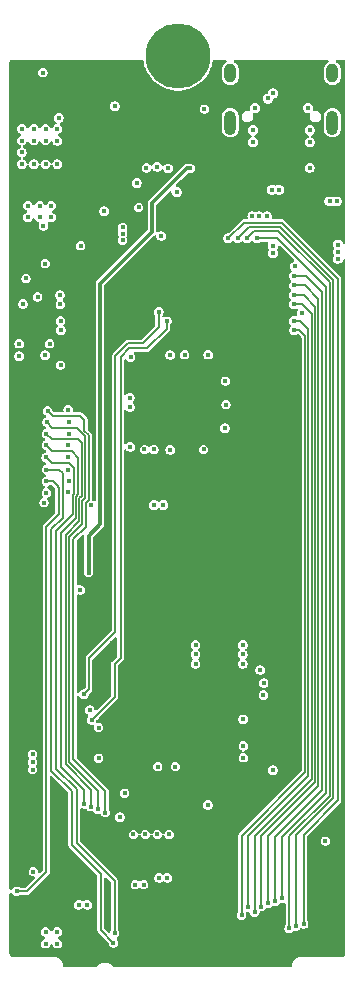
<source format=gbr>
%TF.GenerationSoftware,KiCad,Pcbnew,9.0.7*%
%TF.CreationDate,2026-02-28T14:28:49+01:00*%
%TF.ProjectId,BladeCore-M54E,426c6164-6543-46f7-9265-2d4d3534452e,rev?*%
%TF.SameCoordinates,Original*%
%TF.FileFunction,Copper,L3,Inr*%
%TF.FilePolarity,Positive*%
%FSLAX46Y46*%
G04 Gerber Fmt 4.6, Leading zero omitted, Abs format (unit mm)*
G04 Created by KiCad (PCBNEW 9.0.7) date 2026-02-28 14:28:49*
%MOMM*%
%LPD*%
G01*
G04 APERTURE LIST*
%TA.AperFunction,ComponentPad*%
%ADD10C,0.600000*%
%TD*%
%TA.AperFunction,HeatsinkPad*%
%ADD11O,1.000000X2.100000*%
%TD*%
%TA.AperFunction,HeatsinkPad*%
%ADD12O,1.000000X1.600000*%
%TD*%
%TA.AperFunction,ComponentPad*%
%ADD13C,5.500000*%
%TD*%
%TA.AperFunction,HeatsinkPad*%
%ADD14C,0.425000*%
%TD*%
%TA.AperFunction,ViaPad*%
%ADD15C,0.400000*%
%TD*%
%TA.AperFunction,ViaPad*%
%ADD16C,0.450000*%
%TD*%
%TA.AperFunction,Conductor*%
%ADD17C,0.300000*%
%TD*%
%TA.AperFunction,Conductor*%
%ADD18C,0.174000*%
%TD*%
%TA.AperFunction,Conductor*%
%ADD19C,0.150000*%
%TD*%
G04 APERTURE END LIST*
D10*
%TO.N,GND*%
%TO.C,IC7*%
X5890000Y68620000D03*
X7610000Y68620000D03*
X6750000Y69100000D03*
X5890000Y69580000D03*
X7610000Y69580000D03*
%TD*%
D11*
%TO.N,SHIELD*%
%TO.C,J3*%
X27795000Y75120000D03*
D12*
X27795000Y79300000D03*
D11*
X19155000Y75120000D03*
D12*
X19155000Y79300000D03*
%TD*%
D13*
%TO.N,N/C*%
%TO.C,J1*%
X14721447Y80770000D03*
%TD*%
D14*
%TO.N,GND*%
%TO.C,IC1*%
X15529212Y50595788D03*
X15529212Y51445788D03*
X15529212Y52295788D03*
X14679212Y50595788D03*
X14679212Y51445788D03*
X14679212Y52295788D03*
X13829212Y50595788D03*
X13829212Y51445788D03*
X13829212Y52295788D03*
%TD*%
D15*
%TO.N,GND*%
X7500000Y64725000D03*
X16000000Y23100000D03*
X9150000Y58100000D03*
D16*
X19675000Y73475000D03*
D15*
X22000000Y23600000D03*
X18410000Y4640000D03*
X5200000Y12375000D03*
D16*
X20825000Y71150000D03*
D15*
X8700000Y7200000D03*
X19750000Y32350000D03*
X10832300Y11175305D03*
X14450000Y33700000D03*
X17250000Y16350000D03*
X3650000Y57400000D03*
X21000000Y19100000D03*
X15350000Y31075000D03*
X14139098Y4610031D03*
X6750000Y62900000D03*
X26000000Y7100000D03*
X27200000Y10500000D03*
X6000000Y78500000D03*
X17750000Y34600000D03*
X12000000Y20600000D03*
X17000000Y14100000D03*
X13810000Y75255000D03*
X18000000Y19100000D03*
X15040000Y74500000D03*
X12325000Y55250000D03*
X8400000Y20500000D03*
D16*
X22875000Y63250000D03*
D15*
X12475000Y64200000D03*
X14000000Y25100000D03*
X28000000Y5100000D03*
X8850000Y78550000D03*
X20600000Y58600000D03*
X3300000Y10100000D03*
X9700000Y62000000D03*
X6925000Y21100000D03*
X23200000Y31350000D03*
X8100000Y28200000D03*
X4050000Y64700000D03*
X21420000Y4640000D03*
X1800000Y5225000D03*
X17325000Y66425000D03*
X10665836Y45034164D03*
X11400000Y69050000D03*
D16*
X17477407Y68534304D03*
D15*
X9250000Y19600000D03*
X17600000Y28150000D03*
X16000000Y25100000D03*
X12100000Y11175000D03*
X26000000Y5100000D03*
X18750000Y32350000D03*
X16175000Y4650000D03*
X17758697Y33528588D03*
X4134800Y42925000D03*
X5000000Y14100000D03*
X21425000Y36700000D03*
X1100000Y6000000D03*
X21980000Y24600000D03*
X7000000Y23850000D03*
X16175000Y61025000D03*
X8100000Y5625000D03*
X8000000Y38000000D03*
D16*
X17477407Y69184304D03*
X26775000Y72775000D03*
X20000000Y69800000D03*
D15*
X14700000Y67450000D03*
X5262500Y73787500D03*
X17625000Y48525000D03*
X16750000Y23600000D03*
X16500000Y15850000D03*
X2050000Y75450000D03*
X18750000Y34600000D03*
X11650000Y52575000D03*
X16200000Y67450000D03*
X17450000Y78350000D03*
X17750000Y32350000D03*
X12200000Y37700000D03*
X12825000Y10625000D03*
X3300000Y9050000D03*
X8925000Y38925000D03*
X11000000Y20700000D03*
X22000000Y25600000D03*
X8100000Y34850000D03*
X28000000Y7100000D03*
X15800000Y14920000D03*
X11651527Y50326527D03*
X1075000Y7000000D03*
X15000000Y12100000D03*
X8500000Y72550000D03*
X18758697Y33528588D03*
X12000000Y25100000D03*
D16*
X19675000Y72800000D03*
D15*
X17000000Y73362500D03*
X10675000Y49250000D03*
X16750000Y22100000D03*
X3700000Y54200000D03*
X3750000Y52150000D03*
X15300000Y53900000D03*
X17150000Y42300000D03*
X16550000Y54475000D03*
X18758697Y35697756D03*
X7850000Y6275000D03*
X5575000Y5525000D03*
X5900000Y77125000D03*
X5550000Y79700000D03*
X23925000Y4650000D03*
X11550000Y48225000D03*
X9425000Y4925000D03*
X17758697Y35697756D03*
X6375000Y23100000D03*
X17100000Y51275000D03*
X8225000Y65400000D03*
X8675000Y73875000D03*
X9096800Y15052936D03*
X27200000Y8100000D03*
X9150000Y31050000D03*
X21980000Y22350000D03*
X4750000Y18100000D03*
X6700000Y28800000D03*
X21980000Y21350000D03*
D16*
X27200000Y73550000D03*
D15*
X12350000Y30750000D03*
X11050000Y40400000D03*
X12776527Y49201527D03*
D16*
X14300000Y68500000D03*
X20000000Y69150000D03*
X20000000Y68500000D03*
X17477407Y69834304D03*
D15*
X14100000Y49178200D03*
X26000000Y7100000D03*
X9650000Y75250000D03*
X19750000Y34600000D03*
X14000000Y23100000D03*
X19758697Y35697756D03*
X14075000Y53900000D03*
X19758697Y33528588D03*
D16*
X17477407Y67884304D03*
D15*
X12000000Y23100000D03*
X18850000Y28150000D03*
X11500000Y43000000D03*
X15500000Y20600000D03*
X17100000Y53250000D03*
X15190000Y14300000D03*
D16*
X20000000Y67850000D03*
D15*
X10850000Y36850000D03*
X5075000Y64700000D03*
X16750000Y21100000D03*
X15325000Y73680000D03*
X14425000Y30575000D03*
X6400000Y22125000D03*
X16562573Y49190627D03*
X8475000Y71000000D03*
X3350000Y65450000D03*
X9850000Y28200000D03*
X9036626Y71810000D03*
X13975000Y65025000D03*
%TO.N,+5V*%
X4000000Y68100000D03*
X8475000Y67625000D03*
X3000000Y68100000D03*
X2400000Y21650000D03*
X3000000Y67100000D03*
X3325000Y66375000D03*
X4000000Y67100000D03*
X2000000Y68100000D03*
X2000000Y67100000D03*
X2400000Y20350000D03*
X2400000Y21000000D03*
%TO.N,+3.3V*%
X8000000Y21300000D03*
X3500000Y74600000D03*
X2500000Y73600000D03*
X8000000Y23900000D03*
X11385876Y67935876D03*
X10679212Y47670788D03*
X12050000Y71300000D03*
X1500000Y74600000D03*
X16200000Y30900000D03*
X18729212Y53245788D03*
X10704212Y55245788D03*
X3500000Y73600000D03*
X24600000Y62950000D03*
X2500000Y74600000D03*
X17279212Y55470788D03*
X3500000Y71600000D03*
X3375000Y42950000D03*
X7250000Y25375000D03*
X13895000Y71245000D03*
X7394192Y42703494D03*
X10654212Y51845788D03*
X18679212Y49245788D03*
X11879212Y47445788D03*
X3480331Y63180331D03*
X1500000Y72600000D03*
X4497224Y73585855D03*
X16200000Y30100000D03*
D16*
X9350000Y76500000D03*
D15*
X14054212Y47420788D03*
X2500000Y71600000D03*
X1850000Y61925000D03*
X4500000Y71600000D03*
X16879212Y47445788D03*
X1500000Y71600000D03*
X21675000Y28775000D03*
X4625000Y75525000D03*
X6475000Y64700000D03*
X16200000Y29300000D03*
X15279212Y55470788D03*
X1500000Y73600000D03*
X4500000Y74600000D03*
%TO.N,/Project Architecture/Microcontroller Peripherals/VREF_IN*%
X7150000Y37025000D03*
X15775000Y71250000D03*
%TO.N,/Project Architecture/Ethernet Interface/RDN_R_N*%
X12970000Y14850000D03*
%TO.N,/Project Architecture/RD_N*%
X13115000Y11175000D03*
%TO.N,+1V1*%
X12679212Y47445788D03*
X14054212Y55445788D03*
X18779212Y51245788D03*
X10654212Y51045788D03*
%TO.N,/Project Architecture/Ethernet Interface/RDN_R_P*%
X13970000Y14850000D03*
%TO.N,/Project Architecture/RD_P*%
X13815000Y11175000D03*
%TO.N,+3.3VP*%
X20250000Y21350000D03*
X20230000Y24600000D03*
X14500000Y20600000D03*
X20200000Y30100000D03*
X20250000Y22350000D03*
X13000000Y20600000D03*
X20200000Y30900000D03*
X10195000Y18350000D03*
X20200000Y29300000D03*
X17250000Y17350000D03*
%TO.N,VBUS*%
X4500000Y5600000D03*
X3275000Y79350000D03*
X3500000Y5600000D03*
X2475000Y11700000D03*
X3500000Y6600000D03*
X4500000Y6600000D03*
%TO.N,/Project Architecture/Microcontroller/ADC_VUSB*%
X1050000Y10050000D03*
X3575000Y44750000D03*
%TO.N,HEARTBEAT*%
X13300000Y65525000D03*
X4775000Y54600000D03*
D16*
%TO.N,/Project Architecture/Microcontroller Peripherals/I2C0_SCL*%
X14600000Y69250000D03*
D15*
X4800000Y57550000D03*
%TO.N,/Project Architecture/Microcontroller Peripherals/I2C0_SDA*%
X4775000Y58350000D03*
D16*
X11226000Y70026000D03*
D15*
X12960000Y71380000D03*
%TO.N,QSPI_SS*%
X22750000Y20300000D03*
X27200000Y14300000D03*
%TO.N,/Project Architecture/Microcontroller Peripherals/SWDIO*%
X13100000Y59100000D03*
X6746958Y26736311D03*
%TO.N,/Project Architecture/Microcontroller Peripherals/SWCLK*%
X13766212Y58300000D03*
X7400000Y24550000D03*
%TO.N,/Project Architecture/Ethernet Interface/SPI1_MOSI*%
X1598472Y59769841D03*
X4750000Y59725000D03*
%TO.N,/Project Architecture/Ethernet Interface/ETH_INT*%
X1275000Y55350000D03*
X3475000Y55425000D03*
%TO.N,/Project Architecture/Ethernet Interface/SPI1_SCLK*%
X2825000Y60375000D03*
X4725000Y60525000D03*
%TO.N,/Project Architecture/Ethernet Interface/ETH_RST*%
X1268533Y56400000D03*
X3850000Y56400000D03*
%TO.N,/Project Architecture/GPIO22*%
X22375000Y9025000D03*
X24530000Y61330000D03*
%TO.N,/Project Architecture/GPIO23*%
X22950000Y9200000D03*
X24520000Y62120000D03*
%TO.N,/Project Architecture/GPIO18*%
X20100000Y8025000D03*
X24540000Y57550000D03*
%TO.N,/Project Architecture/GPIO27*%
X25360000Y7275000D03*
X18970000Y65330000D03*
%TO.N,/Project Architecture/LINK_LED*%
X21950000Y26650000D03*
D16*
%TO.N,/Project Architecture/PWR*%
X28250000Y64800000D03*
X28250000Y63600000D03*
D15*
X10025000Y65725000D03*
X10025000Y66250000D03*
D16*
X28250000Y64200000D03*
D15*
X10025000Y65175000D03*
%TO.N,/Project Architecture/ADC0*%
X3675000Y50725000D03*
X8575000Y16700000D03*
%TO.N,/Project Architecture/GPIO26*%
X24710000Y7100000D03*
X19760000Y65310000D03*
%TO.N,/Project Architecture/ADC5*%
X9250000Y5675000D03*
X3575000Y45750000D03*
%TO.N,/Project Architecture/GPIO25*%
X20554212Y65320788D03*
X24120000Y6900000D03*
%TO.N,/Project Architecture/GPIO21*%
X21750000Y8750000D03*
X24510000Y60520000D03*
%TO.N,/Project Architecture/ADC4*%
X3550000Y46775000D03*
X9350000Y6475000D03*
%TO.N,/Project Architecture/GPIO19*%
X24530000Y58330000D03*
X20625000Y8700000D03*
D16*
%TO.N,/Project Architecture/TCT*%
X9775000Y16300000D03*
D15*
%TO.N,/Project Architecture/GPIO20*%
X21200000Y8247545D03*
X24520000Y59730000D03*
%TO.N,/Project Architecture/GPIO24*%
X21380000Y65330000D03*
X23525000Y9450000D03*
%TO.N,Net-(IC1B-GPIO40{slash}ADC0)*%
X5425728Y50817350D03*
%TO.N,Net-(IC1B-GPIO41{slash}ADC1)*%
X5465409Y49791321D03*
%TO.N,Net-(IC1B-GPIO42{slash}ADC2)*%
X5448403Y48793636D03*
%TO.N,Net-(IC1B-GPIO43{slash}ADC3)*%
X5414391Y47807288D03*
%TO.N,Net-(IC1B-GPIO44{slash}ADC4)*%
X5397385Y46798265D03*
%TO.N,Net-(IC1B-GPIO45{slash}ADC5)*%
X5397385Y45732555D03*
%TO.N,Net-(IC1B-GPIO46{slash}ADC6)*%
X5454072Y44774550D03*
%TO.N,Net-(IC1B-GPIO47{slash}ADC7)*%
X5442734Y43884569D03*
%TO.N,/Project Architecture/TD_N*%
X11105000Y10600000D03*
%TO.N,/Project Architecture/ADC2*%
X3575000Y48775000D03*
X7350000Y17200000D03*
%TO.N,/Project Architecture/TD_P*%
X11805000Y10600000D03*
%TO.N,/Project Architecture/ADC3*%
X6800000Y17450000D03*
X3575000Y47800000D03*
%TO.N,/Project Architecture/ADC1*%
X3625000Y49750000D03*
X7950000Y16975000D03*
%TO.N,/Project Architecture/ACT_LED*%
X21975000Y27675000D03*
%TO.N,/Project Architecture/Microcontroller Peripherals/ADC_VREF*%
X3575000Y43775000D03*
X6430000Y35550000D03*
%TO.N,/Project Architecture/Ethernet Interface/TDN_R_P*%
X11960000Y14850000D03*
%TO.N,/Project Architecture/Ethernet Interface/TDN_R_N*%
X10950000Y14850000D03*
D16*
%TO.N,VBUS_ONBOARD*%
X25725000Y76375000D03*
X25226446Y58976446D03*
X21050000Y73475000D03*
X25875000Y74480000D03*
X25875000Y73450000D03*
D15*
X22250000Y67200000D03*
X21600000Y67200000D03*
D16*
X21225000Y76375000D03*
D15*
X21000000Y67200000D03*
D16*
X21075000Y74480000D03*
X25875000Y71300000D03*
%TO.N,USB_D-*%
X28151200Y68450000D03*
D15*
X6325000Y8900000D03*
D16*
%TO.N,USB_D+*%
X27548800Y68450000D03*
D15*
X7025000Y8900000D03*
D16*
%TO.N,USB_ONB_D+*%
X22673800Y69450000D03*
X22337019Y77162019D03*
%TO.N,USB_ONB_D-*%
X22762981Y77587981D03*
X23276200Y69450000D03*
%TO.N,/Project Architecture/USB Interface and Power/USB_RP_D+*%
X22750000Y64073800D03*
X13484743Y42748112D03*
%TO.N,/Project Architecture/USB Interface and Power/USB_RP_D-*%
X12676013Y42759449D03*
X22750000Y64676200D03*
D15*
%TO.N,SHIELD*%
X16950000Y76275000D03*
%TD*%
D17*
%TO.N,/Project Architecture/Microcontroller Peripherals/VREF_IN*%
X12525000Y68325000D02*
X15450000Y71250000D01*
X8100000Y61475000D02*
X12525000Y65900000D01*
X15450000Y71250000D02*
X15775000Y71250000D01*
X8100000Y41100000D02*
X8100000Y61475000D01*
X7150000Y37025000D02*
X7150000Y40150000D01*
X7150000Y40150000D02*
X8100000Y41100000D01*
X12525000Y65900000D02*
X12525000Y68325000D01*
D18*
%TO.N,/Project Architecture/Microcontroller/ADC_VUSB*%
X1950000Y10050000D02*
X1050000Y10050000D01*
X3550000Y39850000D02*
X3550000Y11650000D01*
X4450000Y44400000D02*
X4625000Y44225000D01*
X4625000Y41950000D02*
X3875000Y41200000D01*
X3550000Y40875000D02*
X3550000Y39850000D01*
X3875000Y41200000D02*
X3550000Y40875000D01*
X2650000Y10750000D02*
X1950000Y10050000D01*
X3550000Y11650000D02*
X2650000Y10750000D01*
X4625000Y44225000D02*
X4625000Y43550000D01*
X4625000Y43550000D02*
X4625000Y41950000D01*
X3575000Y44750000D02*
X4100000Y44750000D01*
X4100000Y44750000D02*
X4450000Y44400000D01*
%TO.N,/Project Architecture/Microcontroller Peripherals/SWDIO*%
X13100000Y57800000D02*
X11750000Y56450000D01*
X9413000Y55363000D02*
X9413000Y32003137D01*
X10500000Y56450000D02*
X9413000Y55363000D01*
X11750000Y56450000D02*
X10500000Y56450000D01*
X9413000Y32003137D02*
X7188000Y29778137D01*
X7188000Y29778137D02*
X7188000Y27177353D01*
X13100000Y59100000D02*
X13100000Y57800000D01*
X7188000Y27177353D02*
X6746958Y26736311D01*
%TO.N,/Project Architecture/Microcontroller Peripherals/SWCLK*%
X9352137Y29302137D02*
X9850000Y29800000D01*
X9352137Y26502137D02*
X9352137Y29302137D01*
X13766212Y57666212D02*
X13766212Y58300000D01*
X9850000Y55250000D02*
X10600000Y56000000D01*
X10600000Y56000000D02*
X12100000Y56000000D01*
X7400000Y24550000D02*
X9352137Y26502137D01*
X9850000Y29800000D02*
X9850000Y55250000D01*
X12100000Y56000000D02*
X13766212Y57666212D01*
D19*
%TO.N,/Project Architecture/GPIO22*%
X26610000Y60220000D02*
X26610000Y18960000D01*
X22375000Y14725000D02*
X22375000Y9025000D01*
X25500000Y61330000D02*
X26610000Y60220000D01*
X24530000Y61330000D02*
X25500000Y61330000D01*
X26610000Y18960000D02*
X22375000Y14725000D01*
%TO.N,/Project Architecture/GPIO23*%
X22950000Y9200000D02*
X22950000Y14640000D01*
X26920000Y18610000D02*
X26920000Y60780000D01*
X26920000Y60780000D02*
X25580000Y62120000D01*
X22950000Y14640000D02*
X26920000Y18610000D01*
X25580000Y62120000D02*
X24520000Y62120000D01*
%TO.N,/Project Architecture/GPIO18*%
X24970000Y57550000D02*
X25460000Y57060000D01*
X25460000Y57060000D02*
X25460000Y20110000D01*
X25460000Y20110000D02*
X20100000Y14750000D01*
X20100000Y14750000D02*
X20100000Y8025000D01*
X24540000Y57550000D02*
X24970000Y57550000D01*
%TO.N,/Project Architecture/GPIO27*%
X25360000Y14810000D02*
X28280000Y17730000D01*
X20300000Y66660000D02*
X18970000Y65330000D01*
X28280000Y17730000D02*
X28280000Y61910000D01*
X23530000Y66660000D02*
X20300000Y66660000D01*
X28280000Y61910000D02*
X23530000Y66660000D01*
X25360000Y7275000D02*
X25360000Y14810000D01*
D18*
%TO.N,/Project Architecture/ADC0*%
X3675000Y50725000D02*
X4104167Y50295833D01*
X6887000Y42937000D02*
X6887000Y40912000D01*
X8575000Y18500000D02*
X8575000Y16700000D01*
X6800000Y49000000D02*
X7150000Y48650000D01*
X5850000Y39875000D02*
X5850000Y21225000D01*
X4104167Y50295833D02*
X6429167Y50295833D01*
X6798999Y49006614D02*
X6800000Y49005613D01*
X6800000Y49370467D02*
X6798999Y49369466D01*
X6800000Y49005613D02*
X6800000Y49000000D01*
X7150000Y43200000D02*
X6887000Y42937000D01*
X6887000Y40912000D02*
X5850000Y39875000D01*
X6798999Y49369466D02*
X6798999Y49006614D01*
X6429167Y50295833D02*
X6800000Y49925000D01*
X7150000Y48650000D02*
X7150000Y43200000D01*
X6800000Y49925000D02*
X6800000Y49370467D01*
X5850000Y21225000D02*
X8575000Y18500000D01*
D19*
%TO.N,/Project Architecture/GPIO26*%
X24710000Y7100000D02*
X24710000Y14790000D01*
X20730000Y66280000D02*
X19760000Y65310000D01*
X27880000Y17960000D02*
X27880000Y61790000D01*
X24710000Y14790000D02*
X27880000Y17960000D01*
X27880000Y61790000D02*
X23390000Y66280000D01*
X23390000Y66280000D02*
X20730000Y66280000D01*
D18*
%TO.N,/Project Architecture/ADC5*%
X4675000Y45750000D02*
X3575000Y45750000D01*
X9250000Y5675000D02*
X8175000Y6750000D01*
X5725000Y13950000D02*
X5725000Y18500000D01*
X4950000Y45475000D02*
X4675000Y45750000D01*
X4950000Y41675000D02*
X4950000Y45475000D01*
X3975000Y20250000D02*
X3975000Y40700000D01*
X8175000Y6750000D02*
X8175000Y11500000D01*
X3975000Y40700000D02*
X4950000Y41675000D01*
X5725000Y18500000D02*
X3975000Y20250000D01*
X8175000Y11500000D02*
X5725000Y13950000D01*
D19*
%TO.N,/Project Architecture/GPIO25*%
X21183424Y65950000D02*
X20554212Y65320788D01*
X24120000Y14690000D02*
X27550000Y18120000D01*
X23190000Y65950000D02*
X21183424Y65950000D01*
X24120000Y6900000D02*
X24120000Y14690000D01*
X27550000Y18120000D02*
X27550000Y61590000D01*
X27550000Y61590000D02*
X23190000Y65950000D01*
%TO.N,/Project Architecture/GPIO21*%
X25350000Y60520000D02*
X24510000Y60520000D01*
X21750000Y14720000D02*
X26320000Y19290000D01*
X26320000Y19290000D02*
X26320000Y59550000D01*
X26320000Y59550000D02*
X25350000Y60520000D01*
X21750000Y8750000D02*
X21750000Y14720000D01*
D18*
%TO.N,/Project Architecture/ADC4*%
X4425000Y20400000D02*
X6150000Y18675000D01*
X6150000Y18675000D02*
X6150000Y14100000D01*
X6150000Y14100000D02*
X9350000Y10900000D01*
X5827000Y43570492D02*
X5827000Y41977000D01*
X5525000Y46300000D02*
X5950000Y45875000D01*
X9350000Y10900000D02*
X9350000Y6475000D01*
X5950000Y43693492D02*
X5827000Y43570492D01*
X4025000Y46300000D02*
X5525000Y46300000D01*
X5827000Y41977000D02*
X4425000Y40575000D01*
X3550000Y46775000D02*
X4025000Y46300000D01*
X4425000Y40575000D02*
X4425000Y20400000D01*
X5950000Y45875000D02*
X5950000Y43693492D01*
D19*
%TO.N,/Project Architecture/GPIO19*%
X20625000Y8700000D02*
X20625000Y14715000D01*
X25730000Y19820000D02*
X25730000Y57660000D01*
X25060000Y58330000D02*
X24530000Y58330000D01*
X20625000Y14715000D02*
X25730000Y19820000D01*
X25730000Y57660000D02*
X25060000Y58330000D01*
%TO.N,/Project Architecture/GPIO20*%
X25180000Y59730000D02*
X24520000Y59730000D01*
X21200000Y8247545D02*
X21200000Y14730000D01*
X21200000Y14730000D02*
X26030000Y19560000D01*
X26030000Y58880000D02*
X25180000Y59730000D01*
X26030000Y19560000D02*
X26030000Y58880000D01*
%TO.N,/Project Architecture/GPIO24*%
X23100000Y65330000D02*
X27220000Y61210000D01*
X23525000Y14635000D02*
X23525000Y9450000D01*
X27220000Y18330000D02*
X23525000Y14635000D01*
X27220000Y61210000D02*
X27220000Y18330000D01*
X21380000Y65330000D02*
X23100000Y65330000D01*
D18*
%TO.N,/Project Architecture/ADC2*%
X6357000Y43303979D02*
X6357000Y41357000D01*
X6550000Y43496979D02*
X6357000Y43303979D01*
X4050000Y48300000D02*
X6275000Y48300000D01*
X5200000Y20775000D02*
X7350000Y18625000D01*
X3575000Y48775000D02*
X4050000Y48300000D01*
X6550000Y48025000D02*
X6550000Y43496979D01*
X7350000Y18625000D02*
X7350000Y17200000D01*
X6357000Y41357000D02*
X5200000Y40200000D01*
X6275000Y48300000D02*
X6550000Y48025000D01*
X5200000Y40200000D02*
X5200000Y20775000D01*
%TO.N,/Project Architecture/ADC3*%
X6285000Y43653724D02*
X6285000Y46740000D01*
X6800000Y18600000D02*
X4825000Y20575000D01*
X4075000Y47300000D02*
X3575000Y47800000D01*
X6800000Y17450000D02*
X6800000Y18600000D01*
X6092000Y43460725D02*
X6285000Y43653724D01*
X6285000Y46740000D02*
X5725000Y47300000D01*
X5725000Y47300000D02*
X4075000Y47300000D01*
X4825000Y40400000D02*
X6092000Y41667000D01*
X4825000Y20575000D02*
X4825000Y40400000D01*
X6092000Y41667000D02*
X6092000Y43460725D01*
%TO.N,/Project Architecture/ADC1*%
X6622000Y41122000D02*
X6622000Y43122000D01*
X5525000Y20975234D02*
X5525000Y40025000D01*
X6622000Y43122000D02*
X6850000Y43350000D01*
X7950000Y18550234D02*
X5525000Y20975234D01*
X6850000Y48575000D02*
X6125000Y49300000D01*
X5525000Y40025000D02*
X6622000Y41122000D01*
X6850000Y43350000D02*
X6850000Y48575000D01*
X4075000Y49300000D02*
X3625000Y49750000D01*
X6125000Y49300000D02*
X4075000Y49300000D01*
X7950000Y16975000D02*
X7950000Y18550234D01*
%TD*%
%TA.AperFunction,Conductor*%
%TO.N,GND*%
G36*
X11676244Y80448946D02*
G01*
X11678150Y80449442D01*
X11709627Y80439144D01*
X11741395Y80429815D01*
X11742683Y80428328D01*
X11744556Y80427715D01*
X11765478Y80402022D01*
X11787150Y80377011D01*
X11787823Y80374581D01*
X11788674Y80373536D01*
X11797576Y80339384D01*
X11804890Y80274470D01*
X11804892Y80274454D01*
X11878712Y79951024D01*
X11878716Y79951012D01*
X11988285Y79637884D01*
X12132224Y79338991D01*
X12158701Y79296853D01*
X12308729Y79058085D01*
X12515574Y78798711D01*
X12750158Y78564127D01*
X13009532Y78357282D01*
X13290435Y78180779D01*
X13589334Y78036837D01*
X13824508Y77954546D01*
X13902458Y77927270D01*
X13902470Y77927266D01*
X14225904Y77853445D01*
X14555567Y77816301D01*
X14555568Y77816300D01*
X14555571Y77816300D01*
X14887326Y77816300D01*
X14887326Y77816301D01*
X15216990Y77853445D01*
X15540424Y77927266D01*
X15853560Y78036837D01*
X16152459Y78180779D01*
X16433362Y78357282D01*
X16692736Y78564127D01*
X16927320Y78798711D01*
X17134165Y79058085D01*
X17310668Y79338988D01*
X17454610Y79637887D01*
X17564181Y79951023D01*
X17638002Y80274457D01*
X17645318Y80339384D01*
X17672384Y80403798D01*
X17729979Y80443353D01*
X17768538Y80449500D01*
X18750967Y80449500D01*
X18818006Y80429815D01*
X18863761Y80377011D01*
X18873705Y80307853D01*
X18844680Y80244297D01*
X18819859Y80222400D01*
X18777568Y80194142D01*
X18706414Y80146599D01*
X18608401Y80048586D01*
X18531386Y79933324D01*
X18478344Y79805267D01*
X18478341Y79805255D01*
X18451300Y79669313D01*
X18451300Y78930688D01*
X18478341Y78794746D01*
X18478344Y78794734D01*
X18531386Y78666677D01*
X18608401Y78551415D01*
X18706414Y78453402D01*
X18821676Y78376387D01*
X18949733Y78323345D01*
X18949738Y78323343D01*
X19085687Y78296301D01*
X19085690Y78296300D01*
X19085692Y78296300D01*
X19224310Y78296300D01*
X19224311Y78296301D01*
X19360262Y78323343D01*
X19424294Y78349866D01*
X19488323Y78376387D01*
X19488324Y78376388D01*
X19488327Y78376389D01*
X19603583Y78453400D01*
X19701600Y78551417D01*
X19778611Y78666673D01*
X19831657Y78794738D01*
X19858700Y78930692D01*
X19858700Y79669308D01*
X19858700Y79669311D01*
X19858699Y79669313D01*
X19847386Y79726188D01*
X19831657Y79805262D01*
X19831655Y79805267D01*
X19778613Y79933324D01*
X19701598Y80048586D01*
X19603585Y80146599D01*
X19562704Y80173915D01*
X19490141Y80222399D01*
X19445338Y80276009D01*
X19436630Y80345334D01*
X19466784Y80408362D01*
X19526227Y80445082D01*
X19559033Y80449500D01*
X27390967Y80449500D01*
X27458006Y80429815D01*
X27503761Y80377011D01*
X27513705Y80307853D01*
X27484680Y80244297D01*
X27459859Y80222400D01*
X27417568Y80194142D01*
X27346414Y80146599D01*
X27248401Y80048586D01*
X27171386Y79933324D01*
X27118344Y79805267D01*
X27118341Y79805255D01*
X27091300Y79669313D01*
X27091300Y78930688D01*
X27118341Y78794746D01*
X27118344Y78794734D01*
X27171386Y78666677D01*
X27248401Y78551415D01*
X27346414Y78453402D01*
X27461676Y78376387D01*
X27589733Y78323345D01*
X27589738Y78323343D01*
X27725687Y78296301D01*
X27725690Y78296300D01*
X27725692Y78296300D01*
X27864310Y78296300D01*
X27864311Y78296301D01*
X28000262Y78323343D01*
X28064294Y78349866D01*
X28128323Y78376387D01*
X28128324Y78376388D01*
X28128327Y78376389D01*
X28243583Y78453400D01*
X28341600Y78551417D01*
X28418611Y78666673D01*
X28471657Y78794738D01*
X28498700Y78930692D01*
X28498700Y79669308D01*
X28498700Y79669311D01*
X28498699Y79669313D01*
X28487386Y79726188D01*
X28471657Y79805262D01*
X28471655Y79805267D01*
X28418613Y79933324D01*
X28341598Y80048586D01*
X28243585Y80146599D01*
X28202704Y80173915D01*
X28130141Y80222399D01*
X28085338Y80276009D01*
X28076630Y80345334D01*
X28106784Y80408362D01*
X28166227Y80445082D01*
X28199033Y80449500D01*
X28652405Y80449500D01*
X28690244Y80449500D01*
X28709630Y80447975D01*
X28742253Y80442808D01*
X28779144Y80430822D01*
X28799765Y80420315D01*
X28831151Y80397511D01*
X28847510Y80381152D01*
X28870314Y80349766D01*
X28880820Y80329147D01*
X28892808Y80292252D01*
X28897973Y80259641D01*
X28899500Y80240245D01*
X28899500Y64974276D01*
X28879815Y64907237D01*
X28827011Y64861482D01*
X28757853Y64851538D01*
X28694297Y64880563D01*
X28656523Y64939341D01*
X28655725Y64942182D01*
X28649485Y64965472D01*
X28593045Y65063228D01*
X28513228Y65143045D01*
X28459306Y65174177D01*
X28415473Y65199485D01*
X28360955Y65214093D01*
X28306439Y65228700D01*
X28193561Y65228700D01*
X28084526Y65199485D01*
X27986772Y65143045D01*
X27986769Y65143043D01*
X27906957Y65063231D01*
X27906955Y65063228D01*
X27850515Y64965474D01*
X27821300Y64856439D01*
X27821300Y64743562D01*
X27850515Y64634527D01*
X27892389Y64562001D01*
X27908862Y64494100D01*
X27892389Y64437999D01*
X27850515Y64365474D01*
X27821300Y64256439D01*
X27821300Y64143562D01*
X27850515Y64034527D01*
X27892389Y63962001D01*
X27908862Y63894100D01*
X27892389Y63837999D01*
X27850515Y63765474D01*
X27834911Y63707237D01*
X27821300Y63656439D01*
X27821300Y63543561D01*
X27832069Y63503370D01*
X27850515Y63434527D01*
X27854163Y63428209D01*
X27906955Y63336772D01*
X27986772Y63256955D01*
X28084528Y63200515D01*
X28193561Y63171300D01*
X28193563Y63171300D01*
X28306437Y63171300D01*
X28306439Y63171300D01*
X28415472Y63200515D01*
X28513228Y63256955D01*
X28593045Y63336772D01*
X28649485Y63434528D01*
X28655725Y63457820D01*
X28692090Y63517478D01*
X28754936Y63548008D01*
X28824312Y63539714D01*
X28878190Y63495229D01*
X28899465Y63428677D01*
X28899500Y63425725D01*
X28899500Y4709756D01*
X28897973Y4690360D01*
X28897973Y4690356D01*
X28892808Y4657749D01*
X28880820Y4620854D01*
X28870314Y4600235D01*
X28847510Y4568849D01*
X28831151Y4552490D01*
X28799765Y4529686D01*
X28779146Y4519180D01*
X28742251Y4507192D01*
X28729663Y4505199D01*
X28709638Y4502027D01*
X28690244Y4500500D01*
X25071155Y4500500D01*
X24916510Y4469739D01*
X24916498Y4469736D01*
X24770827Y4409398D01*
X24770814Y4409391D01*
X24639711Y4321790D01*
X24639707Y4321787D01*
X24528213Y4210293D01*
X24528210Y4210289D01*
X24440609Y4079186D01*
X24440602Y4079173D01*
X24380264Y3933502D01*
X24380261Y3933490D01*
X24349500Y3778847D01*
X24349500Y3724000D01*
X24329815Y3656961D01*
X24277011Y3611206D01*
X24225500Y3600000D01*
X9365212Y3600000D01*
X9298173Y3619685D01*
X9262109Y3655110D01*
X9260872Y3656961D01*
X9249464Y3674035D01*
X9249462Y3674038D01*
X9124038Y3799462D01*
X9124034Y3799465D01*
X8976553Y3898010D01*
X8976540Y3898017D01*
X8812667Y3965894D01*
X8812658Y3965897D01*
X8638694Y4000500D01*
X8638691Y4000500D01*
X8597595Y4000500D01*
X8550000Y4000500D01*
X8461309Y4000500D01*
X8461306Y4000500D01*
X8287341Y3965897D01*
X8287332Y3965894D01*
X8123459Y3898017D01*
X8123446Y3898010D01*
X7975965Y3799465D01*
X7975961Y3799462D01*
X7850537Y3674038D01*
X7841271Y3660171D01*
X7839128Y3656961D01*
X7837891Y3655110D01*
X7784279Y3610305D01*
X7734788Y3600000D01*
X5124500Y3600000D01*
X5057461Y3619685D01*
X5011706Y3672489D01*
X5000500Y3724000D01*
X5000500Y3778845D01*
X5000499Y3778847D01*
X4996398Y3799465D01*
X4969737Y3933497D01*
X4909795Y4078211D01*
X4909397Y4079173D01*
X4909390Y4079186D01*
X4821789Y4210289D01*
X4821786Y4210293D01*
X4710292Y4321787D01*
X4710288Y4321790D01*
X4579185Y4409391D01*
X4579172Y4409398D01*
X4433501Y4469736D01*
X4433489Y4469739D01*
X4278845Y4500500D01*
X4278842Y4500500D01*
X4239562Y4500500D01*
X659756Y4500500D01*
X640360Y4502027D01*
X624110Y4504601D01*
X607749Y4507192D01*
X570853Y4519180D01*
X550234Y4529686D01*
X518848Y4552490D01*
X502489Y4568849D01*
X479685Y4600235D01*
X469179Y4620854D01*
X457192Y4657747D01*
X452025Y4690370D01*
X450500Y4709756D01*
X450500Y6653148D01*
X3096300Y6653148D01*
X3096300Y6546852D01*
X3123811Y6444177D01*
X3176959Y6352122D01*
X3252122Y6276959D01*
X3344177Y6223811D01*
X3359243Y6219775D01*
X3418903Y6183410D01*
X3449432Y6120563D01*
X3441137Y6051188D01*
X3396652Y5997310D01*
X3359244Y5980227D01*
X3344177Y5976189D01*
X3344175Y5976188D01*
X3344174Y5976188D01*
X3252125Y5923043D01*
X3252119Y5923039D01*
X3176961Y5847881D01*
X3176957Y5847875D01*
X3123812Y5755826D01*
X3123812Y5755825D01*
X3123811Y5755823D01*
X3096300Y5653148D01*
X3096300Y5546852D01*
X3123811Y5444177D01*
X3176959Y5352122D01*
X3252122Y5276959D01*
X3344177Y5223811D01*
X3446852Y5196300D01*
X3446854Y5196300D01*
X3553146Y5196300D01*
X3553148Y5196300D01*
X3655823Y5223811D01*
X3747878Y5276959D01*
X3823041Y5352122D01*
X3876189Y5444177D01*
X3880225Y5459244D01*
X3916589Y5518903D01*
X3979435Y5549433D01*
X4048811Y5541139D01*
X4102690Y5496654D01*
X4119773Y5459245D01*
X4123811Y5444177D01*
X4176959Y5352122D01*
X4252122Y5276959D01*
X4344177Y5223811D01*
X4446852Y5196300D01*
X4446854Y5196300D01*
X4553146Y5196300D01*
X4553148Y5196300D01*
X4655823Y5223811D01*
X4747878Y5276959D01*
X4823041Y5352122D01*
X4876189Y5444177D01*
X4903700Y5546852D01*
X4903700Y5653148D01*
X4876189Y5755823D01*
X4823041Y5847878D01*
X4747878Y5923041D01*
X4655823Y5976189D01*
X4640756Y5980226D01*
X4581097Y6016589D01*
X4550567Y6079435D01*
X4558861Y6148811D01*
X4603346Y6202690D01*
X4640755Y6219774D01*
X4655823Y6223811D01*
X4747878Y6276959D01*
X4823041Y6352122D01*
X4876189Y6444177D01*
X4903700Y6546852D01*
X4903700Y6653148D01*
X4876189Y6755823D01*
X4823041Y6847878D01*
X4747878Y6923041D01*
X4686508Y6958473D01*
X4655825Y6976188D01*
X4655824Y6976189D01*
X4655823Y6976189D01*
X4553148Y7003700D01*
X4446852Y7003700D01*
X4344177Y6976189D01*
X4344175Y6976188D01*
X4344174Y6976188D01*
X4252125Y6923043D01*
X4252119Y6923039D01*
X4176961Y6847881D01*
X4176957Y6847875D01*
X4123812Y6755826D01*
X4123812Y6755825D01*
X4123811Y6755823D01*
X4119774Y6740757D01*
X4083410Y6681097D01*
X4020563Y6650568D01*
X3951188Y6658863D01*
X3897310Y6703348D01*
X3880226Y6740756D01*
X3876189Y6755823D01*
X3823041Y6847878D01*
X3747878Y6923041D01*
X3686508Y6958473D01*
X3655825Y6976188D01*
X3655824Y6976189D01*
X3655823Y6976189D01*
X3553148Y7003700D01*
X3446852Y7003700D01*
X3344177Y6976189D01*
X3344175Y6976188D01*
X3344174Y6976188D01*
X3252125Y6923043D01*
X3252119Y6923039D01*
X3176961Y6847881D01*
X3176957Y6847875D01*
X3123812Y6755826D01*
X3123812Y6755825D01*
X3123811Y6755823D01*
X3096300Y6653148D01*
X450500Y6653148D01*
X450500Y8953148D01*
X5921300Y8953148D01*
X5921300Y8846852D01*
X5948811Y8744177D01*
X6001959Y8652122D01*
X6077122Y8576959D01*
X6169177Y8523811D01*
X6271852Y8496300D01*
X6271854Y8496300D01*
X6378146Y8496300D01*
X6378148Y8496300D01*
X6480823Y8523811D01*
X6572878Y8576959D01*
X6587319Y8591400D01*
X6648642Y8624885D01*
X6718334Y8619901D01*
X6762681Y8591400D01*
X6777122Y8576959D01*
X6869177Y8523811D01*
X6971852Y8496300D01*
X6971854Y8496300D01*
X7078146Y8496300D01*
X7078148Y8496300D01*
X7180823Y8523811D01*
X7272878Y8576959D01*
X7348041Y8652122D01*
X7401189Y8744177D01*
X7428700Y8846852D01*
X7428700Y8953148D01*
X7401189Y9055823D01*
X7348041Y9147878D01*
X7272878Y9223041D01*
X7180823Y9276189D01*
X7078148Y9303700D01*
X6971852Y9303700D01*
X6869177Y9276189D01*
X6869175Y9276188D01*
X6869174Y9276188D01*
X6777125Y9223043D01*
X6777119Y9223039D01*
X6762681Y9208600D01*
X6701358Y9175115D01*
X6631666Y9180099D01*
X6587319Y9208600D01*
X6572880Y9223039D01*
X6572878Y9223041D01*
X6480823Y9276189D01*
X6378148Y9303700D01*
X6271852Y9303700D01*
X6169177Y9276189D01*
X6169175Y9276188D01*
X6169174Y9276188D01*
X6077125Y9223043D01*
X6077119Y9223039D01*
X6001961Y9147881D01*
X6001957Y9147875D01*
X5948812Y9055826D01*
X5948812Y9055825D01*
X5948811Y9055823D01*
X5921300Y8953148D01*
X450500Y8953148D01*
X450500Y9818189D01*
X470185Y9885228D01*
X522989Y9930983D01*
X592147Y9940927D01*
X655703Y9911902D01*
X681886Y9880190D01*
X726959Y9802122D01*
X802122Y9726959D01*
X894177Y9673811D01*
X996852Y9646300D01*
X996854Y9646300D01*
X1103146Y9646300D01*
X1103148Y9646300D01*
X1205823Y9673811D01*
X1297878Y9726959D01*
X1297886Y9726968D01*
X1304324Y9731906D01*
X1306072Y9729628D01*
X1355223Y9756466D01*
X1381581Y9759300D01*
X1988268Y9759300D01*
X1988271Y9759300D01*
X2062206Y9779111D01*
X2128494Y9817382D01*
X2882617Y10571505D01*
X2882617Y10571506D01*
X3718284Y11407175D01*
X3718289Y11407178D01*
X3728492Y11417382D01*
X3728494Y11417382D01*
X3782618Y11471506D01*
X3820889Y11537794D01*
X3840700Y11611729D01*
X3840700Y19673826D01*
X3860385Y19740865D01*
X3913189Y19786620D01*
X3982347Y19796564D01*
X4045903Y19767539D01*
X4052381Y19761507D01*
X5397981Y18415907D01*
X5431466Y18354584D01*
X5434300Y18328226D01*
X5434300Y13988271D01*
X5434300Y13911729D01*
X5454111Y13837794D01*
X5492381Y13771508D01*
X5492383Y13771505D01*
X7847981Y11415908D01*
X7881466Y11354585D01*
X7884300Y11328227D01*
X7884300Y6788271D01*
X7884300Y6711729D01*
X7900271Y6652126D01*
X7904111Y6637794D01*
X7942381Y6571508D01*
X7942383Y6571505D01*
X8809981Y5703907D01*
X8843466Y5642584D01*
X8844834Y5629859D01*
X8845239Y5629912D01*
X8846300Y5621854D01*
X8846300Y5621852D01*
X8873811Y5519177D01*
X8926959Y5427122D01*
X9002122Y5351959D01*
X9094177Y5298811D01*
X9196852Y5271300D01*
X9196854Y5271300D01*
X9303146Y5271300D01*
X9303148Y5271300D01*
X9405823Y5298811D01*
X9497878Y5351959D01*
X9573041Y5427122D01*
X9626189Y5519177D01*
X9653700Y5621852D01*
X9653700Y5728148D01*
X9626189Y5830823D01*
X9573041Y5922878D01*
X9551168Y5944751D01*
X9517683Y6006074D01*
X9522667Y6075766D01*
X9564539Y6131699D01*
X9576835Y6139811D01*
X9597878Y6151959D01*
X9673041Y6227122D01*
X9726189Y6319177D01*
X9753700Y6421852D01*
X9753700Y6528148D01*
X9726189Y6630823D01*
X9673041Y6722878D01*
X9673035Y6722884D01*
X9668094Y6729324D01*
X9670372Y6731073D01*
X9643534Y6780223D01*
X9640700Y6806581D01*
X9640700Y10653148D01*
X10701300Y10653148D01*
X10701300Y10546852D01*
X10728811Y10444177D01*
X10781959Y10352122D01*
X10857122Y10276959D01*
X10949177Y10223811D01*
X11051852Y10196300D01*
X11051854Y10196300D01*
X11158146Y10196300D01*
X11158148Y10196300D01*
X11260823Y10223811D01*
X11352878Y10276959D01*
X11367319Y10291400D01*
X11428642Y10324885D01*
X11498334Y10319901D01*
X11542681Y10291400D01*
X11557122Y10276959D01*
X11649177Y10223811D01*
X11751852Y10196300D01*
X11751854Y10196300D01*
X11858146Y10196300D01*
X11858148Y10196300D01*
X11960823Y10223811D01*
X12052878Y10276959D01*
X12128041Y10352122D01*
X12181189Y10444177D01*
X12208700Y10546852D01*
X12208700Y10653148D01*
X12181189Y10755823D01*
X12128041Y10847878D01*
X12052878Y10923041D01*
X11979898Y10965176D01*
X11960825Y10976188D01*
X11960824Y10976189D01*
X11960823Y10976189D01*
X11858148Y11003700D01*
X11751852Y11003700D01*
X11649177Y10976189D01*
X11649175Y10976188D01*
X11649174Y10976188D01*
X11557125Y10923043D01*
X11557119Y10923039D01*
X11542681Y10908600D01*
X11481358Y10875115D01*
X11411666Y10880099D01*
X11367319Y10908600D01*
X11352880Y10923039D01*
X11352878Y10923041D01*
X11279898Y10965176D01*
X11260825Y10976188D01*
X11260824Y10976189D01*
X11260823Y10976189D01*
X11158148Y11003700D01*
X11051852Y11003700D01*
X10949177Y10976189D01*
X10949175Y10976188D01*
X10949174Y10976188D01*
X10857125Y10923043D01*
X10857119Y10923039D01*
X10781961Y10847881D01*
X10781957Y10847875D01*
X10728812Y10755826D01*
X10728812Y10755825D01*
X10728811Y10755823D01*
X10701300Y10653148D01*
X9640700Y10653148D01*
X9640700Y10938270D01*
X9640699Y10938274D01*
X9633490Y10965176D01*
X9628817Y10982617D01*
X9620889Y11012206D01*
X9582617Y11078495D01*
X9432964Y11228148D01*
X12711300Y11228148D01*
X12711300Y11121852D01*
X12738811Y11019177D01*
X12791959Y10927122D01*
X12867122Y10851959D01*
X12959177Y10798811D01*
X13061852Y10771300D01*
X13061854Y10771300D01*
X13168146Y10771300D01*
X13168148Y10771300D01*
X13270823Y10798811D01*
X13362878Y10851959D01*
X13377319Y10866400D01*
X13438642Y10899885D01*
X13508334Y10894901D01*
X13552681Y10866400D01*
X13567122Y10851959D01*
X13659177Y10798811D01*
X13761852Y10771300D01*
X13761854Y10771300D01*
X13868146Y10771300D01*
X13868148Y10771300D01*
X13970823Y10798811D01*
X14062878Y10851959D01*
X14138041Y10927122D01*
X14191189Y11019177D01*
X14218700Y11121852D01*
X14218700Y11228148D01*
X14191189Y11330823D01*
X14138041Y11422878D01*
X14062878Y11498041D01*
X13970823Y11551189D01*
X13868148Y11578700D01*
X13761852Y11578700D01*
X13659177Y11551189D01*
X13659175Y11551188D01*
X13659174Y11551188D01*
X13567125Y11498043D01*
X13567119Y11498039D01*
X13552681Y11483600D01*
X13491358Y11450115D01*
X13421666Y11455099D01*
X13377319Y11483600D01*
X13362880Y11498039D01*
X13362878Y11498041D01*
X13270823Y11551189D01*
X13168148Y11578700D01*
X13061852Y11578700D01*
X12959177Y11551189D01*
X12959175Y11551188D01*
X12959174Y11551188D01*
X12867125Y11498043D01*
X12867119Y11498039D01*
X12791961Y11422881D01*
X12791957Y11422875D01*
X12738812Y11330826D01*
X12738812Y11330825D01*
X12738811Y11330823D01*
X12711300Y11228148D01*
X9432964Y11228148D01*
X6477019Y14184093D01*
X6443534Y14245416D01*
X6440700Y14271774D01*
X6440700Y14903148D01*
X10546300Y14903148D01*
X10546300Y14796852D01*
X10573811Y14694177D01*
X10626959Y14602122D01*
X10702122Y14526959D01*
X10794177Y14473811D01*
X10896852Y14446300D01*
X10896854Y14446300D01*
X11003146Y14446300D01*
X11003148Y14446300D01*
X11105823Y14473811D01*
X11197878Y14526959D01*
X11273041Y14602122D01*
X11326189Y14694177D01*
X11335226Y14727905D01*
X11371590Y14787563D01*
X11434436Y14818093D01*
X11503812Y14809799D01*
X11557690Y14765314D01*
X11574773Y14727907D01*
X11583811Y14694177D01*
X11636959Y14602122D01*
X11712122Y14526959D01*
X11804177Y14473811D01*
X11906852Y14446300D01*
X11906854Y14446300D01*
X12013146Y14446300D01*
X12013148Y14446300D01*
X12115823Y14473811D01*
X12207878Y14526959D01*
X12283041Y14602122D01*
X12336189Y14694177D01*
X12345226Y14727905D01*
X12381590Y14787563D01*
X12444436Y14818093D01*
X12513812Y14809799D01*
X12567690Y14765314D01*
X12584773Y14727907D01*
X12593811Y14694177D01*
X12646959Y14602122D01*
X12722122Y14526959D01*
X12814177Y14473811D01*
X12916852Y14446300D01*
X12916854Y14446300D01*
X13023146Y14446300D01*
X13023148Y14446300D01*
X13125823Y14473811D01*
X13217878Y14526959D01*
X13293041Y14602122D01*
X13346189Y14694177D01*
X13350225Y14709244D01*
X13386589Y14768903D01*
X13449435Y14799433D01*
X13518811Y14791139D01*
X13572690Y14746654D01*
X13589773Y14709245D01*
X13593811Y14694177D01*
X13646959Y14602122D01*
X13722122Y14526959D01*
X13814177Y14473811D01*
X13916852Y14446300D01*
X13916854Y14446300D01*
X14023146Y14446300D01*
X14023148Y14446300D01*
X14125823Y14473811D01*
X14217878Y14526959D01*
X14293041Y14602122D01*
X14346189Y14694177D01*
X14373700Y14796852D01*
X14373700Y14903148D01*
X14346189Y15005823D01*
X14293041Y15097878D01*
X14217878Y15173041D01*
X14125823Y15226189D01*
X14023148Y15253700D01*
X13916852Y15253700D01*
X13814177Y15226189D01*
X13814175Y15226188D01*
X13814174Y15226188D01*
X13722125Y15173043D01*
X13722119Y15173039D01*
X13646961Y15097881D01*
X13646957Y15097875D01*
X13593812Y15005826D01*
X13593812Y15005825D01*
X13593811Y15005823D01*
X13589774Y14990757D01*
X13553410Y14931097D01*
X13490563Y14900568D01*
X13421188Y14908863D01*
X13367310Y14953348D01*
X13350226Y14990756D01*
X13346189Y15005823D01*
X13293041Y15097878D01*
X13217878Y15173041D01*
X13125823Y15226189D01*
X13023148Y15253700D01*
X12916852Y15253700D01*
X12814177Y15226189D01*
X12814175Y15226188D01*
X12814174Y15226188D01*
X12722125Y15173043D01*
X12722119Y15173039D01*
X12646961Y15097881D01*
X12646957Y15097875D01*
X12593812Y15005826D01*
X12593812Y15005825D01*
X12593811Y15005823D01*
X12584773Y14972096D01*
X12548410Y14912437D01*
X12485563Y14881908D01*
X12416187Y14890203D01*
X12362309Y14934688D01*
X12345226Y14972094D01*
X12336189Y15005823D01*
X12283041Y15097878D01*
X12207878Y15173041D01*
X12115823Y15226189D01*
X12013148Y15253700D01*
X11906852Y15253700D01*
X11804177Y15226189D01*
X11804175Y15226188D01*
X11804174Y15226188D01*
X11712125Y15173043D01*
X11712119Y15173039D01*
X11636961Y15097881D01*
X11636957Y15097875D01*
X11583812Y15005826D01*
X11583812Y15005825D01*
X11583811Y15005823D01*
X11574773Y14972096D01*
X11538410Y14912437D01*
X11475563Y14881908D01*
X11406187Y14890203D01*
X11352309Y14934688D01*
X11335226Y14972094D01*
X11326189Y15005823D01*
X11273041Y15097878D01*
X11197878Y15173041D01*
X11105823Y15226189D01*
X11003148Y15253700D01*
X10896852Y15253700D01*
X10794177Y15226189D01*
X10794175Y15226188D01*
X10794174Y15226188D01*
X10702125Y15173043D01*
X10702119Y15173039D01*
X10626961Y15097881D01*
X10626957Y15097875D01*
X10573812Y15005826D01*
X10573812Y15005825D01*
X10573811Y15005823D01*
X10546300Y14903148D01*
X6440700Y14903148D01*
X6440700Y16976515D01*
X6460385Y17043554D01*
X6513189Y17089309D01*
X6582347Y17099253D01*
X6626698Y17083903D01*
X6644177Y17073811D01*
X6746852Y17046300D01*
X6746854Y17046300D01*
X6853146Y17046300D01*
X6853148Y17046300D01*
X6864676Y17049389D01*
X6934524Y17047728D01*
X6992387Y17008566D01*
X7004156Y16991616D01*
X7026954Y16952129D01*
X7026957Y16952125D01*
X7026959Y16952122D01*
X7102122Y16876959D01*
X7194177Y16823811D01*
X7296852Y16796300D01*
X7296854Y16796300D01*
X7403145Y16796300D01*
X7403148Y16796300D01*
X7470482Y16814342D01*
X7540328Y16812679D01*
X7598191Y16773517D01*
X7609958Y16756568D01*
X7626959Y16727122D01*
X7702122Y16651959D01*
X7794177Y16598811D01*
X7896852Y16571300D01*
X7896854Y16571300D01*
X8003146Y16571300D01*
X8003148Y16571300D01*
X8067131Y16588444D01*
X8136978Y16586781D01*
X8194841Y16547619D01*
X8206609Y16530670D01*
X8251959Y16452122D01*
X8327122Y16376959D01*
X8419177Y16323811D01*
X8521852Y16296300D01*
X8521854Y16296300D01*
X8628146Y16296300D01*
X8628148Y16296300D01*
X8730823Y16323811D01*
X8787336Y16356439D01*
X9346300Y16356439D01*
X9346300Y16243562D01*
X9375515Y16134527D01*
X9403735Y16085650D01*
X9431955Y16036772D01*
X9511772Y15956955D01*
X9609528Y15900515D01*
X9718561Y15871300D01*
X9718563Y15871300D01*
X9831437Y15871300D01*
X9831439Y15871300D01*
X9940472Y15900515D01*
X10038228Y15956955D01*
X10118045Y16036772D01*
X10174485Y16134528D01*
X10203700Y16243561D01*
X10203700Y16356439D01*
X10174485Y16465472D01*
X10118045Y16563228D01*
X10038228Y16643045D01*
X9989350Y16671265D01*
X9940473Y16699485D01*
X9885955Y16714093D01*
X9831439Y16728700D01*
X9718561Y16728700D01*
X9609526Y16699485D01*
X9511772Y16643045D01*
X9511769Y16643043D01*
X9431957Y16563231D01*
X9431955Y16563228D01*
X9375515Y16465474D01*
X9346300Y16356439D01*
X8787336Y16356439D01*
X8822878Y16376959D01*
X8898041Y16452122D01*
X8951189Y16544177D01*
X8978700Y16646852D01*
X8978700Y16753148D01*
X8951189Y16855823D01*
X8898041Y16947878D01*
X8898035Y16947884D01*
X8893094Y16954324D01*
X8895372Y16956073D01*
X8868534Y17005223D01*
X8865700Y17031581D01*
X8865700Y17403148D01*
X16846300Y17403148D01*
X16846300Y17296852D01*
X16873811Y17194177D01*
X16926959Y17102122D01*
X17002122Y17026959D01*
X17094177Y16973811D01*
X17196852Y16946300D01*
X17196854Y16946300D01*
X17303146Y16946300D01*
X17303148Y16946300D01*
X17405823Y16973811D01*
X17497878Y17026959D01*
X17573041Y17102122D01*
X17626189Y17194177D01*
X17653700Y17296852D01*
X17653700Y17403148D01*
X17626189Y17505823D01*
X17573041Y17597878D01*
X17497878Y17673041D01*
X17405823Y17726189D01*
X17303148Y17753700D01*
X17196852Y17753700D01*
X17094177Y17726189D01*
X17094175Y17726188D01*
X17094174Y17726188D01*
X17002125Y17673043D01*
X17002119Y17673039D01*
X16926961Y17597881D01*
X16926957Y17597875D01*
X16873812Y17505826D01*
X16873812Y17505825D01*
X16873811Y17505823D01*
X16846300Y17403148D01*
X8865700Y17403148D01*
X8865700Y18403148D01*
X9791300Y18403148D01*
X9791300Y18296852D01*
X9818811Y18194177D01*
X9871959Y18102122D01*
X9947122Y18026959D01*
X10039177Y17973811D01*
X10141852Y17946300D01*
X10141854Y17946300D01*
X10248146Y17946300D01*
X10248148Y17946300D01*
X10350823Y17973811D01*
X10442878Y18026959D01*
X10518041Y18102122D01*
X10571189Y18194177D01*
X10598700Y18296852D01*
X10598700Y18403148D01*
X10571189Y18505823D01*
X10518041Y18597878D01*
X10442878Y18673041D01*
X10350823Y18726189D01*
X10248148Y18753700D01*
X10141852Y18753700D01*
X10039177Y18726189D01*
X10039175Y18726188D01*
X10039174Y18726188D01*
X9947125Y18673043D01*
X9947119Y18673039D01*
X9871961Y18597881D01*
X9871957Y18597875D01*
X9818812Y18505826D01*
X9818812Y18505825D01*
X9818811Y18505823D01*
X9791300Y18403148D01*
X8865700Y18403148D01*
X8865700Y18538269D01*
X8865700Y18538271D01*
X8845889Y18612206D01*
X8807618Y18678494D01*
X8753494Y18732618D01*
X6832964Y20653148D01*
X12596300Y20653148D01*
X12596300Y20546852D01*
X12623811Y20444177D01*
X12676959Y20352122D01*
X12752122Y20276959D01*
X12844177Y20223811D01*
X12946852Y20196300D01*
X12946854Y20196300D01*
X13053146Y20196300D01*
X13053148Y20196300D01*
X13155823Y20223811D01*
X13247878Y20276959D01*
X13323041Y20352122D01*
X13376189Y20444177D01*
X13403700Y20546852D01*
X13403700Y20653148D01*
X14096300Y20653148D01*
X14096300Y20546852D01*
X14123811Y20444177D01*
X14176959Y20352122D01*
X14252122Y20276959D01*
X14344177Y20223811D01*
X14446852Y20196300D01*
X14446854Y20196300D01*
X14553146Y20196300D01*
X14553148Y20196300D01*
X14655823Y20223811D01*
X14747878Y20276959D01*
X14823041Y20352122D01*
X14823633Y20353148D01*
X22346300Y20353148D01*
X22346300Y20246852D01*
X22373811Y20144177D01*
X22426959Y20052122D01*
X22502122Y19976959D01*
X22594177Y19923811D01*
X22696852Y19896300D01*
X22696854Y19896300D01*
X22803146Y19896300D01*
X22803148Y19896300D01*
X22905823Y19923811D01*
X22997878Y19976959D01*
X23073041Y20052122D01*
X23126189Y20144177D01*
X23153700Y20246852D01*
X23153700Y20353148D01*
X23126189Y20455823D01*
X23073041Y20547878D01*
X22997878Y20623041D01*
X22925764Y20664676D01*
X22905825Y20676188D01*
X22905824Y20676189D01*
X22905823Y20676189D01*
X22803148Y20703700D01*
X22696852Y20703700D01*
X22594177Y20676189D01*
X22594175Y20676188D01*
X22594174Y20676188D01*
X22502125Y20623043D01*
X22502119Y20623039D01*
X22426961Y20547881D01*
X22426957Y20547875D01*
X22373812Y20455826D01*
X22373812Y20455825D01*
X22373811Y20455823D01*
X22346300Y20353148D01*
X14823633Y20353148D01*
X14876189Y20444177D01*
X14903700Y20546852D01*
X14903700Y20653148D01*
X14876189Y20755823D01*
X14823041Y20847878D01*
X14747878Y20923041D01*
X14659942Y20973811D01*
X14655825Y20976188D01*
X14655824Y20976189D01*
X14655823Y20976189D01*
X14553148Y21003700D01*
X14446852Y21003700D01*
X14344177Y20976189D01*
X14344175Y20976188D01*
X14344174Y20976188D01*
X14252125Y20923043D01*
X14252119Y20923039D01*
X14176961Y20847881D01*
X14176957Y20847875D01*
X14123812Y20755826D01*
X14123812Y20755825D01*
X14123811Y20755823D01*
X14096300Y20653148D01*
X13403700Y20653148D01*
X13376189Y20755823D01*
X13323041Y20847878D01*
X13247878Y20923041D01*
X13159942Y20973811D01*
X13155825Y20976188D01*
X13155824Y20976189D01*
X13155823Y20976189D01*
X13053148Y21003700D01*
X12946852Y21003700D01*
X12844177Y20976189D01*
X12844175Y20976188D01*
X12844174Y20976188D01*
X12752125Y20923043D01*
X12752119Y20923039D01*
X12676961Y20847881D01*
X12676957Y20847875D01*
X12623812Y20755826D01*
X12623812Y20755825D01*
X12623811Y20755823D01*
X12596300Y20653148D01*
X6832964Y20653148D01*
X6177019Y21309093D01*
X6152963Y21353148D01*
X7596300Y21353148D01*
X7596300Y21246852D01*
X7623811Y21144177D01*
X7676959Y21052122D01*
X7752122Y20976959D01*
X7844177Y20923811D01*
X7946852Y20896300D01*
X7946854Y20896300D01*
X8053146Y20896300D01*
X8053148Y20896300D01*
X8155823Y20923811D01*
X8247878Y20976959D01*
X8323041Y21052122D01*
X8376189Y21144177D01*
X8403700Y21246852D01*
X8403700Y21353148D01*
X8376189Y21455823D01*
X8323041Y21547878D01*
X8247878Y21623041D01*
X8161279Y21673039D01*
X8155825Y21676188D01*
X8155824Y21676189D01*
X8155823Y21676189D01*
X8053148Y21703700D01*
X7946852Y21703700D01*
X7844177Y21676189D01*
X7844175Y21676188D01*
X7844174Y21676188D01*
X7752125Y21623043D01*
X7752119Y21623039D01*
X7676961Y21547881D01*
X7676957Y21547875D01*
X7623812Y21455826D01*
X7623812Y21455825D01*
X7623811Y21455823D01*
X7596300Y21353148D01*
X6152963Y21353148D01*
X6143534Y21370416D01*
X6140700Y21396774D01*
X6140700Y22403148D01*
X19846300Y22403148D01*
X19846300Y22296852D01*
X19873811Y22194177D01*
X19926959Y22102122D01*
X20002122Y22026959D01*
X20094177Y21973811D01*
X20109243Y21969775D01*
X20168903Y21933410D01*
X20199432Y21870563D01*
X20191137Y21801188D01*
X20146652Y21747310D01*
X20109244Y21730227D01*
X20094177Y21726189D01*
X20094175Y21726188D01*
X20094174Y21726188D01*
X20002125Y21673043D01*
X20002119Y21673039D01*
X19926961Y21597881D01*
X19926957Y21597875D01*
X19873812Y21505826D01*
X19873812Y21505825D01*
X19873811Y21505823D01*
X19846300Y21403148D01*
X19846300Y21296852D01*
X19873811Y21194177D01*
X19926959Y21102122D01*
X20002122Y21026959D01*
X20094177Y20973811D01*
X20196852Y20946300D01*
X20196854Y20946300D01*
X20303146Y20946300D01*
X20303148Y20946300D01*
X20405823Y20973811D01*
X20497878Y21026959D01*
X20573041Y21102122D01*
X20626189Y21194177D01*
X20653700Y21296852D01*
X20653700Y21403148D01*
X20626189Y21505823D01*
X20573041Y21597878D01*
X20497878Y21673041D01*
X20405823Y21726189D01*
X20390756Y21730226D01*
X20331097Y21766589D01*
X20300567Y21829435D01*
X20308861Y21898811D01*
X20353346Y21952690D01*
X20390755Y21969774D01*
X20405823Y21973811D01*
X20497878Y22026959D01*
X20573041Y22102122D01*
X20626189Y22194177D01*
X20653700Y22296852D01*
X20653700Y22403148D01*
X20626189Y22505823D01*
X20573041Y22597878D01*
X20497878Y22673041D01*
X20405823Y22726189D01*
X20303148Y22753700D01*
X20196852Y22753700D01*
X20094177Y22726189D01*
X20094175Y22726188D01*
X20094174Y22726188D01*
X20002125Y22673043D01*
X20002119Y22673039D01*
X19926961Y22597881D01*
X19926957Y22597875D01*
X19873812Y22505826D01*
X19873812Y22505825D01*
X19873811Y22505823D01*
X19846300Y22403148D01*
X6140700Y22403148D01*
X6140700Y26516206D01*
X6160385Y26583245D01*
X6213189Y26629000D01*
X6282347Y26638944D01*
X6345903Y26609919D01*
X6372085Y26578208D01*
X6423917Y26488433D01*
X6499080Y26413270D01*
X6591135Y26360122D01*
X6693810Y26332611D01*
X6693812Y26332611D01*
X6800104Y26332611D01*
X6800106Y26332611D01*
X6902781Y26360122D01*
X6994836Y26413270D01*
X7069999Y26488433D01*
X7123147Y26580488D01*
X7150658Y26683163D01*
X7150658Y26683172D01*
X7151719Y26691223D01*
X7154566Y26690849D01*
X7170343Y26744576D01*
X7186977Y26765218D01*
X7280706Y26858947D01*
X7420618Y26998859D01*
X7458889Y27065147D01*
X7478700Y27139082D01*
X7478700Y27215625D01*
X7478700Y29606363D01*
X7498385Y29673402D01*
X7515019Y29694044D01*
X9347619Y31526644D01*
X9408942Y31560129D01*
X9478634Y31555145D01*
X9534567Y31513273D01*
X9558984Y31447809D01*
X9559300Y31438963D01*
X9559300Y29971774D01*
X9539615Y29904735D01*
X9522981Y29884093D01*
X9119520Y29480633D01*
X9119518Y29480630D01*
X9081248Y29414344D01*
X9081248Y29414343D01*
X9061437Y29340408D01*
X9061437Y29340406D01*
X9061437Y26673912D01*
X9041752Y26606873D01*
X9025118Y26586231D01*
X7850651Y25411764D01*
X7789328Y25378279D01*
X7719636Y25383263D01*
X7663703Y25425135D01*
X7643196Y25467350D01*
X7626189Y25530823D01*
X7573041Y25622878D01*
X7497878Y25698041D01*
X7405823Y25751189D01*
X7303148Y25778700D01*
X7196852Y25778700D01*
X7094177Y25751189D01*
X7094175Y25751188D01*
X7094174Y25751188D01*
X7002125Y25698043D01*
X7002119Y25698039D01*
X6926961Y25622881D01*
X6926957Y25622875D01*
X6873812Y25530826D01*
X6873812Y25530825D01*
X6873811Y25530823D01*
X6846300Y25428148D01*
X6846300Y25321852D01*
X6873811Y25219177D01*
X6926959Y25127122D01*
X7002122Y25051959D01*
X7070698Y25012367D01*
X7118913Y24961800D01*
X7132137Y24893193D01*
X7106169Y24828329D01*
X7096381Y24817301D01*
X7076962Y24797882D01*
X7076957Y24797875D01*
X7023812Y24705826D01*
X7023812Y24705825D01*
X7023811Y24705823D01*
X6996300Y24603148D01*
X6996300Y24496852D01*
X7023811Y24394177D01*
X7076959Y24302122D01*
X7152122Y24226959D01*
X7244177Y24173811D01*
X7346852Y24146300D01*
X7346854Y24146300D01*
X7453146Y24146300D01*
X7453148Y24146300D01*
X7455670Y24146976D01*
X7457881Y24146924D01*
X7461204Y24147361D01*
X7461272Y24146843D01*
X7525519Y24145317D01*
X7583383Y24106157D01*
X7610890Y24041930D01*
X7607543Y23995112D01*
X7596300Y23953153D01*
X7596300Y23953148D01*
X7596300Y23846852D01*
X7623811Y23744177D01*
X7676959Y23652122D01*
X7752122Y23576959D01*
X7844177Y23523811D01*
X7946852Y23496300D01*
X7946854Y23496300D01*
X8053146Y23496300D01*
X8053148Y23496300D01*
X8155823Y23523811D01*
X8247878Y23576959D01*
X8323041Y23652122D01*
X8376189Y23744177D01*
X8403700Y23846852D01*
X8403700Y23953148D01*
X8376189Y24055823D01*
X8323041Y24147878D01*
X8247878Y24223041D01*
X8155823Y24276189D01*
X8053148Y24303700D01*
X7946852Y24303700D01*
X7946847Y24303700D01*
X7944316Y24303021D01*
X7942099Y24303074D01*
X7940228Y24302828D01*
X7937604Y24301422D01*
X7906078Y24303935D01*
X7874466Y24304689D01*
X7871512Y24306689D01*
X7867955Y24306972D01*
X7842792Y24326130D01*
X7816607Y24343855D01*
X7815202Y24347136D01*
X7812363Y24349297D01*
X7801551Y24379020D01*
X7789107Y24408085D01*
X7789340Y24412590D01*
X7788479Y24414957D01*
X7790526Y24435515D01*
X7791283Y24450140D01*
X7791818Y24452508D01*
X7803700Y24496852D01*
X7803700Y24505068D01*
X7806752Y24518568D01*
X7817284Y24537491D01*
X7823385Y24558265D01*
X7840019Y24578907D01*
X7914260Y24653148D01*
X19826300Y24653148D01*
X19826300Y24546852D01*
X19853811Y24444177D01*
X19906959Y24352122D01*
X19982122Y24276959D01*
X20074177Y24223811D01*
X20176852Y24196300D01*
X20176854Y24196300D01*
X20283146Y24196300D01*
X20283148Y24196300D01*
X20385823Y24223811D01*
X20477878Y24276959D01*
X20553041Y24352122D01*
X20606189Y24444177D01*
X20633700Y24546852D01*
X20633700Y24653148D01*
X20606189Y24755823D01*
X20553041Y24847878D01*
X20477878Y24923041D01*
X20416508Y24958473D01*
X20385825Y24976188D01*
X20385824Y24976189D01*
X20385823Y24976189D01*
X20283148Y25003700D01*
X20176852Y25003700D01*
X20074177Y24976189D01*
X20074175Y24976188D01*
X20074174Y24976188D01*
X19982125Y24923043D01*
X19982119Y24923039D01*
X19906961Y24847881D01*
X19906957Y24847875D01*
X19853812Y24755826D01*
X19853812Y24755825D01*
X19853811Y24755823D01*
X19826300Y24653148D01*
X7914260Y24653148D01*
X8010068Y24748956D01*
X8791938Y25530826D01*
X9584755Y26323643D01*
X9623026Y26389931D01*
X9642837Y26463866D01*
X9642837Y26540409D01*
X9642837Y26703148D01*
X21546300Y26703148D01*
X21546300Y26596852D01*
X21573811Y26494177D01*
X21626959Y26402122D01*
X21702122Y26326959D01*
X21794177Y26273811D01*
X21896852Y26246300D01*
X21896854Y26246300D01*
X22003146Y26246300D01*
X22003148Y26246300D01*
X22105823Y26273811D01*
X22197878Y26326959D01*
X22273041Y26402122D01*
X22326189Y26494177D01*
X22353700Y26596852D01*
X22353700Y26703148D01*
X22326189Y26805823D01*
X22273041Y26897878D01*
X22197878Y26973041D01*
X22105823Y27026189D01*
X22056605Y27039377D01*
X21996945Y27075741D01*
X21966416Y27138588D01*
X21974711Y27207964D01*
X22019196Y27261841D01*
X22056603Y27278925D01*
X22130823Y27298811D01*
X22222878Y27351959D01*
X22298041Y27427122D01*
X22351189Y27519177D01*
X22378700Y27621852D01*
X22378700Y27728148D01*
X22351189Y27830823D01*
X22298041Y27922878D01*
X22222878Y27998041D01*
X22130823Y28051189D01*
X22028148Y28078700D01*
X21921852Y28078700D01*
X21819177Y28051189D01*
X21819175Y28051188D01*
X21819174Y28051188D01*
X21727125Y27998043D01*
X21727119Y27998039D01*
X21651961Y27922881D01*
X21651957Y27922875D01*
X21598812Y27830826D01*
X21598812Y27830825D01*
X21598811Y27830823D01*
X21571300Y27728148D01*
X21571300Y27621852D01*
X21598811Y27519177D01*
X21651959Y27427122D01*
X21727122Y27351959D01*
X21819177Y27298811D01*
X21868394Y27285624D01*
X21928053Y27249261D01*
X21958583Y27186414D01*
X21950289Y27117039D01*
X21905804Y27063160D01*
X21868393Y27046075D01*
X21794177Y27026189D01*
X21794176Y27026189D01*
X21794174Y27026188D01*
X21702125Y26973043D01*
X21702119Y26973039D01*
X21626961Y26897881D01*
X21626957Y26897875D01*
X21573812Y26805826D01*
X21573812Y26805825D01*
X21573811Y26805823D01*
X21546300Y26703148D01*
X9642837Y26703148D01*
X9642837Y28828148D01*
X21271300Y28828148D01*
X21271300Y28721852D01*
X21298811Y28619177D01*
X21351959Y28527122D01*
X21427122Y28451959D01*
X21519177Y28398811D01*
X21621852Y28371300D01*
X21621854Y28371300D01*
X21728146Y28371300D01*
X21728148Y28371300D01*
X21830823Y28398811D01*
X21922878Y28451959D01*
X21998041Y28527122D01*
X22051189Y28619177D01*
X22078700Y28721852D01*
X22078700Y28828148D01*
X22051189Y28930823D01*
X21998041Y29022878D01*
X21922878Y29098041D01*
X21830823Y29151189D01*
X21728148Y29178700D01*
X21621852Y29178700D01*
X21519177Y29151189D01*
X21519175Y29151188D01*
X21519174Y29151188D01*
X21427125Y29098043D01*
X21427119Y29098039D01*
X21351961Y29022881D01*
X21351957Y29022875D01*
X21298812Y28930826D01*
X21298812Y28930825D01*
X21298811Y28930823D01*
X21271300Y28828148D01*
X9642837Y28828148D01*
X9642837Y29130363D01*
X9662522Y29197402D01*
X9679156Y29218044D01*
X9875456Y29414344D01*
X10082618Y29621506D01*
X10120889Y29687794D01*
X10140700Y29761729D01*
X10140700Y29838272D01*
X10140700Y30953148D01*
X15796300Y30953148D01*
X15796300Y30846852D01*
X15823811Y30744177D01*
X15876959Y30652122D01*
X15876961Y30652120D01*
X15941400Y30587681D01*
X15974885Y30526358D01*
X15969901Y30456666D01*
X15941400Y30412319D01*
X15876961Y30347881D01*
X15876957Y30347875D01*
X15823812Y30255826D01*
X15823812Y30255825D01*
X15823811Y30255823D01*
X15796300Y30153148D01*
X15796300Y30046852D01*
X15823811Y29944177D01*
X15876959Y29852122D01*
X15876961Y29852120D01*
X15941400Y29787681D01*
X15974885Y29726358D01*
X15969901Y29656666D01*
X15941400Y29612319D01*
X15876961Y29547881D01*
X15876957Y29547875D01*
X15823812Y29455826D01*
X15823812Y29455825D01*
X15823811Y29455823D01*
X15796300Y29353148D01*
X15796300Y29246852D01*
X15823811Y29144177D01*
X15823812Y29144176D01*
X15823812Y29144175D01*
X15841527Y29113492D01*
X15876959Y29052122D01*
X15952122Y28976959D01*
X16044177Y28923811D01*
X16146852Y28896300D01*
X16146854Y28896300D01*
X16253146Y28896300D01*
X16253148Y28896300D01*
X16355823Y28923811D01*
X16447878Y28976959D01*
X16523041Y29052122D01*
X16576189Y29144177D01*
X16603700Y29246852D01*
X16603700Y29353148D01*
X16576189Y29455823D01*
X16523041Y29547878D01*
X16458600Y29612319D01*
X16425115Y29673642D01*
X16430099Y29743334D01*
X16458600Y29787681D01*
X16487327Y29816408D01*
X16523041Y29852122D01*
X16576189Y29944177D01*
X16603700Y30046852D01*
X16603700Y30153148D01*
X16576189Y30255823D01*
X16523041Y30347878D01*
X16458600Y30412319D01*
X16425115Y30473642D01*
X16430099Y30543334D01*
X16458600Y30587681D01*
X16523041Y30652122D01*
X16576189Y30744177D01*
X16603700Y30846852D01*
X16603700Y30953148D01*
X19796300Y30953148D01*
X19796300Y30846852D01*
X19823811Y30744177D01*
X19876959Y30652122D01*
X19876961Y30652120D01*
X19941400Y30587681D01*
X19974885Y30526358D01*
X19969901Y30456666D01*
X19941400Y30412319D01*
X19876961Y30347881D01*
X19876957Y30347875D01*
X19823812Y30255826D01*
X19823812Y30255825D01*
X19823811Y30255823D01*
X19796300Y30153148D01*
X19796300Y30046852D01*
X19823811Y29944177D01*
X19876959Y29852122D01*
X19876961Y29852120D01*
X19941400Y29787681D01*
X19974885Y29726358D01*
X19969901Y29656666D01*
X19941400Y29612319D01*
X19876961Y29547881D01*
X19876957Y29547875D01*
X19823812Y29455826D01*
X19823812Y29455825D01*
X19823811Y29455823D01*
X19796300Y29353148D01*
X19796300Y29246852D01*
X19823811Y29144177D01*
X19823812Y29144176D01*
X19823812Y29144175D01*
X19841527Y29113492D01*
X19876959Y29052122D01*
X19952122Y28976959D01*
X20044177Y28923811D01*
X20146852Y28896300D01*
X20146854Y28896300D01*
X20253146Y28896300D01*
X20253148Y28896300D01*
X20355823Y28923811D01*
X20447878Y28976959D01*
X20523041Y29052122D01*
X20576189Y29144177D01*
X20603700Y29246852D01*
X20603700Y29353148D01*
X20576189Y29455823D01*
X20523041Y29547878D01*
X20458600Y29612319D01*
X20425115Y29673642D01*
X20430099Y29743334D01*
X20458600Y29787681D01*
X20487327Y29816408D01*
X20523041Y29852122D01*
X20576189Y29944177D01*
X20603700Y30046852D01*
X20603700Y30153148D01*
X20576189Y30255823D01*
X20523041Y30347878D01*
X20458600Y30412319D01*
X20425115Y30473642D01*
X20430099Y30543334D01*
X20458600Y30587681D01*
X20523041Y30652122D01*
X20576189Y30744177D01*
X20603700Y30846852D01*
X20603700Y30953148D01*
X20576189Y31055823D01*
X20523041Y31147878D01*
X20447878Y31223041D01*
X20355823Y31276189D01*
X20253148Y31303700D01*
X20146852Y31303700D01*
X20044177Y31276189D01*
X20044175Y31276188D01*
X20044174Y31276188D01*
X19952125Y31223043D01*
X19952119Y31223039D01*
X19876961Y31147881D01*
X19876957Y31147875D01*
X19823812Y31055826D01*
X19823812Y31055825D01*
X19823811Y31055823D01*
X19796300Y30953148D01*
X16603700Y30953148D01*
X16576189Y31055823D01*
X16523041Y31147878D01*
X16447878Y31223041D01*
X16355823Y31276189D01*
X16253148Y31303700D01*
X16146852Y31303700D01*
X16044177Y31276189D01*
X16044175Y31276188D01*
X16044174Y31276188D01*
X15952125Y31223043D01*
X15952119Y31223039D01*
X15876961Y31147881D01*
X15876957Y31147875D01*
X15823812Y31055826D01*
X15823812Y31055825D01*
X15823811Y31055823D01*
X15796300Y30953148D01*
X10140700Y30953148D01*
X10140700Y42815888D01*
X12247313Y42815888D01*
X12247313Y42703010D01*
X12250351Y42691673D01*
X12276528Y42593976D01*
X12288171Y42573811D01*
X12332968Y42496221D01*
X12412785Y42416404D01*
X12510541Y42359964D01*
X12619574Y42330749D01*
X12619576Y42330749D01*
X12732450Y42330749D01*
X12732452Y42330749D01*
X12841485Y42359964D01*
X12939241Y42416404D01*
X12987029Y42464193D01*
X13048350Y42497677D01*
X13118041Y42492693D01*
X13162390Y42464192D01*
X13221515Y42405067D01*
X13319271Y42348627D01*
X13428304Y42319412D01*
X13428306Y42319412D01*
X13541180Y42319412D01*
X13541182Y42319412D01*
X13650215Y42348627D01*
X13747971Y42405067D01*
X13827788Y42484884D01*
X13884228Y42582640D01*
X13913443Y42691673D01*
X13913443Y42804551D01*
X13884228Y42913584D01*
X13827788Y43011340D01*
X13747971Y43091157D01*
X13677074Y43132090D01*
X13650216Y43147597D01*
X13595698Y43162205D01*
X13541182Y43176812D01*
X13428304Y43176812D01*
X13319269Y43147597D01*
X13221515Y43091157D01*
X13221511Y43091154D01*
X13173726Y43043369D01*
X13112403Y43009885D01*
X13042711Y43014870D01*
X12998365Y43043370D01*
X12939243Y43102492D01*
X12939241Y43102494D01*
X12887980Y43132090D01*
X12841486Y43158934D01*
X12786968Y43173542D01*
X12732452Y43188149D01*
X12619574Y43188149D01*
X12510539Y43158934D01*
X12412785Y43102494D01*
X12412782Y43102492D01*
X12332970Y43022680D01*
X12332968Y43022677D01*
X12276528Y42924923D01*
X12269007Y42896853D01*
X12247313Y42815888D01*
X10140700Y42815888D01*
X10140700Y47339019D01*
X10160385Y47406058D01*
X10213189Y47451813D01*
X10282347Y47461757D01*
X10345903Y47432732D01*
X10352381Y47426700D01*
X10356171Y47422910D01*
X10431334Y47347747D01*
X10523389Y47294599D01*
X10626064Y47267088D01*
X10626066Y47267088D01*
X10732358Y47267088D01*
X10732360Y47267088D01*
X10835035Y47294599D01*
X10927090Y47347747D01*
X11002253Y47422910D01*
X11046147Y47498936D01*
X11475512Y47498936D01*
X11475512Y47392640D01*
X11503023Y47289965D01*
X11556171Y47197910D01*
X11631334Y47122747D01*
X11723389Y47069599D01*
X11826064Y47042088D01*
X11826066Y47042088D01*
X11932358Y47042088D01*
X11932360Y47042088D01*
X12035035Y47069599D01*
X12127090Y47122747D01*
X12191531Y47187188D01*
X12252854Y47220673D01*
X12322546Y47215689D01*
X12366893Y47187188D01*
X12431334Y47122747D01*
X12523389Y47069599D01*
X12626064Y47042088D01*
X12626066Y47042088D01*
X12732358Y47042088D01*
X12732360Y47042088D01*
X12835035Y47069599D01*
X12927090Y47122747D01*
X13002253Y47197910D01*
X13055401Y47289965D01*
X13082912Y47392640D01*
X13082912Y47473936D01*
X13650512Y47473936D01*
X13650512Y47367640D01*
X13678023Y47264965D01*
X13731171Y47172910D01*
X13806334Y47097747D01*
X13898389Y47044599D01*
X14001064Y47017088D01*
X14001066Y47017088D01*
X14107358Y47017088D01*
X14107360Y47017088D01*
X14210035Y47044599D01*
X14302090Y47097747D01*
X14377253Y47172910D01*
X14430401Y47264965D01*
X14457912Y47367640D01*
X14457912Y47473936D01*
X14451213Y47498936D01*
X16475512Y47498936D01*
X16475512Y47392640D01*
X16503023Y47289965D01*
X16556171Y47197910D01*
X16631334Y47122747D01*
X16723389Y47069599D01*
X16826064Y47042088D01*
X16826066Y47042088D01*
X16932358Y47042088D01*
X16932360Y47042088D01*
X17035035Y47069599D01*
X17127090Y47122747D01*
X17202253Y47197910D01*
X17255401Y47289965D01*
X17282912Y47392640D01*
X17282912Y47498936D01*
X17255401Y47601611D01*
X17202253Y47693666D01*
X17127090Y47768829D01*
X17035035Y47821977D01*
X16932360Y47849488D01*
X16826064Y47849488D01*
X16723389Y47821977D01*
X16723387Y47821976D01*
X16723386Y47821976D01*
X16631337Y47768831D01*
X16631331Y47768827D01*
X16556173Y47693669D01*
X16556169Y47693663D01*
X16503024Y47601614D01*
X16503024Y47601613D01*
X16503023Y47601611D01*
X16475512Y47498936D01*
X14451213Y47498936D01*
X14430401Y47576611D01*
X14377253Y47668666D01*
X14302090Y47743829D01*
X14210035Y47796977D01*
X14107360Y47824488D01*
X14001064Y47824488D01*
X13898389Y47796977D01*
X13898387Y47796976D01*
X13898386Y47796976D01*
X13806337Y47743831D01*
X13806331Y47743827D01*
X13731173Y47668669D01*
X13731169Y47668663D01*
X13678024Y47576614D01*
X13678024Y47576613D01*
X13678023Y47576611D01*
X13650512Y47473936D01*
X13082912Y47473936D01*
X13082912Y47498936D01*
X13055401Y47601611D01*
X13002253Y47693666D01*
X12927090Y47768829D01*
X12835035Y47821977D01*
X12732360Y47849488D01*
X12626064Y47849488D01*
X12523389Y47821977D01*
X12523387Y47821976D01*
X12523386Y47821976D01*
X12431337Y47768831D01*
X12431331Y47768827D01*
X12366893Y47704388D01*
X12305570Y47670903D01*
X12235878Y47675887D01*
X12191531Y47704388D01*
X12127092Y47768827D01*
X12127090Y47768829D01*
X12035035Y47821977D01*
X11932360Y47849488D01*
X11826064Y47849488D01*
X11723389Y47821977D01*
X11723387Y47821976D01*
X11723386Y47821976D01*
X11631337Y47768831D01*
X11631331Y47768827D01*
X11556173Y47693669D01*
X11556169Y47693663D01*
X11503024Y47601614D01*
X11503024Y47601613D01*
X11503023Y47601611D01*
X11475512Y47498936D01*
X11046147Y47498936D01*
X11055401Y47514965D01*
X11082912Y47617640D01*
X11082912Y47723936D01*
X11055401Y47826611D01*
X11002253Y47918666D01*
X10927090Y47993829D01*
X10835035Y48046977D01*
X10732360Y48074488D01*
X10626064Y48074488D01*
X10523389Y48046977D01*
X10523387Y48046976D01*
X10523386Y48046976D01*
X10431337Y47993831D01*
X10431331Y47993827D01*
X10352381Y47914876D01*
X10291058Y47881391D01*
X10221366Y47886375D01*
X10165433Y47928247D01*
X10141016Y47993711D01*
X10140700Y48002557D01*
X10140700Y49298936D01*
X18275512Y49298936D01*
X18275512Y49192640D01*
X18303023Y49089965D01*
X18356171Y48997910D01*
X18431334Y48922747D01*
X18523389Y48869599D01*
X18626064Y48842088D01*
X18626066Y48842088D01*
X18732358Y48842088D01*
X18732360Y48842088D01*
X18835035Y48869599D01*
X18927090Y48922747D01*
X19002253Y48997910D01*
X19055401Y49089965D01*
X19082912Y49192640D01*
X19082912Y49298936D01*
X19055401Y49401611D01*
X19002253Y49493666D01*
X18927090Y49568829D01*
X18835035Y49621977D01*
X18732360Y49649488D01*
X18626064Y49649488D01*
X18523389Y49621977D01*
X18523387Y49621976D01*
X18523386Y49621976D01*
X18431337Y49568831D01*
X18431331Y49568827D01*
X18356173Y49493669D01*
X18356169Y49493663D01*
X18303024Y49401614D01*
X18303024Y49401613D01*
X18303023Y49401611D01*
X18275512Y49298936D01*
X10140700Y49298936D01*
X10140700Y50689019D01*
X10160385Y50756058D01*
X10213189Y50801813D01*
X10282347Y50811757D01*
X10345903Y50782732D01*
X10352381Y50776700D01*
X10406334Y50722747D01*
X10498389Y50669599D01*
X10601064Y50642088D01*
X10601066Y50642088D01*
X10707358Y50642088D01*
X10707360Y50642088D01*
X10810035Y50669599D01*
X10902090Y50722747D01*
X10977253Y50797910D01*
X11030401Y50889965D01*
X11057912Y50992640D01*
X11057912Y51098936D01*
X11030401Y51201611D01*
X10977253Y51293666D01*
X10971983Y51298936D01*
X18375512Y51298936D01*
X18375512Y51192640D01*
X18403023Y51089965D01*
X18456171Y50997910D01*
X18531334Y50922747D01*
X18623389Y50869599D01*
X18726064Y50842088D01*
X18726066Y50842088D01*
X18832358Y50842088D01*
X18832360Y50842088D01*
X18935035Y50869599D01*
X19027090Y50922747D01*
X19102253Y50997910D01*
X19155401Y51089965D01*
X19182912Y51192640D01*
X19182912Y51298936D01*
X19155401Y51401611D01*
X19102253Y51493666D01*
X19027090Y51568829D01*
X18935035Y51621977D01*
X18832360Y51649488D01*
X18726064Y51649488D01*
X18623389Y51621977D01*
X18623387Y51621976D01*
X18623386Y51621976D01*
X18531337Y51568831D01*
X18531331Y51568827D01*
X18456173Y51493669D01*
X18456169Y51493663D01*
X18403024Y51401614D01*
X18403024Y51401613D01*
X18403023Y51401611D01*
X18375512Y51298936D01*
X10971983Y51298936D01*
X10908191Y51362728D01*
X10904083Y51367807D01*
X10893064Y51394272D01*
X10879327Y51419430D01*
X10879805Y51426119D01*
X10877228Y51432309D01*
X10882266Y51460529D01*
X10884311Y51489122D01*
X10888548Y51495715D01*
X10889508Y51501091D01*
X10897630Y51509848D01*
X10912812Y51533469D01*
X10977253Y51597910D01*
X11030401Y51689965D01*
X11057912Y51792640D01*
X11057912Y51898936D01*
X11030401Y52001611D01*
X10977253Y52093666D01*
X10902090Y52168829D01*
X10810035Y52221977D01*
X10707360Y52249488D01*
X10601064Y52249488D01*
X10498389Y52221977D01*
X10498387Y52221976D01*
X10498386Y52221976D01*
X10406337Y52168831D01*
X10406331Y52168827D01*
X10352381Y52114876D01*
X10291058Y52081391D01*
X10221366Y52086375D01*
X10165433Y52128247D01*
X10141016Y52193711D01*
X10140700Y52202557D01*
X10140700Y53298936D01*
X18325512Y53298936D01*
X18325512Y53192640D01*
X18353023Y53089965D01*
X18406171Y52997910D01*
X18481334Y52922747D01*
X18573389Y52869599D01*
X18676064Y52842088D01*
X18676066Y52842088D01*
X18782358Y52842088D01*
X18782360Y52842088D01*
X18885035Y52869599D01*
X18977090Y52922747D01*
X19052253Y52997910D01*
X19105401Y53089965D01*
X19132912Y53192640D01*
X19132912Y53298936D01*
X19105401Y53401611D01*
X19052253Y53493666D01*
X18977090Y53568829D01*
X18885035Y53621977D01*
X18782360Y53649488D01*
X18676064Y53649488D01*
X18573389Y53621977D01*
X18573387Y53621976D01*
X18573386Y53621976D01*
X18481337Y53568831D01*
X18481331Y53568827D01*
X18406173Y53493669D01*
X18406169Y53493663D01*
X18353024Y53401614D01*
X18353024Y53401613D01*
X18353023Y53401611D01*
X18325512Y53298936D01*
X10140700Y53298936D01*
X10140700Y54951644D01*
X10160385Y55018683D01*
X10213189Y55064438D01*
X10282347Y55074382D01*
X10345903Y55045357D01*
X10372086Y55013645D01*
X10381171Y54997910D01*
X10456334Y54922747D01*
X10548389Y54869599D01*
X10651064Y54842088D01*
X10651066Y54842088D01*
X10757358Y54842088D01*
X10757360Y54842088D01*
X10860035Y54869599D01*
X10952090Y54922747D01*
X11027253Y54997910D01*
X11080401Y55089965D01*
X11107912Y55192640D01*
X11107912Y55298936D01*
X11080401Y55401611D01*
X11027253Y55493666D01*
X11021983Y55498936D01*
X13650512Y55498936D01*
X13650512Y55392640D01*
X13678023Y55289965D01*
X13678024Y55289964D01*
X13678024Y55289963D01*
X13690026Y55269175D01*
X13731171Y55197910D01*
X13806334Y55122747D01*
X13898389Y55069599D01*
X14001064Y55042088D01*
X14001066Y55042088D01*
X14107358Y55042088D01*
X14107360Y55042088D01*
X14210035Y55069599D01*
X14302090Y55122747D01*
X14377253Y55197910D01*
X14430401Y55289965D01*
X14457912Y55392640D01*
X14457912Y55498936D01*
X14451213Y55523936D01*
X14875512Y55523936D01*
X14875512Y55417640D01*
X14903023Y55314965D01*
X14903024Y55314964D01*
X14903024Y55314963D01*
X14917457Y55289965D01*
X14956171Y55222910D01*
X15031334Y55147747D01*
X15123389Y55094599D01*
X15226064Y55067088D01*
X15226066Y55067088D01*
X15332358Y55067088D01*
X15332360Y55067088D01*
X15435035Y55094599D01*
X15527090Y55147747D01*
X15602253Y55222910D01*
X15655401Y55314965D01*
X15682912Y55417640D01*
X15682912Y55523936D01*
X16875512Y55523936D01*
X16875512Y55417640D01*
X16903023Y55314965D01*
X16903024Y55314964D01*
X16903024Y55314963D01*
X16917457Y55289965D01*
X16956171Y55222910D01*
X17031334Y55147747D01*
X17123389Y55094599D01*
X17226064Y55067088D01*
X17226066Y55067088D01*
X17332358Y55067088D01*
X17332360Y55067088D01*
X17435035Y55094599D01*
X17527090Y55147747D01*
X17602253Y55222910D01*
X17655401Y55314965D01*
X17682912Y55417640D01*
X17682912Y55523936D01*
X17655401Y55626611D01*
X17602253Y55718666D01*
X17527090Y55793829D01*
X17435035Y55846977D01*
X17332360Y55874488D01*
X17226064Y55874488D01*
X17123389Y55846977D01*
X17123387Y55846976D01*
X17123386Y55846976D01*
X17031337Y55793831D01*
X17031331Y55793827D01*
X16956173Y55718669D01*
X16956169Y55718663D01*
X16903024Y55626614D01*
X16903024Y55626613D01*
X16903023Y55626611D01*
X16875512Y55523936D01*
X15682912Y55523936D01*
X15655401Y55626611D01*
X15602253Y55718666D01*
X15527090Y55793829D01*
X15435035Y55846977D01*
X15332360Y55874488D01*
X15226064Y55874488D01*
X15123389Y55846977D01*
X15123387Y55846976D01*
X15123386Y55846976D01*
X15031337Y55793831D01*
X15031331Y55793827D01*
X14956173Y55718669D01*
X14956169Y55718663D01*
X14903024Y55626614D01*
X14903024Y55626613D01*
X14903023Y55626611D01*
X14875512Y55523936D01*
X14451213Y55523936D01*
X14430401Y55601611D01*
X14377253Y55693666D01*
X14302090Y55768829D01*
X14210035Y55821977D01*
X14107360Y55849488D01*
X14001064Y55849488D01*
X13898389Y55821977D01*
X13898387Y55821976D01*
X13898386Y55821976D01*
X13806337Y55768831D01*
X13806331Y55768827D01*
X13731173Y55693669D01*
X13731169Y55693663D01*
X13678024Y55601614D01*
X13678024Y55601613D01*
X13678023Y55601611D01*
X13650512Y55498936D01*
X11021983Y55498936D01*
X11014444Y55506475D01*
X11007540Y55516919D01*
X11000798Y55538828D01*
X10989815Y55558942D01*
X10990719Y55571583D01*
X10986991Y55583698D01*
X10993164Y55605773D01*
X10994799Y55628634D01*
X11002394Y55638781D01*
X11005808Y55650986D01*
X11022935Y55666219D01*
X11036671Y55684567D01*
X11048545Y55688996D01*
X11058017Y55697420D01*
X11080662Y55700976D01*
X11102135Y55708984D01*
X11110981Y55709300D01*
X12138268Y55709300D01*
X12138271Y55709300D01*
X12212206Y55729111D01*
X12278494Y55767382D01*
X13998830Y57487718D01*
X14037101Y57554006D01*
X14056912Y57627941D01*
X14056912Y57704484D01*
X14056912Y57968419D01*
X14076597Y58035458D01*
X14084630Y58045428D01*
X14084306Y58045676D01*
X14089244Y58052114D01*
X14089253Y58052122D01*
X14142401Y58144177D01*
X14169912Y58246852D01*
X14169912Y58353148D01*
X14142401Y58455823D01*
X14089253Y58547878D01*
X14014090Y58623041D01*
X13932798Y58669975D01*
X13922037Y58676188D01*
X13922036Y58676189D01*
X13922035Y58676189D01*
X13819360Y58703700D01*
X13713064Y58703700D01*
X13610388Y58676189D01*
X13576699Y58656738D01*
X13570797Y58655307D01*
X13566211Y58651332D01*
X13537248Y58647168D01*
X13508799Y58640266D01*
X13503061Y58642252D01*
X13497053Y58641388D01*
X13470431Y58653546D01*
X13442772Y58663119D01*
X13439019Y58667892D01*
X13433497Y58670413D01*
X13417673Y58695036D01*
X13399582Y58718041D01*
X13398165Y58725391D01*
X13395723Y58729191D01*
X13390700Y58764126D01*
X13390700Y58768419D01*
X13410385Y58835458D01*
X13418418Y58845428D01*
X13418094Y58845676D01*
X13423032Y58852114D01*
X13423041Y58852122D01*
X13476189Y58944177D01*
X13503700Y59046852D01*
X13503700Y59153148D01*
X13476189Y59255823D01*
X13423041Y59347878D01*
X13347878Y59423041D01*
X13255823Y59476189D01*
X13153148Y59503700D01*
X13046852Y59503700D01*
X12944177Y59476189D01*
X12944175Y59476188D01*
X12944174Y59476188D01*
X12852125Y59423043D01*
X12852119Y59423039D01*
X12776961Y59347881D01*
X12776957Y59347875D01*
X12723812Y59255826D01*
X12723812Y59255825D01*
X12723811Y59255823D01*
X12696300Y59153148D01*
X12696300Y59046852D01*
X12723811Y58944177D01*
X12776959Y58852122D01*
X12776963Y58852118D01*
X12781906Y58845676D01*
X12779627Y58843928D01*
X12806466Y58794777D01*
X12809300Y58768419D01*
X12809300Y57971774D01*
X12789615Y57904735D01*
X12772981Y57884093D01*
X11665907Y56777019D01*
X11604584Y56743534D01*
X11578226Y56740700D01*
X10538271Y56740700D01*
X10461728Y56740700D01*
X10412438Y56727493D01*
X10387793Y56720889D01*
X10321507Y56682619D01*
X10321504Y56682617D01*
X9180383Y55541496D01*
X9180381Y55541493D01*
X9142111Y55475207D01*
X9142111Y55475206D01*
X9122300Y55401271D01*
X9122300Y55401269D01*
X9122300Y32174911D01*
X9102615Y32107872D01*
X9085981Y32087230D01*
X6955383Y29956633D01*
X6955381Y29956630D01*
X6917111Y29890344D01*
X6917111Y29890343D01*
X6897300Y29816408D01*
X6897300Y29816406D01*
X6897300Y27349127D01*
X6888655Y27319687D01*
X6882132Y27289700D01*
X6878377Y27284685D01*
X6877615Y27282088D01*
X6860981Y27261446D01*
X6775865Y27176330D01*
X6714542Y27142845D01*
X6701816Y27141477D01*
X6701870Y27141072D01*
X6693810Y27140011D01*
X6591135Y27112500D01*
X6591133Y27112499D01*
X6591132Y27112499D01*
X6499083Y27059354D01*
X6499077Y27059350D01*
X6423919Y26984192D01*
X6423915Y26984186D01*
X6372087Y26894417D01*
X6321520Y26846201D01*
X6252913Y26832978D01*
X6188048Y26858947D01*
X6147520Y26915861D01*
X6140700Y26956417D01*
X6140700Y35047977D01*
X6160385Y35115016D01*
X6213189Y35160771D01*
X6282347Y35170715D01*
X6296780Y35167755D01*
X6376852Y35146300D01*
X6376854Y35146300D01*
X6483146Y35146300D01*
X6483148Y35146300D01*
X6585823Y35173811D01*
X6677878Y35226959D01*
X6753041Y35302122D01*
X6806189Y35394177D01*
X6833700Y35496852D01*
X6833700Y35603148D01*
X6806189Y35705823D01*
X6753041Y35797878D01*
X6677878Y35873041D01*
X6585823Y35926189D01*
X6483148Y35953700D01*
X6376852Y35953700D01*
X6376850Y35953700D01*
X6296792Y35932249D01*
X6226942Y35933912D01*
X6169080Y35973076D01*
X6141577Y36037304D01*
X6140700Y36052024D01*
X6140700Y39703226D01*
X6160385Y39770265D01*
X6177019Y39790907D01*
X6584619Y40198507D01*
X6645942Y40231992D01*
X6715634Y40227008D01*
X6771567Y40185136D01*
X6795984Y40119672D01*
X6796300Y40110826D01*
X6796300Y37253001D01*
X6779689Y37191005D01*
X6773811Y37180825D01*
X6773809Y37180818D01*
X6746300Y37078150D01*
X6746300Y37078148D01*
X6746300Y36971852D01*
X6773811Y36869177D01*
X6826959Y36777122D01*
X6902122Y36701959D01*
X6994177Y36648811D01*
X7096852Y36621300D01*
X7096854Y36621300D01*
X7203146Y36621300D01*
X7203148Y36621300D01*
X7305823Y36648811D01*
X7397878Y36701959D01*
X7473041Y36777122D01*
X7526189Y36869177D01*
X7553700Y36971852D01*
X7553700Y37078148D01*
X7526189Y37180823D01*
X7520311Y37191005D01*
X7503700Y37253001D01*
X7503700Y39952131D01*
X7523385Y40019170D01*
X7540019Y40039812D01*
X7933237Y40433030D01*
X8383030Y40882823D01*
X8429596Y40963477D01*
X8453700Y41053435D01*
X8453700Y41146565D01*
X8453700Y61277131D01*
X8473385Y61344170D01*
X8490019Y61364812D01*
X12684619Y65559412D01*
X12745942Y65592897D01*
X12815634Y65587913D01*
X12871567Y65546041D01*
X12895984Y65480577D01*
X12896293Y65471900D01*
X12896300Y65471854D01*
X12896300Y65471852D01*
X12923811Y65369177D01*
X12976959Y65277122D01*
X13052122Y65201959D01*
X13144177Y65148811D01*
X13246852Y65121300D01*
X13246854Y65121300D01*
X13353146Y65121300D01*
X13353148Y65121300D01*
X13455823Y65148811D01*
X13547878Y65201959D01*
X13623041Y65277122D01*
X13676189Y65369177D01*
X13679932Y65383148D01*
X18566300Y65383148D01*
X18566300Y65276852D01*
X18593811Y65174177D01*
X18593812Y65174176D01*
X18593812Y65174175D01*
X18605358Y65154177D01*
X18646959Y65082122D01*
X18722122Y65006959D01*
X18814177Y64953811D01*
X18916852Y64926300D01*
X18916854Y64926300D01*
X19023146Y64926300D01*
X19023148Y64926300D01*
X19125823Y64953811D01*
X19217878Y65006959D01*
X19267319Y65056400D01*
X19328642Y65089885D01*
X19398334Y65084901D01*
X19442681Y65056400D01*
X19512122Y64986959D01*
X19604177Y64933811D01*
X19706852Y64906300D01*
X19706854Y64906300D01*
X19813146Y64906300D01*
X19813148Y64906300D01*
X19915823Y64933811D01*
X20007878Y64986959D01*
X20074819Y65053900D01*
X20136142Y65087385D01*
X20205834Y65082401D01*
X20250181Y65053900D01*
X20306334Y64997747D01*
X20398389Y64944599D01*
X20501064Y64917088D01*
X20501066Y64917088D01*
X20607358Y64917088D01*
X20607360Y64917088D01*
X20710035Y64944599D01*
X20802090Y64997747D01*
X20877253Y65072910D01*
X20877253Y65072911D01*
X20883000Y65078657D01*
X20885241Y65076416D01*
X20929598Y65108822D01*
X20999343Y65112994D01*
X21059257Y65079824D01*
X21132122Y65006959D01*
X21224177Y64953811D01*
X21326852Y64926300D01*
X21326854Y64926300D01*
X21433146Y64926300D01*
X21433148Y64926300D01*
X21535823Y64953811D01*
X21627878Y65006959D01*
X21635900Y65014981D01*
X21697223Y65048466D01*
X21723581Y65051300D01*
X22256769Y65051300D01*
X22323808Y65031615D01*
X22369563Y64978811D01*
X22379507Y64909653D01*
X22364156Y64865300D01*
X22350516Y64841676D01*
X22350516Y64841675D01*
X22321300Y64732639D01*
X22321300Y64619762D01*
X22350515Y64510727D01*
X22393082Y64437001D01*
X22409555Y64369101D01*
X22393082Y64312999D01*
X22350515Y64239274D01*
X22321300Y64130239D01*
X22321300Y64017362D01*
X22350515Y63908327D01*
X22376554Y63863228D01*
X22406955Y63810572D01*
X22486772Y63730755D01*
X22584528Y63674315D01*
X22693561Y63645100D01*
X22693563Y63645100D01*
X22806437Y63645100D01*
X22806439Y63645100D01*
X22915472Y63674315D01*
X23013228Y63730755D01*
X23093045Y63810572D01*
X23149485Y63908328D01*
X23178700Y64017361D01*
X23178700Y64130239D01*
X23149485Y64239272D01*
X23149484Y64239274D01*
X23149484Y64239275D01*
X23121858Y64287123D01*
X23106917Y64313001D01*
X23106083Y64316440D01*
X23103658Y64319022D01*
X23097906Y64350143D01*
X23090444Y64380898D01*
X23091412Y64385272D01*
X23090959Y64387728D01*
X23094117Y64397479D01*
X23099541Y64421963D01*
X23102717Y64429725D01*
X23149485Y64510728D01*
X23175316Y64607135D01*
X23178292Y64614405D01*
X23195388Y64635807D01*
X23209645Y64659196D01*
X23216881Y64662712D01*
X23221901Y64668995D01*
X23247852Y64677756D01*
X23272492Y64689725D01*
X23280478Y64688771D01*
X23288100Y64691343D01*
X23314672Y64684682D01*
X23341867Y64681430D01*
X23350235Y64675767D01*
X23355873Y64674353D01*
X23362063Y64667762D01*
X23380736Y64655123D01*
X24501696Y63534163D01*
X24535181Y63472840D01*
X24530197Y63403148D01*
X24488325Y63347215D01*
X24451642Y63329393D01*
X24451682Y63329297D01*
X24450073Y63328631D01*
X24446122Y63326711D01*
X24444183Y63326192D01*
X24444174Y63326188D01*
X24352125Y63273043D01*
X24352119Y63273039D01*
X24276961Y63197881D01*
X24276957Y63197875D01*
X24223812Y63105826D01*
X24223812Y63105825D01*
X24223811Y63105823D01*
X24196300Y63003148D01*
X24196300Y62896852D01*
X24223811Y62794177D01*
X24276959Y62702122D01*
X24276961Y62702120D01*
X24325171Y62653910D01*
X24358656Y62592587D01*
X24353672Y62522895D01*
X24311800Y62466962D01*
X24299490Y62458842D01*
X24272125Y62443043D01*
X24272119Y62443039D01*
X24196961Y62367881D01*
X24196957Y62367875D01*
X24143812Y62275826D01*
X24143812Y62275825D01*
X24143811Y62275823D01*
X24116300Y62173148D01*
X24116300Y62066852D01*
X24143811Y61964177D01*
X24143812Y61964176D01*
X24143812Y61964175D01*
X24161527Y61933492D01*
X24196959Y61872122D01*
X24196961Y61872120D01*
X24261400Y61807681D01*
X24294885Y61746358D01*
X24289901Y61676666D01*
X24261400Y61632319D01*
X24206961Y61577881D01*
X24206957Y61577875D01*
X24153812Y61485826D01*
X24153812Y61485825D01*
X24153811Y61485823D01*
X24126300Y61383148D01*
X24126300Y61276852D01*
X24153811Y61174177D01*
X24206959Y61082122D01*
X24206961Y61082120D01*
X24266400Y61022681D01*
X24299885Y60961358D01*
X24294901Y60891666D01*
X24266400Y60847319D01*
X24186961Y60767881D01*
X24186957Y60767875D01*
X24133812Y60675826D01*
X24133812Y60675825D01*
X24133811Y60675823D01*
X24106300Y60573148D01*
X24106300Y60466852D01*
X24133811Y60364177D01*
X24186959Y60272122D01*
X24186961Y60272120D01*
X24251400Y60207681D01*
X24284885Y60146358D01*
X24279901Y60076666D01*
X24251400Y60032319D01*
X24196961Y59977881D01*
X24196957Y59977875D01*
X24143812Y59885826D01*
X24143812Y59885825D01*
X24143811Y59885823D01*
X24116300Y59783148D01*
X24116300Y59676852D01*
X24143811Y59574177D01*
X24196959Y59482122D01*
X24272122Y59406959D01*
X24364177Y59353811D01*
X24466852Y59326300D01*
X24466854Y59326300D01*
X24573146Y59326300D01*
X24573148Y59326300D01*
X24675823Y59353811D01*
X24685260Y59359260D01*
X24753157Y59375733D01*
X24819184Y59352882D01*
X24862376Y59297962D01*
X24869020Y59228409D01*
X24854647Y59189873D01*
X24826962Y59141922D01*
X24826962Y59141921D01*
X24797746Y59032885D01*
X24797746Y58920008D01*
X24812540Y58864796D01*
X24810877Y58794946D01*
X24771714Y58737084D01*
X24707486Y58709580D01*
X24660673Y58712928D01*
X24583149Y58733700D01*
X24583148Y58733700D01*
X24476852Y58733700D01*
X24374177Y58706189D01*
X24374175Y58706188D01*
X24374174Y58706188D01*
X24282125Y58653043D01*
X24282119Y58653039D01*
X24206961Y58577881D01*
X24206957Y58577875D01*
X24153812Y58485826D01*
X24153812Y58485825D01*
X24153811Y58485823D01*
X24126300Y58383148D01*
X24126300Y58276852D01*
X24153811Y58174177D01*
X24206959Y58082122D01*
X24206961Y58082120D01*
X24266400Y58022681D01*
X24299885Y57961358D01*
X24294901Y57891666D01*
X24266400Y57847319D01*
X24216961Y57797881D01*
X24216957Y57797875D01*
X24163812Y57705826D01*
X24163812Y57705825D01*
X24163811Y57705823D01*
X24136300Y57603148D01*
X24136300Y57496852D01*
X24163811Y57394177D01*
X24216959Y57302122D01*
X24292122Y57226959D01*
X24384177Y57173811D01*
X24486852Y57146300D01*
X24486854Y57146300D01*
X24593146Y57146300D01*
X24593148Y57146300D01*
X24695823Y57173811D01*
X24775863Y57220023D01*
X24843762Y57236495D01*
X24909789Y57213643D01*
X24925543Y57200316D01*
X25144981Y56980878D01*
X25178466Y56919555D01*
X25181300Y56893197D01*
X25181300Y20276804D01*
X25161615Y20209765D01*
X25144981Y20189123D01*
X19876985Y14921128D01*
X19876983Y14921126D01*
X19840293Y14857575D01*
X19840293Y14857574D01*
X19821300Y14786692D01*
X19821300Y14786690D01*
X19821300Y8368581D01*
X19801615Y8301542D01*
X19784981Y8280900D01*
X19776961Y8272881D01*
X19776957Y8272875D01*
X19723812Y8180826D01*
X19723812Y8180825D01*
X19723811Y8180823D01*
X19696300Y8078148D01*
X19696300Y7971852D01*
X19723811Y7869177D01*
X19776959Y7777122D01*
X19852122Y7701959D01*
X19944177Y7648811D01*
X20046852Y7621300D01*
X20046854Y7621300D01*
X20153146Y7621300D01*
X20153148Y7621300D01*
X20255823Y7648811D01*
X20347878Y7701959D01*
X20423041Y7777122D01*
X20476189Y7869177D01*
X20503700Y7971852D01*
X20503700Y8078148D01*
X20487071Y8140210D01*
X20487666Y8165202D01*
X20484108Y8189947D01*
X20488483Y8199528D01*
X20488734Y8210056D01*
X20502746Y8230761D01*
X20513133Y8253503D01*
X20521992Y8259197D01*
X20527896Y8267919D01*
X20550879Y8277761D01*
X20571911Y8291277D01*
X20587766Y8293557D01*
X20592125Y8295423D01*
X20606846Y8296300D01*
X20674139Y8296300D01*
X20741178Y8276615D01*
X20786933Y8223811D01*
X20793205Y8201982D01*
X20794197Y8202247D01*
X20796300Y8194399D01*
X20796300Y8194397D01*
X20823811Y8091722D01*
X20876959Y7999667D01*
X20952122Y7924504D01*
X21044177Y7871356D01*
X21146852Y7843845D01*
X21146854Y7843845D01*
X21253146Y7843845D01*
X21253148Y7843845D01*
X21355823Y7871356D01*
X21447878Y7924504D01*
X21523041Y7999667D01*
X21576189Y8091722D01*
X21603700Y8194397D01*
X21603700Y8222300D01*
X21623385Y8289339D01*
X21676189Y8335094D01*
X21727700Y8346300D01*
X21803146Y8346300D01*
X21803148Y8346300D01*
X21905823Y8373811D01*
X21997878Y8426959D01*
X22073041Y8502122D01*
X22118390Y8580670D01*
X22168957Y8628885D01*
X22237564Y8642108D01*
X22257864Y8638446D01*
X22321852Y8621300D01*
X22321854Y8621300D01*
X22428146Y8621300D01*
X22428148Y8621300D01*
X22530823Y8648811D01*
X22622878Y8701959D01*
X22698041Y8777122D01*
X22698041Y8777123D01*
X22703788Y8782869D01*
X22706124Y8780533D01*
X22750071Y8812661D01*
X22819815Y8816858D01*
X22824150Y8815780D01*
X22896852Y8796300D01*
X22896854Y8796300D01*
X23003146Y8796300D01*
X23003148Y8796300D01*
X23105823Y8823811D01*
X23197878Y8876959D01*
X23273041Y8952122D01*
X23299192Y8997417D01*
X23349757Y9045631D01*
X23418364Y9058855D01*
X23438666Y9055192D01*
X23471852Y9046300D01*
X23471854Y9046300D01*
X23578145Y9046300D01*
X23578148Y9046300D01*
X23680823Y9073811D01*
X23680828Y9073814D01*
X23685206Y9074987D01*
X23755056Y9073324D01*
X23812919Y9034162D01*
X23840423Y8969933D01*
X23841300Y8955212D01*
X23841300Y7243581D01*
X23821615Y7176542D01*
X23804981Y7155900D01*
X23796961Y7147881D01*
X23796957Y7147875D01*
X23743812Y7055826D01*
X23743812Y7055825D01*
X23743811Y7055823D01*
X23716300Y6953148D01*
X23716300Y6846852D01*
X23743811Y6744177D01*
X23796959Y6652122D01*
X23872122Y6576959D01*
X23964177Y6523811D01*
X24066852Y6496300D01*
X24066854Y6496300D01*
X24173146Y6496300D01*
X24173148Y6496300D01*
X24275823Y6523811D01*
X24367878Y6576959D01*
X24443041Y6652122D01*
X24446197Y6657590D01*
X24496758Y6705807D01*
X24565364Y6719035D01*
X24585666Y6715374D01*
X24656852Y6696300D01*
X24656855Y6696300D01*
X24763146Y6696300D01*
X24763148Y6696300D01*
X24865823Y6723811D01*
X24957878Y6776959D01*
X25033041Y6852122D01*
X25034042Y6853857D01*
X25035267Y6855025D01*
X25037989Y6858571D01*
X25038541Y6858147D01*
X25084608Y6902071D01*
X25153215Y6915295D01*
X25196474Y6901466D01*
X25196664Y6901923D01*
X25202143Y6899654D01*
X25203429Y6899243D01*
X25203919Y6898960D01*
X25204173Y6898813D01*
X25204177Y6898811D01*
X25306852Y6871300D01*
X25306854Y6871300D01*
X25413146Y6871300D01*
X25413148Y6871300D01*
X25515823Y6898811D01*
X25607878Y6951959D01*
X25683041Y7027122D01*
X25736189Y7119177D01*
X25763700Y7221852D01*
X25763700Y7328148D01*
X25736189Y7430823D01*
X25683041Y7522878D01*
X25675019Y7530900D01*
X25641534Y7592223D01*
X25638700Y7618581D01*
X25638700Y14353148D01*
X26796300Y14353148D01*
X26796300Y14246852D01*
X26823811Y14144177D01*
X26876959Y14052122D01*
X26952122Y13976959D01*
X27044177Y13923811D01*
X27146852Y13896300D01*
X27146854Y13896300D01*
X27253146Y13896300D01*
X27253148Y13896300D01*
X27355823Y13923811D01*
X27447878Y13976959D01*
X27523041Y14052122D01*
X27576189Y14144177D01*
X27603700Y14246852D01*
X27603700Y14353148D01*
X27576189Y14455823D01*
X27523041Y14547878D01*
X27447878Y14623041D01*
X27355823Y14676189D01*
X27253148Y14703700D01*
X27146852Y14703700D01*
X27044177Y14676189D01*
X27044175Y14676188D01*
X27044174Y14676188D01*
X26952125Y14623043D01*
X26952119Y14623039D01*
X26876961Y14547881D01*
X26876957Y14547875D01*
X26823812Y14455826D01*
X26823812Y14455825D01*
X26823811Y14455823D01*
X26796300Y14353148D01*
X25638700Y14353148D01*
X25638700Y14643198D01*
X25658385Y14710237D01*
X25675014Y14730874D01*
X28440916Y17496777D01*
X28440921Y17496780D01*
X28451124Y17506984D01*
X28451126Y17506984D01*
X28503016Y17558874D01*
X28539707Y17622426D01*
X28558701Y17693309D01*
X28558701Y17766692D01*
X28558701Y17774287D01*
X28558700Y17774305D01*
X28558700Y61946691D01*
X28558700Y61946692D01*
X28543672Y62002776D01*
X28543672Y62002777D01*
X28543672Y62002778D01*
X28539707Y62017575D01*
X28539706Y62017578D01*
X28503020Y62081120D01*
X28503014Y62081128D01*
X23760086Y66824055D01*
X23760084Y66824058D01*
X23701125Y66883017D01*
X23637574Y66919707D01*
X23637575Y66919707D01*
X23619853Y66924456D01*
X23566692Y66938700D01*
X23566689Y66938700D01*
X22759526Y66938700D01*
X22692487Y66958385D01*
X22646732Y67011189D01*
X22636788Y67080347D01*
X22639751Y67094793D01*
X22653700Y67146852D01*
X22653700Y67253148D01*
X22626189Y67355823D01*
X22573041Y67447878D01*
X22497878Y67523041D01*
X22413333Y67571853D01*
X22405825Y67576188D01*
X22405824Y67576189D01*
X22405823Y67576189D01*
X22303148Y67603700D01*
X22196852Y67603700D01*
X22094177Y67576189D01*
X22094175Y67576188D01*
X22094174Y67576188D01*
X22002122Y67523042D01*
X22000484Y67521784D01*
X21998852Y67521154D01*
X21995083Y67518977D01*
X21994743Y67519565D01*
X21935314Y67496592D01*
X21866870Y67510632D01*
X21849516Y67521784D01*
X21847877Y67523042D01*
X21755825Y67576188D01*
X21755824Y67576189D01*
X21755823Y67576189D01*
X21653148Y67603700D01*
X21546852Y67603700D01*
X21444175Y67576189D01*
X21361999Y67528744D01*
X21294099Y67512272D01*
X21238001Y67528744D01*
X21155824Y67576189D01*
X21104485Y67589945D01*
X21053148Y67603700D01*
X20946852Y67603700D01*
X20844177Y67576189D01*
X20844175Y67576188D01*
X20844174Y67576188D01*
X20752125Y67523043D01*
X20752119Y67523039D01*
X20676961Y67447881D01*
X20676957Y67447875D01*
X20623812Y67355826D01*
X20623812Y67355825D01*
X20623811Y67355823D01*
X20609379Y67301959D01*
X20596300Y67253148D01*
X20596300Y67146853D01*
X20610249Y67094793D01*
X20608586Y67024943D01*
X20569423Y66967080D01*
X20505194Y66939577D01*
X20490474Y66938700D01*
X20336692Y66938700D01*
X20263308Y66938700D01*
X20210146Y66924456D01*
X20192425Y66919707D01*
X20128874Y66883017D01*
X20128872Y66883015D01*
X19015878Y65770019D01*
X18954555Y65736534D01*
X18928197Y65733700D01*
X18916852Y65733700D01*
X18814177Y65706189D01*
X18814175Y65706188D01*
X18814174Y65706188D01*
X18722125Y65653043D01*
X18722119Y65653039D01*
X18646961Y65577881D01*
X18646957Y65577875D01*
X18593812Y65485826D01*
X18593812Y65485825D01*
X18593811Y65485823D01*
X18566300Y65383148D01*
X13679932Y65383148D01*
X13703700Y65471852D01*
X13703700Y65578148D01*
X13676189Y65680823D01*
X13623041Y65772878D01*
X13547878Y65848041D01*
X13455823Y65901189D01*
X13353148Y65928700D01*
X13246852Y65928700D01*
X13144177Y65901189D01*
X13144175Y65901188D01*
X13144174Y65901188D01*
X13064700Y65855303D01*
X12996800Y65838830D01*
X12930773Y65861683D01*
X12887582Y65916604D01*
X12878700Y65962690D01*
X12878700Y68127132D01*
X12898385Y68194171D01*
X12915014Y68214808D01*
X13206645Y68506439D01*
X27120100Y68506439D01*
X27120100Y68393562D01*
X27149315Y68284527D01*
X27164103Y68258915D01*
X27205755Y68186772D01*
X27285572Y68106955D01*
X27383328Y68050515D01*
X27492361Y68021300D01*
X27492363Y68021300D01*
X27605237Y68021300D01*
X27605239Y68021300D01*
X27714272Y68050515D01*
X27788000Y68093083D01*
X27855898Y68109556D01*
X27911998Y68093083D01*
X27951856Y68070071D01*
X27985725Y68050516D01*
X27985727Y68050516D01*
X27985728Y68050515D01*
X28094761Y68021300D01*
X28094763Y68021300D01*
X28207637Y68021300D01*
X28207639Y68021300D01*
X28316672Y68050515D01*
X28414428Y68106955D01*
X28494245Y68186772D01*
X28550685Y68284528D01*
X28579900Y68393561D01*
X28579900Y68506439D01*
X28550685Y68615472D01*
X28494245Y68713228D01*
X28414428Y68793045D01*
X28365488Y68821301D01*
X28316673Y68849485D01*
X28262155Y68864093D01*
X28207639Y68878700D01*
X28094761Y68878700D01*
X27985726Y68849485D01*
X27912001Y68806918D01*
X27844101Y68790445D01*
X27787999Y68806918D01*
X27714273Y68849485D01*
X27659755Y68864093D01*
X27605239Y68878700D01*
X27492361Y68878700D01*
X27383326Y68849485D01*
X27285572Y68793045D01*
X27285569Y68793043D01*
X27205757Y68713231D01*
X27205755Y68713228D01*
X27149315Y68615474D01*
X27120100Y68506439D01*
X13206645Y68506439D01*
X13961214Y69261008D01*
X14022536Y69294492D01*
X14092228Y69289508D01*
X14148161Y69247636D01*
X14167206Y69200878D01*
X14169197Y69201411D01*
X14200515Y69084527D01*
X14228735Y69035650D01*
X14256955Y68986772D01*
X14336772Y68906955D01*
X14434528Y68850515D01*
X14543561Y68821300D01*
X14543563Y68821300D01*
X14656437Y68821300D01*
X14656439Y68821300D01*
X14765472Y68850515D01*
X14863228Y68906955D01*
X14943045Y68986772D01*
X14999485Y69084528D01*
X15028700Y69193561D01*
X15028700Y69306439D01*
X14999485Y69415472D01*
X14946965Y69506439D01*
X22245100Y69506439D01*
X22245100Y69393562D01*
X22274315Y69284527D01*
X22287895Y69261007D01*
X22330755Y69186772D01*
X22410572Y69106955D01*
X22508328Y69050515D01*
X22617361Y69021300D01*
X22617363Y69021300D01*
X22730237Y69021300D01*
X22730239Y69021300D01*
X22839272Y69050515D01*
X22913000Y69093083D01*
X22980898Y69109556D01*
X23036998Y69093083D01*
X23076856Y69070071D01*
X23110725Y69050516D01*
X23110727Y69050516D01*
X23110728Y69050515D01*
X23219761Y69021300D01*
X23219763Y69021300D01*
X23332637Y69021300D01*
X23332639Y69021300D01*
X23441672Y69050515D01*
X23539428Y69106955D01*
X23619245Y69186772D01*
X23675685Y69284528D01*
X23704900Y69393561D01*
X23704900Y69506439D01*
X23675685Y69615472D01*
X23619245Y69713228D01*
X23539428Y69793045D01*
X23467398Y69834632D01*
X23441673Y69849485D01*
X23387155Y69864093D01*
X23332639Y69878700D01*
X23219761Y69878700D01*
X23110726Y69849485D01*
X23037001Y69806918D01*
X22969101Y69790445D01*
X22912999Y69806918D01*
X22839273Y69849485D01*
X22784755Y69864093D01*
X22730239Y69878700D01*
X22617361Y69878700D01*
X22508326Y69849485D01*
X22410572Y69793045D01*
X22410569Y69793043D01*
X22330757Y69713231D01*
X22330755Y69713228D01*
X22274315Y69615474D01*
X22245100Y69506439D01*
X14946965Y69506439D01*
X14943045Y69513228D01*
X14863228Y69593045D01*
X14805255Y69626516D01*
X14765473Y69649485D01*
X14717081Y69662451D01*
X14656439Y69678700D01*
X14656438Y69678700D01*
X14648589Y69680803D01*
X14649218Y69683151D01*
X14596584Y69706440D01*
X14558118Y69764768D01*
X14557292Y69834632D01*
X14588993Y69888787D01*
X14989437Y70289231D01*
X15532939Y70832734D01*
X15594260Y70866217D01*
X15652710Y70864827D01*
X15721852Y70846300D01*
X15721854Y70846300D01*
X15828146Y70846300D01*
X15828148Y70846300D01*
X15930823Y70873811D01*
X16022878Y70926959D01*
X16098041Y71002122D01*
X16151189Y71094177D01*
X16178700Y71196852D01*
X16178700Y71303148D01*
X16164421Y71356439D01*
X25446300Y71356439D01*
X25446300Y71243561D01*
X25451592Y71223811D01*
X25475515Y71134527D01*
X25476904Y71132122D01*
X25531955Y71036772D01*
X25611772Y70956955D01*
X25709528Y70900515D01*
X25818561Y70871300D01*
X25818563Y70871300D01*
X25931437Y70871300D01*
X25931439Y70871300D01*
X26040472Y70900515D01*
X26138228Y70956955D01*
X26218045Y71036772D01*
X26274485Y71134528D01*
X26303700Y71243561D01*
X26303700Y71356439D01*
X26274485Y71465472D01*
X26218045Y71563228D01*
X26138228Y71643045D01*
X26080823Y71676188D01*
X26040473Y71699485D01*
X25985955Y71714093D01*
X25931439Y71728700D01*
X25818561Y71728700D01*
X25709526Y71699485D01*
X25611772Y71643045D01*
X25611769Y71643043D01*
X25531957Y71563231D01*
X25531955Y71563228D01*
X25475515Y71465474D01*
X25446300Y71356439D01*
X16164421Y71356439D01*
X16151189Y71405823D01*
X16098041Y71497878D01*
X16022878Y71573041D01*
X15936279Y71623039D01*
X15930825Y71626188D01*
X15930824Y71626189D01*
X15930823Y71626189D01*
X15828148Y71653700D01*
X15721852Y71653700D01*
X15619176Y71626189D01*
X15608998Y71620312D01*
X15546999Y71603700D01*
X15403435Y71603700D01*
X15313476Y71579596D01*
X15232823Y71533030D01*
X15232820Y71533028D01*
X12241972Y68542180D01*
X12241970Y68542177D01*
X12195404Y68461524D01*
X12171300Y68371565D01*
X12171300Y66097869D01*
X12151615Y66030830D01*
X12134981Y66010188D01*
X7816972Y61692180D01*
X7816970Y61692177D01*
X7770404Y61611524D01*
X7746300Y61521565D01*
X7746300Y43181132D01*
X7726615Y43114093D01*
X7673811Y43068338D01*
X7604653Y43058394D01*
X7576334Y43065966D01*
X7568039Y43069277D01*
X7550015Y43079683D01*
X7525529Y43086244D01*
X7518734Y43088956D01*
X7496775Y43106188D01*
X7472946Y43120713D01*
X7469668Y43127460D01*
X7463768Y43132090D01*
X7454612Y43158456D01*
X7442417Y43183560D01*
X7441316Y43196742D01*
X7440847Y43198093D01*
X7441111Y43199190D01*
X7440700Y43204122D01*
X7440700Y48688269D01*
X7440700Y48688271D01*
X7420889Y48762206D01*
X7382618Y48828494D01*
X7328494Y48882618D01*
X7126018Y49085094D01*
X7111314Y49112022D01*
X7094722Y49137840D01*
X7093830Y49144041D01*
X7092533Y49146417D01*
X7089699Y49172775D01*
X7089699Y49316467D01*
X7090700Y49331729D01*
X7090700Y49963269D01*
X7090700Y49963271D01*
X7070889Y50037206D01*
X7032618Y50103494D01*
X6978494Y50157618D01*
X6607661Y50528451D01*
X6541373Y50566722D01*
X6541374Y50566722D01*
X6522889Y50571675D01*
X6467438Y50586533D01*
X6467435Y50586533D01*
X5943422Y50586533D01*
X5876383Y50606218D01*
X5830628Y50659022D01*
X5820684Y50728180D01*
X5823647Y50742624D01*
X5829427Y50764198D01*
X5829428Y50764204D01*
X5829428Y50870496D01*
X5829428Y50870498D01*
X5801917Y50973173D01*
X5748769Y51065228D01*
X5673606Y51140391D01*
X5583108Y51192640D01*
X5581553Y51193538D01*
X5581552Y51193539D01*
X5581551Y51193539D01*
X5478876Y51221050D01*
X5372580Y51221050D01*
X5269905Y51193539D01*
X5269903Y51193538D01*
X5269902Y51193538D01*
X5177853Y51140393D01*
X5177847Y51140389D01*
X5102689Y51065231D01*
X5102685Y51065225D01*
X5049540Y50973176D01*
X5049540Y50973175D01*
X5049539Y50973173D01*
X5027244Y50889965D01*
X5022028Y50870498D01*
X5022028Y50764198D01*
X5027809Y50742624D01*
X5026145Y50672774D01*
X4986982Y50614912D01*
X4922753Y50587410D01*
X4908034Y50586533D01*
X4275941Y50586533D01*
X4246500Y50595178D01*
X4216514Y50601701D01*
X4211498Y50605456D01*
X4208902Y50606218D01*
X4188260Y50622852D01*
X4115019Y50696093D01*
X4081534Y50757416D01*
X4080165Y50770142D01*
X4079761Y50770088D01*
X4078700Y50778141D01*
X4078700Y50778148D01*
X4051189Y50880823D01*
X3998041Y50972878D01*
X3922878Y51048041D01*
X3834729Y51098934D01*
X3830825Y51101188D01*
X3830824Y51101189D01*
X3830823Y51101189D01*
X3728148Y51128700D01*
X3621852Y51128700D01*
X3519177Y51101189D01*
X3519175Y51101188D01*
X3519174Y51101188D01*
X3427125Y51048043D01*
X3427119Y51048039D01*
X3351961Y50972881D01*
X3351957Y50972875D01*
X3298812Y50880826D01*
X3298812Y50880825D01*
X3298811Y50880823D01*
X3271300Y50778148D01*
X3271300Y50671852D01*
X3298811Y50569177D01*
X3351959Y50477122D01*
X3427122Y50401959D01*
X3498226Y50360908D01*
X3507437Y50355589D01*
X3555653Y50305022D01*
X3568876Y50236415D01*
X3542907Y50171550D01*
X3485993Y50131022D01*
X3477533Y50128428D01*
X3469177Y50126190D01*
X3469174Y50126188D01*
X3377125Y50073043D01*
X3377119Y50073039D01*
X3301961Y49997881D01*
X3301957Y49997875D01*
X3248812Y49905826D01*
X3248812Y49905825D01*
X3248811Y49905823D01*
X3221300Y49803148D01*
X3221300Y49696852D01*
X3248811Y49594177D01*
X3248812Y49594176D01*
X3248812Y49594175D01*
X3263446Y49568829D01*
X3301959Y49502122D01*
X3377122Y49426959D01*
X3421021Y49401614D01*
X3457437Y49380589D01*
X3505653Y49330022D01*
X3518876Y49261415D01*
X3492907Y49196550D01*
X3435993Y49156022D01*
X3427533Y49153428D01*
X3419177Y49151190D01*
X3419174Y49151188D01*
X3327125Y49098043D01*
X3327119Y49098039D01*
X3251961Y49022881D01*
X3251957Y49022875D01*
X3198812Y48930826D01*
X3198812Y48930825D01*
X3198811Y48930823D01*
X3171300Y48828148D01*
X3171300Y48721852D01*
X3198811Y48619177D01*
X3251959Y48527122D01*
X3327122Y48451959D01*
X3370678Y48426812D01*
X3425973Y48394887D01*
X3474189Y48344320D01*
X3487411Y48275713D01*
X3461443Y48210848D01*
X3425973Y48180113D01*
X3327125Y48123043D01*
X3327119Y48123039D01*
X3251961Y48047881D01*
X3251957Y48047875D01*
X3198812Y47955826D01*
X3198812Y47955825D01*
X3198811Y47955823D01*
X3171300Y47853148D01*
X3171300Y47746852D01*
X3198811Y47644177D01*
X3251959Y47552122D01*
X3327122Y47476959D01*
X3419177Y47423811D01*
X3468394Y47410624D01*
X3528053Y47374261D01*
X3558583Y47311414D01*
X3550289Y47242039D01*
X3505804Y47188160D01*
X3468393Y47171075D01*
X3394177Y47151189D01*
X3394176Y47151189D01*
X3394174Y47151188D01*
X3302125Y47098043D01*
X3302119Y47098039D01*
X3226961Y47022881D01*
X3226957Y47022875D01*
X3173812Y46930826D01*
X3173812Y46930825D01*
X3173811Y46930823D01*
X3146300Y46828148D01*
X3146300Y46721852D01*
X3173811Y46619177D01*
X3173812Y46619176D01*
X3173812Y46619175D01*
X3190252Y46590700D01*
X3226959Y46527122D01*
X3302122Y46451959D01*
X3394177Y46398811D01*
X3468394Y46378925D01*
X3528053Y46342561D01*
X3558583Y46279715D01*
X3550289Y46210339D01*
X3505804Y46156461D01*
X3468395Y46139377D01*
X3419177Y46126189D01*
X3419176Y46126189D01*
X3419174Y46126188D01*
X3327125Y46073043D01*
X3327119Y46073039D01*
X3251961Y45997881D01*
X3251957Y45997875D01*
X3198812Y45905826D01*
X3198812Y45905825D01*
X3198811Y45905823D01*
X3171300Y45803148D01*
X3171300Y45696852D01*
X3198811Y45594177D01*
X3251959Y45502122D01*
X3327122Y45426959D01*
X3419177Y45373811D01*
X3434243Y45369775D01*
X3493903Y45333410D01*
X3524432Y45270563D01*
X3516137Y45201188D01*
X3471652Y45147310D01*
X3434244Y45130227D01*
X3419177Y45126189D01*
X3419175Y45126188D01*
X3419174Y45126188D01*
X3327125Y45073043D01*
X3327119Y45073039D01*
X3251961Y44997881D01*
X3251957Y44997875D01*
X3198812Y44905826D01*
X3198812Y44905825D01*
X3198811Y44905823D01*
X3171300Y44803148D01*
X3171300Y44696852D01*
X3198811Y44594177D01*
X3251959Y44502122D01*
X3327122Y44426959D01*
X3395515Y44387473D01*
X3425973Y44369887D01*
X3474189Y44319320D01*
X3487411Y44250713D01*
X3461443Y44185848D01*
X3425973Y44155113D01*
X3327125Y44098043D01*
X3327119Y44098039D01*
X3251961Y44022881D01*
X3251957Y44022875D01*
X3198812Y43930826D01*
X3198812Y43930825D01*
X3198811Y43930823D01*
X3171300Y43828148D01*
X3171300Y43721852D01*
X3198811Y43619177D01*
X3251959Y43527122D01*
X3251961Y43527120D01*
X3253214Y43525867D01*
X3253932Y43524551D01*
X3256906Y43520676D01*
X3256301Y43520213D01*
X3286699Y43464544D01*
X3281715Y43394852D01*
X3239843Y43338919D01*
X3225823Y43330933D01*
X3226216Y43330253D01*
X3127125Y43273043D01*
X3127119Y43273039D01*
X3051961Y43197881D01*
X3051957Y43197875D01*
X2998812Y43105826D01*
X2998812Y43105825D01*
X2998811Y43105823D01*
X2971300Y43003148D01*
X2971300Y42896852D01*
X2998811Y42794177D01*
X3051959Y42702122D01*
X3127122Y42626959D01*
X3219177Y42573811D01*
X3321852Y42546300D01*
X3321854Y42546300D01*
X3428146Y42546300D01*
X3428148Y42546300D01*
X3530823Y42573811D01*
X3622878Y42626959D01*
X3698041Y42702122D01*
X3751189Y42794177D01*
X3778700Y42896852D01*
X3778700Y43003148D01*
X3751189Y43105823D01*
X3698041Y43197878D01*
X3696785Y43199134D01*
X3696065Y43200452D01*
X3693094Y43204324D01*
X3693697Y43204788D01*
X3663300Y43260457D01*
X3668284Y43330149D01*
X3710156Y43386082D01*
X3724179Y43394063D01*
X3723784Y43394747D01*
X3730823Y43398811D01*
X3822878Y43451959D01*
X3898041Y43527122D01*
X3951189Y43619177D01*
X3978700Y43721852D01*
X3978700Y43828148D01*
X3951189Y43930823D01*
X3898041Y44022878D01*
X3822878Y44098041D01*
X3730823Y44151189D01*
X3730822Y44151190D01*
X3724026Y44155113D01*
X3720693Y44158609D01*
X3716099Y44160098D01*
X3696817Y44183649D01*
X3675810Y44205680D01*
X3674895Y44210423D01*
X3671837Y44214159D01*
X3668348Y44244392D01*
X3662587Y44274287D01*
X3664382Y44278772D01*
X3663829Y44283568D01*
X3677238Y44310886D01*
X3688555Y44339152D01*
X3693076Y44343148D01*
X3694618Y44346289D01*
X3716458Y44363815D01*
X3721926Y44368647D01*
X3730201Y44373645D01*
X3730823Y44373811D01*
X3822878Y44426959D01*
X3829568Y44433650D01*
X3842481Y44441447D01*
X3862266Y44446662D01*
X3880223Y44456466D01*
X3906581Y44459300D01*
X3928226Y44459300D01*
X3995265Y44439615D01*
X4015907Y44422981D01*
X4297981Y44140907D01*
X4331466Y44079584D01*
X4334300Y44053226D01*
X4334300Y42121774D01*
X4314615Y42054735D01*
X4297981Y42034093D01*
X3317383Y41053496D01*
X3317381Y41053493D01*
X3279111Y40987207D01*
X3279111Y40987206D01*
X3259300Y40913271D01*
X3259300Y40913269D01*
X3259300Y11821775D01*
X3250655Y11792335D01*
X3244132Y11762348D01*
X3240377Y11757333D01*
X3239615Y11754736D01*
X3222981Y11734094D01*
X3090381Y11601494D01*
X3029058Y11568009D01*
X2959366Y11572993D01*
X2903433Y11614865D01*
X2879016Y11680329D01*
X2878700Y11689175D01*
X2878700Y11753146D01*
X2878700Y11753148D01*
X2851189Y11855823D01*
X2798041Y11947878D01*
X2722878Y12023041D01*
X2630823Y12076189D01*
X2528148Y12103700D01*
X2421852Y12103700D01*
X2319177Y12076189D01*
X2319175Y12076188D01*
X2319174Y12076188D01*
X2227125Y12023043D01*
X2227119Y12023039D01*
X2151961Y11947881D01*
X2151957Y11947875D01*
X2098812Y11855826D01*
X2098812Y11855825D01*
X2098811Y11855823D01*
X2071300Y11753148D01*
X2071300Y11646852D01*
X2098811Y11544177D01*
X2151959Y11452122D01*
X2227122Y11376959D01*
X2319177Y11323811D01*
X2421852Y11296300D01*
X2421854Y11296300D01*
X2485825Y11296300D01*
X2552864Y11276615D01*
X2598619Y11223811D01*
X2608563Y11154653D01*
X2579538Y11091097D01*
X2573506Y11084619D01*
X2454063Y10965176D01*
X1865907Y10377019D01*
X1804584Y10343534D01*
X1778226Y10340700D01*
X1381581Y10340700D01*
X1314542Y10360385D01*
X1304572Y10368419D01*
X1304324Y10368094D01*
X1297882Y10373037D01*
X1297878Y10373041D01*
X1205823Y10426189D01*
X1103148Y10453700D01*
X996852Y10453700D01*
X894177Y10426189D01*
X894175Y10426188D01*
X894174Y10426188D01*
X802125Y10373043D01*
X802119Y10373039D01*
X726961Y10297881D01*
X726959Y10297878D01*
X681887Y10219811D01*
X631320Y10171596D01*
X562712Y10158374D01*
X497848Y10184342D01*
X457320Y10241256D01*
X450500Y10281812D01*
X450500Y21703148D01*
X1996300Y21703148D01*
X1996300Y21596852D01*
X2023811Y21494177D01*
X2023812Y21494176D01*
X2023812Y21494175D01*
X2076958Y21402123D01*
X2078216Y21400484D01*
X2078846Y21398853D01*
X2081023Y21395083D01*
X2080435Y21394744D01*
X2103408Y21335314D01*
X2089368Y21266870D01*
X2078216Y21249516D01*
X2076958Y21247878D01*
X2023812Y21155826D01*
X2023812Y21155825D01*
X2023811Y21155823D01*
X1996300Y21053148D01*
X1996300Y20946852D01*
X2023811Y20844177D01*
X2023812Y20844176D01*
X2023812Y20844175D01*
X2076958Y20752123D01*
X2078216Y20750484D01*
X2078846Y20748853D01*
X2081023Y20745083D01*
X2080435Y20744744D01*
X2103408Y20685314D01*
X2089368Y20616870D01*
X2078216Y20599516D01*
X2076958Y20597878D01*
X2023812Y20505826D01*
X2023812Y20505825D01*
X2023811Y20505823D01*
X1996300Y20403148D01*
X1996300Y20296852D01*
X2023811Y20194177D01*
X2076959Y20102122D01*
X2152122Y20026959D01*
X2244177Y19973811D01*
X2346852Y19946300D01*
X2346854Y19946300D01*
X2453146Y19946300D01*
X2453148Y19946300D01*
X2555823Y19973811D01*
X2647878Y20026959D01*
X2723041Y20102122D01*
X2776189Y20194177D01*
X2803700Y20296852D01*
X2803700Y20403148D01*
X2776189Y20505823D01*
X2723041Y20597878D01*
X2723037Y20597882D01*
X2721789Y20599508D01*
X2721158Y20601139D01*
X2718977Y20604917D01*
X2719566Y20605258D01*
X2696592Y20664676D01*
X2710626Y20733122D01*
X2721789Y20750492D01*
X2723034Y20752116D01*
X2723041Y20752122D01*
X2776189Y20844177D01*
X2803700Y20946852D01*
X2803700Y21053148D01*
X2776189Y21155823D01*
X2723041Y21247878D01*
X2723037Y21247882D01*
X2721789Y21249508D01*
X2721158Y21251139D01*
X2718977Y21254917D01*
X2719566Y21255258D01*
X2696592Y21314676D01*
X2710626Y21383122D01*
X2721789Y21400492D01*
X2723034Y21402116D01*
X2723041Y21402122D01*
X2776189Y21494177D01*
X2803700Y21596852D01*
X2803700Y21703148D01*
X2776189Y21805823D01*
X2723041Y21897878D01*
X2647878Y21973041D01*
X2555823Y22026189D01*
X2453148Y22053700D01*
X2346852Y22053700D01*
X2244177Y22026189D01*
X2244175Y22026188D01*
X2244174Y22026188D01*
X2152125Y21973043D01*
X2152119Y21973039D01*
X2076961Y21897881D01*
X2076957Y21897875D01*
X2023812Y21805826D01*
X2023812Y21805825D01*
X2023811Y21805823D01*
X1996300Y21703148D01*
X450500Y21703148D01*
X450500Y54653148D01*
X4371300Y54653148D01*
X4371300Y54546852D01*
X4398811Y54444177D01*
X4451959Y54352122D01*
X4527122Y54276959D01*
X4619177Y54223811D01*
X4721852Y54196300D01*
X4721854Y54196300D01*
X4828146Y54196300D01*
X4828148Y54196300D01*
X4930823Y54223811D01*
X5022878Y54276959D01*
X5098041Y54352122D01*
X5151189Y54444177D01*
X5178700Y54546852D01*
X5178700Y54653148D01*
X5151189Y54755823D01*
X5098041Y54847878D01*
X5022878Y54923041D01*
X4934942Y54973811D01*
X4930825Y54976188D01*
X4930824Y54976189D01*
X4930823Y54976189D01*
X4828148Y55003700D01*
X4721852Y55003700D01*
X4619177Y54976189D01*
X4619175Y54976188D01*
X4619174Y54976188D01*
X4527125Y54923043D01*
X4527119Y54923039D01*
X4451961Y54847881D01*
X4451957Y54847875D01*
X4398812Y54755826D01*
X4398812Y54755825D01*
X4398811Y54755823D01*
X4371300Y54653148D01*
X450500Y54653148D01*
X450500Y55403148D01*
X871300Y55403148D01*
X871300Y55296852D01*
X898811Y55194177D01*
X951959Y55102122D01*
X1027122Y55026959D01*
X1119177Y54973811D01*
X1221852Y54946300D01*
X1221854Y54946300D01*
X1328146Y54946300D01*
X1328148Y54946300D01*
X1430823Y54973811D01*
X1522878Y55026959D01*
X1598041Y55102122D01*
X1651189Y55194177D01*
X1678700Y55296852D01*
X1678700Y55403148D01*
X1658604Y55478148D01*
X3071300Y55478148D01*
X3071300Y55371852D01*
X3098811Y55269177D01*
X3151959Y55177122D01*
X3227122Y55101959D01*
X3319177Y55048811D01*
X3421852Y55021300D01*
X3421854Y55021300D01*
X3528146Y55021300D01*
X3528148Y55021300D01*
X3630823Y55048811D01*
X3722878Y55101959D01*
X3798041Y55177122D01*
X3851189Y55269177D01*
X3878700Y55371852D01*
X3878700Y55478148D01*
X3851189Y55580823D01*
X3798041Y55672878D01*
X3722878Y55748041D01*
X3630823Y55801189D01*
X3552313Y55822226D01*
X3552311Y55822226D01*
X3528149Y55828700D01*
X3528148Y55828700D01*
X3421852Y55828700D01*
X3319177Y55801189D01*
X3319175Y55801188D01*
X3319174Y55801188D01*
X3227125Y55748043D01*
X3227119Y55748039D01*
X3151961Y55672881D01*
X3151957Y55672875D01*
X3098812Y55580826D01*
X3098812Y55580825D01*
X3098811Y55580823D01*
X3071300Y55478148D01*
X1658604Y55478148D01*
X1651189Y55505823D01*
X1598041Y55597878D01*
X1522878Y55673041D01*
X1460076Y55709300D01*
X1430825Y55726188D01*
X1430824Y55726189D01*
X1430823Y55726189D01*
X1328148Y55753700D01*
X1221852Y55753700D01*
X1209502Y55750392D01*
X1209501Y55750391D01*
X1170150Y55739847D01*
X1119177Y55726189D01*
X1119175Y55726188D01*
X1119174Y55726188D01*
X1027125Y55673043D01*
X1027119Y55673039D01*
X951961Y55597881D01*
X951957Y55597875D01*
X898812Y55505826D01*
X898812Y55505825D01*
X898811Y55505823D01*
X871300Y55403148D01*
X450500Y55403148D01*
X450500Y56453148D01*
X864833Y56453148D01*
X864833Y56346852D01*
X892344Y56244177D01*
X945492Y56152122D01*
X1020655Y56076959D01*
X1112710Y56023811D01*
X1215385Y55996300D01*
X1321681Y55996300D01*
X1424356Y56023811D01*
X1516411Y56076959D01*
X1591574Y56152122D01*
X1644722Y56244177D01*
X1672233Y56346852D01*
X1672233Y56453148D01*
X3446300Y56453148D01*
X3446300Y56346852D01*
X3473811Y56244177D01*
X3526959Y56152122D01*
X3602122Y56076959D01*
X3694177Y56023811D01*
X3796852Y55996300D01*
X3796855Y55996300D01*
X3903146Y55996300D01*
X3903148Y55996300D01*
X4005823Y56023811D01*
X4097878Y56076959D01*
X4173041Y56152122D01*
X4226189Y56244177D01*
X4253700Y56346852D01*
X4253700Y56453148D01*
X4226189Y56555823D01*
X4173041Y56647878D01*
X4097878Y56723041D01*
X4005823Y56776189D01*
X3903148Y56803700D01*
X3796852Y56803700D01*
X3694177Y56776189D01*
X3694175Y56776188D01*
X3694174Y56776188D01*
X3602125Y56723043D01*
X3602119Y56723039D01*
X3526961Y56647881D01*
X3526957Y56647875D01*
X3473812Y56555826D01*
X3473812Y56555825D01*
X3473811Y56555823D01*
X3446300Y56453148D01*
X1672233Y56453148D01*
X1644722Y56555823D01*
X1591574Y56647878D01*
X1516411Y56723041D01*
X1424356Y56776189D01*
X1321681Y56803700D01*
X1215385Y56803700D01*
X1112710Y56776189D01*
X1112708Y56776188D01*
X1112707Y56776188D01*
X1020658Y56723043D01*
X1020652Y56723039D01*
X945494Y56647881D01*
X945490Y56647875D01*
X892345Y56555826D01*
X892345Y56555825D01*
X892344Y56555823D01*
X864833Y56453148D01*
X450500Y56453148D01*
X450500Y58403148D01*
X4371300Y58403148D01*
X4371300Y58296852D01*
X4398811Y58194177D01*
X4451959Y58102122D01*
X4451961Y58102120D01*
X4528900Y58025181D01*
X4562385Y57963858D01*
X4557401Y57894166D01*
X4528900Y57849819D01*
X4476961Y57797881D01*
X4476957Y57797875D01*
X4423812Y57705826D01*
X4423812Y57705825D01*
X4423811Y57705823D01*
X4396300Y57603148D01*
X4396300Y57496852D01*
X4423811Y57394177D01*
X4476959Y57302122D01*
X4552122Y57226959D01*
X4644177Y57173811D01*
X4746852Y57146300D01*
X4746854Y57146300D01*
X4853146Y57146300D01*
X4853148Y57146300D01*
X4955823Y57173811D01*
X5047878Y57226959D01*
X5123041Y57302122D01*
X5176189Y57394177D01*
X5203700Y57496852D01*
X5203700Y57603148D01*
X5176189Y57705823D01*
X5123041Y57797878D01*
X5047878Y57873041D01*
X5046100Y57874819D01*
X5012615Y57936142D01*
X5017599Y58005834D01*
X5046100Y58050181D01*
X5048045Y58052126D01*
X5098041Y58102122D01*
X5151189Y58194177D01*
X5178700Y58296852D01*
X5178700Y58403148D01*
X5151189Y58505823D01*
X5098041Y58597878D01*
X5022878Y58673041D01*
X4930823Y58726189D01*
X4828148Y58753700D01*
X4721852Y58753700D01*
X4619177Y58726189D01*
X4619175Y58726188D01*
X4619174Y58726188D01*
X4527125Y58673043D01*
X4527119Y58673039D01*
X4451961Y58597881D01*
X4451957Y58597875D01*
X4398812Y58505826D01*
X4398812Y58505825D01*
X4398811Y58505823D01*
X4371300Y58403148D01*
X450500Y58403148D01*
X450500Y59822989D01*
X1194772Y59822989D01*
X1194772Y59716693D01*
X1222283Y59614018D01*
X1275431Y59521963D01*
X1350594Y59446800D01*
X1442649Y59393652D01*
X1545324Y59366141D01*
X1545326Y59366141D01*
X1651618Y59366141D01*
X1651620Y59366141D01*
X1754295Y59393652D01*
X1846350Y59446800D01*
X1921513Y59521963D01*
X1974661Y59614018D01*
X2002172Y59716693D01*
X2002172Y59822989D01*
X1974661Y59925664D01*
X1921513Y60017719D01*
X1846350Y60092882D01*
X1766717Y60138858D01*
X1754297Y60146029D01*
X1754296Y60146030D01*
X1754295Y60146030D01*
X1651620Y60173541D01*
X1545324Y60173541D01*
X1442649Y60146030D01*
X1442647Y60146029D01*
X1442646Y60146029D01*
X1350597Y60092884D01*
X1350591Y60092880D01*
X1275433Y60017722D01*
X1275429Y60017716D01*
X1222284Y59925667D01*
X1222284Y59925666D01*
X1222283Y59925664D01*
X1194772Y59822989D01*
X450500Y59822989D01*
X450500Y60428148D01*
X2421300Y60428148D01*
X2421300Y60321852D01*
X2448811Y60219177D01*
X2501959Y60127122D01*
X2577122Y60051959D01*
X2669177Y59998811D01*
X2771852Y59971300D01*
X2771854Y59971300D01*
X2878146Y59971300D01*
X2878148Y59971300D01*
X2980823Y59998811D01*
X3072878Y60051959D01*
X3148041Y60127122D01*
X3201189Y60219177D01*
X3228700Y60321852D01*
X3228700Y60428148D01*
X3201189Y60530823D01*
X3173866Y60578148D01*
X4321300Y60578148D01*
X4321300Y60471852D01*
X4348811Y60369177D01*
X4401959Y60277122D01*
X4401961Y60277120D01*
X4478900Y60200181D01*
X4512385Y60138858D01*
X4507401Y60069166D01*
X4478900Y60024819D01*
X4426961Y59972881D01*
X4426957Y59972875D01*
X4373812Y59880826D01*
X4373812Y59880825D01*
X4373811Y59880823D01*
X4346300Y59778148D01*
X4346300Y59671852D01*
X4373811Y59569177D01*
X4426959Y59477122D01*
X4502122Y59401959D01*
X4594177Y59348811D01*
X4696852Y59321300D01*
X4696854Y59321300D01*
X4803146Y59321300D01*
X4803148Y59321300D01*
X4905823Y59348811D01*
X4997878Y59401959D01*
X5073041Y59477122D01*
X5126189Y59569177D01*
X5153700Y59671852D01*
X5153700Y59778148D01*
X5126189Y59880823D01*
X5073041Y59972878D01*
X4997878Y60048041D01*
X4996100Y60049819D01*
X4962615Y60111142D01*
X4967599Y60180834D01*
X4996100Y60225181D01*
X5012219Y60241300D01*
X5048041Y60277122D01*
X5101189Y60369177D01*
X5128700Y60471852D01*
X5128700Y60578148D01*
X5101189Y60680823D01*
X5048041Y60772878D01*
X4972878Y60848041D01*
X4880823Y60901189D01*
X4778148Y60928700D01*
X4671852Y60928700D01*
X4569177Y60901189D01*
X4569175Y60901188D01*
X4569174Y60901188D01*
X4477125Y60848043D01*
X4477119Y60848039D01*
X4401961Y60772881D01*
X4401957Y60772875D01*
X4348812Y60680826D01*
X4348812Y60680825D01*
X4348811Y60680823D01*
X4321300Y60578148D01*
X3173866Y60578148D01*
X3148041Y60622878D01*
X3072878Y60698041D01*
X2980823Y60751189D01*
X2878148Y60778700D01*
X2771852Y60778700D01*
X2669177Y60751189D01*
X2669175Y60751188D01*
X2669174Y60751188D01*
X2577125Y60698043D01*
X2577119Y60698039D01*
X2501961Y60622881D01*
X2501957Y60622875D01*
X2448812Y60530826D01*
X2448812Y60530825D01*
X2448811Y60530823D01*
X2421300Y60428148D01*
X450500Y60428148D01*
X450500Y61978148D01*
X1446300Y61978148D01*
X1446300Y61871852D01*
X1473811Y61769177D01*
X1526959Y61677122D01*
X1602122Y61601959D01*
X1694177Y61548811D01*
X1796852Y61521300D01*
X1796854Y61521300D01*
X1903146Y61521300D01*
X1903148Y61521300D01*
X2005823Y61548811D01*
X2097878Y61601959D01*
X2173041Y61677122D01*
X2226189Y61769177D01*
X2253700Y61871852D01*
X2253700Y61978148D01*
X2226189Y62080823D01*
X2173041Y62172878D01*
X2097878Y62248041D01*
X2005823Y62301189D01*
X1903148Y62328700D01*
X1796852Y62328700D01*
X1694177Y62301189D01*
X1694175Y62301188D01*
X1694174Y62301188D01*
X1602125Y62248043D01*
X1602119Y62248039D01*
X1526961Y62172881D01*
X1526957Y62172875D01*
X1473812Y62080826D01*
X1473812Y62080825D01*
X1473811Y62080823D01*
X1446300Y61978148D01*
X450500Y61978148D01*
X450500Y63233479D01*
X3076631Y63233479D01*
X3076631Y63127183D01*
X3104142Y63024508D01*
X3157290Y62932453D01*
X3232453Y62857290D01*
X3324508Y62804142D01*
X3427183Y62776631D01*
X3427185Y62776631D01*
X3533477Y62776631D01*
X3533479Y62776631D01*
X3636154Y62804142D01*
X3728209Y62857290D01*
X3803372Y62932453D01*
X3856520Y63024508D01*
X3884031Y63127183D01*
X3884031Y63233479D01*
X3856520Y63336154D01*
X3803372Y63428209D01*
X3728209Y63503372D01*
X3636154Y63556520D01*
X3533479Y63584031D01*
X3427183Y63584031D01*
X3324508Y63556520D01*
X3324506Y63556519D01*
X3324505Y63556519D01*
X3232456Y63503374D01*
X3232450Y63503370D01*
X3157292Y63428212D01*
X3157288Y63428206D01*
X3104143Y63336157D01*
X3104143Y63336156D01*
X3104142Y63336154D01*
X3076631Y63233479D01*
X450500Y63233479D01*
X450500Y64753148D01*
X6071300Y64753148D01*
X6071300Y64646852D01*
X6098811Y64544177D01*
X6151959Y64452122D01*
X6227122Y64376959D01*
X6319177Y64323811D01*
X6421852Y64296300D01*
X6421854Y64296300D01*
X6528146Y64296300D01*
X6528148Y64296300D01*
X6630823Y64323811D01*
X6722878Y64376959D01*
X6798041Y64452122D01*
X6851189Y64544177D01*
X6878700Y64646852D01*
X6878700Y64753148D01*
X6851189Y64855823D01*
X6798041Y64947878D01*
X6722878Y65023041D01*
X6653267Y65063231D01*
X6630825Y65076188D01*
X6630824Y65076189D01*
X6630823Y65076189D01*
X6528148Y65103700D01*
X6421852Y65103700D01*
X6319177Y65076189D01*
X6319175Y65076188D01*
X6319174Y65076188D01*
X6227125Y65023043D01*
X6227119Y65023039D01*
X6151961Y64947881D01*
X6151957Y64947875D01*
X6098812Y64855826D01*
X6098812Y64855825D01*
X6098811Y64855823D01*
X6071300Y64753148D01*
X450500Y64753148D01*
X450500Y68153148D01*
X1596300Y68153148D01*
X1596300Y68046852D01*
X1623811Y67944177D01*
X1676959Y67852122D01*
X1752122Y67776959D01*
X1844177Y67723811D01*
X1859243Y67719775D01*
X1918903Y67683410D01*
X1949432Y67620563D01*
X1941137Y67551188D01*
X1896652Y67497310D01*
X1859244Y67480227D01*
X1844177Y67476189D01*
X1844175Y67476188D01*
X1844174Y67476188D01*
X1752125Y67423043D01*
X1752119Y67423039D01*
X1676961Y67347881D01*
X1676957Y67347875D01*
X1623812Y67255826D01*
X1623812Y67255825D01*
X1623811Y67255823D01*
X1596300Y67153148D01*
X1596300Y67046852D01*
X1623811Y66944177D01*
X1676959Y66852122D01*
X1752122Y66776959D01*
X1844177Y66723811D01*
X1946852Y66696300D01*
X1946854Y66696300D01*
X2053146Y66696300D01*
X2053148Y66696300D01*
X2155823Y66723811D01*
X2247878Y66776959D01*
X2323041Y66852122D01*
X2376189Y66944177D01*
X2380225Y66959244D01*
X2416589Y67018903D01*
X2479435Y67049433D01*
X2548811Y67041139D01*
X2602690Y66996654D01*
X2619773Y66959245D01*
X2623811Y66944177D01*
X2676959Y66852122D01*
X2752122Y66776959D01*
X2796757Y66751189D01*
X2844173Y66723813D01*
X2844177Y66723811D01*
X2875194Y66715500D01*
X2934852Y66679139D01*
X2965383Y66616293D01*
X2957090Y66546917D01*
X2950490Y66533732D01*
X2948813Y66530828D01*
X2948811Y66530825D01*
X2948811Y66530823D01*
X2921300Y66428148D01*
X2921300Y66321852D01*
X2948811Y66219177D01*
X3001959Y66127122D01*
X3077122Y66051959D01*
X3169177Y65998811D01*
X3271852Y65971300D01*
X3271854Y65971300D01*
X3378146Y65971300D01*
X3378148Y65971300D01*
X3480823Y65998811D01*
X3572878Y66051959D01*
X3648041Y66127122D01*
X3701189Y66219177D01*
X3723688Y66303148D01*
X9621300Y66303148D01*
X9621300Y66196852D01*
X9648811Y66094177D01*
X9648812Y66094176D01*
X9648812Y66094175D01*
X9674605Y66049500D01*
X9691078Y65981599D01*
X9674605Y65925500D01*
X9648812Y65880826D01*
X9648812Y65880825D01*
X9648811Y65880823D01*
X9621300Y65778148D01*
X9621300Y65671852D01*
X9648811Y65569177D01*
X9648812Y65569176D01*
X9648812Y65569175D01*
X9681822Y65512000D01*
X9698295Y65444100D01*
X9681822Y65388000D01*
X9648812Y65330826D01*
X9648812Y65330825D01*
X9648811Y65330823D01*
X9621300Y65228148D01*
X9621300Y65121852D01*
X9648811Y65019177D01*
X9648812Y65019176D01*
X9648812Y65019175D01*
X9655863Y65006962D01*
X9701959Y64927122D01*
X9777122Y64851959D01*
X9869177Y64798811D01*
X9971852Y64771300D01*
X9971854Y64771300D01*
X10078146Y64771300D01*
X10078148Y64771300D01*
X10180823Y64798811D01*
X10272878Y64851959D01*
X10348041Y64927122D01*
X10401189Y65019177D01*
X10428700Y65121852D01*
X10428700Y65228148D01*
X10401189Y65330823D01*
X10368175Y65388004D01*
X10351704Y65455899D01*
X10368175Y65511997D01*
X10401189Y65569177D01*
X10428700Y65671852D01*
X10428700Y65778148D01*
X10401189Y65880823D01*
X10375394Y65925500D01*
X10358921Y65993399D01*
X10375395Y66049501D01*
X10376816Y66051962D01*
X10401189Y66094177D01*
X10428700Y66196852D01*
X10428700Y66303148D01*
X10401189Y66405823D01*
X10348041Y66497878D01*
X10272878Y66573041D01*
X10211508Y66608473D01*
X10180825Y66626188D01*
X10180824Y66626189D01*
X10180823Y66626189D01*
X10078148Y66653700D01*
X9971852Y66653700D01*
X9869177Y66626189D01*
X9869175Y66626188D01*
X9869174Y66626188D01*
X9777125Y66573043D01*
X9777119Y66573039D01*
X9701961Y66497881D01*
X9701957Y66497875D01*
X9648812Y66405826D01*
X9648812Y66405825D01*
X9648811Y66405823D01*
X9621300Y66303148D01*
X3723688Y66303148D01*
X3728700Y66321852D01*
X3728700Y66428148D01*
X3701189Y66530823D01*
X3692448Y66545962D01*
X3675975Y66613860D01*
X3698826Y66679887D01*
X3753747Y66723079D01*
X3823300Y66729722D01*
X3836301Y66725821D01*
X3836327Y66725915D01*
X3844174Y66723813D01*
X3844177Y66723811D01*
X3946852Y66696300D01*
X3946854Y66696300D01*
X4053146Y66696300D01*
X4053148Y66696300D01*
X4155823Y66723811D01*
X4247878Y66776959D01*
X4323041Y66852122D01*
X4376189Y66944177D01*
X4403700Y67046852D01*
X4403700Y67153148D01*
X4376189Y67255823D01*
X4323041Y67347878D01*
X4247878Y67423041D01*
X4155823Y67476189D01*
X4140756Y67480226D01*
X4081097Y67516589D01*
X4050567Y67579435D01*
X4058861Y67648811D01*
X4083083Y67678148D01*
X8071300Y67678148D01*
X8071300Y67571852D01*
X8098811Y67469177D01*
X8151959Y67377122D01*
X8227122Y67301959D01*
X8319177Y67248811D01*
X8421852Y67221300D01*
X8421854Y67221300D01*
X8528146Y67221300D01*
X8528148Y67221300D01*
X8630823Y67248811D01*
X8722878Y67301959D01*
X8798041Y67377122D01*
X8851189Y67469177D01*
X8878700Y67571852D01*
X8878700Y67678148D01*
X8851189Y67780823D01*
X8798041Y67872878D01*
X8722878Y67948041D01*
X8651893Y67989024D01*
X10982176Y67989024D01*
X10982176Y67882728D01*
X11009687Y67780053D01*
X11009688Y67780052D01*
X11009688Y67780051D01*
X11011473Y67776959D01*
X11062835Y67687998D01*
X11137998Y67612835D01*
X11230053Y67559687D01*
X11332728Y67532176D01*
X11332730Y67532176D01*
X11439022Y67532176D01*
X11439024Y67532176D01*
X11541699Y67559687D01*
X11633754Y67612835D01*
X11708917Y67687998D01*
X11762065Y67780053D01*
X11789576Y67882728D01*
X11789576Y67989024D01*
X11762065Y68091699D01*
X11708917Y68183754D01*
X11633754Y68258917D01*
X11541699Y68312065D01*
X11439024Y68339576D01*
X11332728Y68339576D01*
X11230053Y68312065D01*
X11230051Y68312064D01*
X11230050Y68312064D01*
X11138001Y68258919D01*
X11137995Y68258915D01*
X11062837Y68183757D01*
X11062833Y68183751D01*
X11009688Y68091702D01*
X11009688Y68091701D01*
X11009687Y68091699D01*
X10982176Y67989024D01*
X8651893Y67989024D01*
X8630823Y68001189D01*
X8528148Y68028700D01*
X8421852Y68028700D01*
X8319177Y68001189D01*
X8319175Y68001188D01*
X8319174Y68001188D01*
X8227125Y67948043D01*
X8227119Y67948039D01*
X8151961Y67872881D01*
X8151957Y67872875D01*
X8098812Y67780826D01*
X8098812Y67780825D01*
X8098811Y67780823D01*
X8071300Y67678148D01*
X4083083Y67678148D01*
X4103346Y67702690D01*
X4113914Y67709099D01*
X4126705Y67716010D01*
X4155823Y67723811D01*
X4247878Y67776959D01*
X4323041Y67852122D01*
X4376189Y67944177D01*
X4403700Y68046852D01*
X4403700Y68153148D01*
X4376189Y68255823D01*
X4323041Y68347878D01*
X4247878Y68423041D01*
X4155823Y68476189D01*
X4053148Y68503700D01*
X3946852Y68503700D01*
X3844177Y68476189D01*
X3844175Y68476188D01*
X3844174Y68476188D01*
X3752125Y68423043D01*
X3752119Y68423039D01*
X3676961Y68347881D01*
X3676957Y68347875D01*
X3623812Y68255826D01*
X3623812Y68255825D01*
X3623811Y68255823D01*
X3619774Y68240757D01*
X3583410Y68181097D01*
X3520563Y68150568D01*
X3451188Y68158863D01*
X3397310Y68203348D01*
X3380226Y68240756D01*
X3376189Y68255823D01*
X3323041Y68347878D01*
X3247878Y68423041D01*
X3155823Y68476189D01*
X3053148Y68503700D01*
X2946852Y68503700D01*
X2844177Y68476189D01*
X2844175Y68476188D01*
X2844174Y68476188D01*
X2752125Y68423043D01*
X2752119Y68423039D01*
X2676961Y68347881D01*
X2676957Y68347875D01*
X2623812Y68255826D01*
X2623812Y68255825D01*
X2623811Y68255823D01*
X2619774Y68240757D01*
X2583410Y68181097D01*
X2520563Y68150568D01*
X2451188Y68158863D01*
X2397310Y68203348D01*
X2380226Y68240756D01*
X2376189Y68255823D01*
X2323041Y68347878D01*
X2247878Y68423041D01*
X2155823Y68476189D01*
X2053148Y68503700D01*
X1946852Y68503700D01*
X1844177Y68476189D01*
X1844175Y68476188D01*
X1844174Y68476188D01*
X1752125Y68423043D01*
X1752119Y68423039D01*
X1676961Y68347881D01*
X1676957Y68347875D01*
X1623812Y68255826D01*
X1623812Y68255825D01*
X1623811Y68255823D01*
X1596300Y68153148D01*
X450500Y68153148D01*
X450500Y70082439D01*
X10797300Y70082439D01*
X10797300Y69969562D01*
X10826515Y69860527D01*
X10841466Y69834632D01*
X10882955Y69762772D01*
X10962772Y69682955D01*
X11060528Y69626515D01*
X11169561Y69597300D01*
X11169563Y69597300D01*
X11282437Y69597300D01*
X11282439Y69597300D01*
X11391472Y69626515D01*
X11489228Y69682955D01*
X11569045Y69762772D01*
X11625485Y69860528D01*
X11654700Y69969561D01*
X11654700Y70082439D01*
X11625485Y70191472D01*
X11569045Y70289228D01*
X11489228Y70369045D01*
X11440350Y70397265D01*
X11391473Y70425485D01*
X11336955Y70440093D01*
X11282439Y70454700D01*
X11169561Y70454700D01*
X11060526Y70425485D01*
X10962772Y70369045D01*
X10962769Y70369043D01*
X10882957Y70289231D01*
X10882955Y70289228D01*
X10826515Y70191474D01*
X10797300Y70082439D01*
X450500Y70082439D01*
X450500Y74653148D01*
X1096300Y74653148D01*
X1096300Y74546852D01*
X1123811Y74444177D01*
X1123812Y74444176D01*
X1123812Y74444175D01*
X1135713Y74423562D01*
X1176959Y74352122D01*
X1252122Y74276959D01*
X1344177Y74223811D01*
X1359243Y74219775D01*
X1418903Y74183410D01*
X1449432Y74120563D01*
X1441137Y74051188D01*
X1396652Y73997310D01*
X1359244Y73980227D01*
X1344177Y73976189D01*
X1344175Y73976188D01*
X1344174Y73976188D01*
X1252125Y73923043D01*
X1252119Y73923039D01*
X1176961Y73847881D01*
X1176957Y73847875D01*
X1123812Y73755826D01*
X1123812Y73755825D01*
X1123811Y73755823D01*
X1096300Y73653148D01*
X1096300Y73546852D01*
X1123811Y73444177D01*
X1176959Y73352122D01*
X1252122Y73276959D01*
X1344177Y73223811D01*
X1359243Y73219775D01*
X1418903Y73183410D01*
X1449432Y73120563D01*
X1441137Y73051188D01*
X1396652Y72997310D01*
X1359244Y72980227D01*
X1344177Y72976189D01*
X1344175Y72976188D01*
X1344174Y72976188D01*
X1252125Y72923043D01*
X1252119Y72923039D01*
X1176961Y72847881D01*
X1176957Y72847875D01*
X1123812Y72755826D01*
X1123812Y72755825D01*
X1123811Y72755823D01*
X1096300Y72653148D01*
X1096300Y72546852D01*
X1123811Y72444177D01*
X1176959Y72352122D01*
X1252122Y72276959D01*
X1344177Y72223811D01*
X1359243Y72219775D01*
X1418903Y72183410D01*
X1449432Y72120563D01*
X1441137Y72051188D01*
X1396652Y71997310D01*
X1359244Y71980227D01*
X1344177Y71976189D01*
X1344175Y71976188D01*
X1344174Y71976188D01*
X1252125Y71923043D01*
X1252119Y71923039D01*
X1176961Y71847881D01*
X1176957Y71847875D01*
X1123812Y71755826D01*
X1123812Y71755825D01*
X1123811Y71755823D01*
X1096300Y71653148D01*
X1096300Y71546852D01*
X1123811Y71444177D01*
X1123812Y71444176D01*
X1123812Y71444175D01*
X1134658Y71425389D01*
X1176959Y71352122D01*
X1252122Y71276959D01*
X1344177Y71223811D01*
X1446852Y71196300D01*
X1446854Y71196300D01*
X1553146Y71196300D01*
X1553148Y71196300D01*
X1655823Y71223811D01*
X1747878Y71276959D01*
X1823041Y71352122D01*
X1876189Y71444177D01*
X1880225Y71459244D01*
X1916589Y71518903D01*
X1979435Y71549433D01*
X2048811Y71541139D01*
X2102690Y71496654D01*
X2119773Y71459245D01*
X2120690Y71455826D01*
X2123811Y71444177D01*
X2123812Y71444175D01*
X2134658Y71425389D01*
X2176959Y71352122D01*
X2252122Y71276959D01*
X2344177Y71223811D01*
X2446852Y71196300D01*
X2446854Y71196300D01*
X2553146Y71196300D01*
X2553148Y71196300D01*
X2655823Y71223811D01*
X2747878Y71276959D01*
X2823041Y71352122D01*
X2876189Y71444177D01*
X2880225Y71459244D01*
X2916589Y71518903D01*
X2979435Y71549433D01*
X3048811Y71541139D01*
X3102690Y71496654D01*
X3119773Y71459245D01*
X3120690Y71455826D01*
X3123811Y71444177D01*
X3123812Y71444175D01*
X3134658Y71425389D01*
X3176959Y71352122D01*
X3252122Y71276959D01*
X3344177Y71223811D01*
X3446852Y71196300D01*
X3446854Y71196300D01*
X3553146Y71196300D01*
X3553148Y71196300D01*
X3655823Y71223811D01*
X3747878Y71276959D01*
X3823041Y71352122D01*
X3876189Y71444177D01*
X3880225Y71459244D01*
X3916589Y71518903D01*
X3979435Y71549433D01*
X4048811Y71541139D01*
X4102690Y71496654D01*
X4119773Y71459245D01*
X4120690Y71455826D01*
X4123811Y71444177D01*
X4123812Y71444175D01*
X4134658Y71425389D01*
X4176959Y71352122D01*
X4252122Y71276959D01*
X4344177Y71223811D01*
X4446852Y71196300D01*
X4446854Y71196300D01*
X4553146Y71196300D01*
X4553148Y71196300D01*
X4655823Y71223811D01*
X4747878Y71276959D01*
X4823041Y71352122D01*
X4823633Y71353148D01*
X11646300Y71353148D01*
X11646300Y71246852D01*
X11673811Y71144177D01*
X11726959Y71052122D01*
X11802122Y70976959D01*
X11894177Y70923811D01*
X11996852Y70896300D01*
X11996854Y70896300D01*
X12103146Y70896300D01*
X12103148Y70896300D01*
X12205823Y70923811D01*
X12297878Y70976959D01*
X12373041Y71052122D01*
X12420707Y71134683D01*
X12471274Y71182898D01*
X12539881Y71196121D01*
X12604746Y71170153D01*
X12635480Y71134683D01*
X12636959Y71132122D01*
X12712122Y71056959D01*
X12804177Y71003811D01*
X12906852Y70976300D01*
X12906854Y70976300D01*
X13013146Y70976300D01*
X13013148Y70976300D01*
X13115823Y71003811D01*
X13207878Y71056959D01*
X13283041Y71132122D01*
X13286532Y71138170D01*
X13337094Y71186386D01*
X13405700Y71199613D01*
X13470567Y71173649D01*
X13511099Y71116738D01*
X13513695Y71108269D01*
X13517472Y71094175D01*
X13518811Y71089177D01*
X13571959Y70997122D01*
X13647122Y70921959D01*
X13739177Y70868811D01*
X13841852Y70841300D01*
X13841854Y70841300D01*
X13948146Y70841300D01*
X13948148Y70841300D01*
X14050823Y70868811D01*
X14142878Y70921959D01*
X14218041Y70997122D01*
X14271189Y71089177D01*
X14298700Y71191852D01*
X14298700Y71298148D01*
X14271189Y71400823D01*
X14218041Y71492878D01*
X14142878Y71568041D01*
X14050823Y71621189D01*
X13948148Y71648700D01*
X13841852Y71648700D01*
X13739177Y71621189D01*
X13739175Y71621188D01*
X13739174Y71621188D01*
X13647125Y71568043D01*
X13647119Y71568039D01*
X13571961Y71492881D01*
X13571955Y71492872D01*
X13568463Y71486824D01*
X13517895Y71438610D01*
X13449288Y71425389D01*
X13384424Y71451359D01*
X13343897Y71508274D01*
X13341303Y71516735D01*
X13336189Y71535823D01*
X13283041Y71627878D01*
X13207878Y71703041D01*
X13116457Y71755823D01*
X13115825Y71756188D01*
X13115824Y71756189D01*
X13115823Y71756189D01*
X13013148Y71783700D01*
X12906852Y71783700D01*
X12804177Y71756189D01*
X12804175Y71756188D01*
X12804174Y71756188D01*
X12712125Y71703043D01*
X12712119Y71703039D01*
X12636961Y71627881D01*
X12636954Y71627872D01*
X12589291Y71545318D01*
X12538724Y71497103D01*
X12470116Y71483881D01*
X12405252Y71509849D01*
X12374518Y71545320D01*
X12373041Y71547878D01*
X12297878Y71623041D01*
X12205823Y71676189D01*
X12103148Y71703700D01*
X11996852Y71703700D01*
X11894177Y71676189D01*
X11894175Y71676188D01*
X11894174Y71676188D01*
X11802125Y71623043D01*
X11802119Y71623039D01*
X11726961Y71547881D01*
X11726957Y71547875D01*
X11673812Y71455826D01*
X11673812Y71455825D01*
X11673811Y71455823D01*
X11646300Y71353148D01*
X4823633Y71353148D01*
X4876189Y71444177D01*
X4903700Y71546852D01*
X4903700Y71653148D01*
X4876189Y71755823D01*
X4823041Y71847878D01*
X4747878Y71923041D01*
X4655823Y71976189D01*
X4553148Y72003700D01*
X4446852Y72003700D01*
X4344177Y71976189D01*
X4344175Y71976188D01*
X4344174Y71976188D01*
X4252125Y71923043D01*
X4252119Y71923039D01*
X4176961Y71847881D01*
X4176957Y71847875D01*
X4123812Y71755826D01*
X4123812Y71755825D01*
X4123811Y71755823D01*
X4119774Y71740757D01*
X4083410Y71681097D01*
X4020563Y71650568D01*
X3951188Y71658863D01*
X3897310Y71703348D01*
X3880226Y71740756D01*
X3876189Y71755823D01*
X3823041Y71847878D01*
X3747878Y71923041D01*
X3655823Y71976189D01*
X3553148Y72003700D01*
X3446852Y72003700D01*
X3344177Y71976189D01*
X3344175Y71976188D01*
X3344174Y71976188D01*
X3252125Y71923043D01*
X3252119Y71923039D01*
X3176961Y71847881D01*
X3176957Y71847875D01*
X3123812Y71755826D01*
X3123812Y71755825D01*
X3123811Y71755823D01*
X3119774Y71740757D01*
X3083410Y71681097D01*
X3020563Y71650568D01*
X2951188Y71658863D01*
X2897310Y71703348D01*
X2880226Y71740756D01*
X2876189Y71755823D01*
X2823041Y71847878D01*
X2747878Y71923041D01*
X2655823Y71976189D01*
X2553148Y72003700D01*
X2446852Y72003700D01*
X2344177Y71976189D01*
X2344175Y71976188D01*
X2344174Y71976188D01*
X2252125Y71923043D01*
X2252119Y71923039D01*
X2176961Y71847881D01*
X2176957Y71847875D01*
X2123812Y71755826D01*
X2123812Y71755825D01*
X2123811Y71755823D01*
X2119774Y71740757D01*
X2083410Y71681097D01*
X2020563Y71650568D01*
X1951188Y71658863D01*
X1897310Y71703348D01*
X1880226Y71740756D01*
X1876189Y71755823D01*
X1823041Y71847878D01*
X1747878Y71923041D01*
X1655823Y71976189D01*
X1640756Y71980226D01*
X1581097Y72016589D01*
X1550567Y72079435D01*
X1558861Y72148811D01*
X1603346Y72202690D01*
X1640755Y72219774D01*
X1655823Y72223811D01*
X1747878Y72276959D01*
X1823041Y72352122D01*
X1876189Y72444177D01*
X1903700Y72546852D01*
X1903700Y72653148D01*
X1876189Y72755823D01*
X1823041Y72847878D01*
X1747878Y72923041D01*
X1655823Y72976189D01*
X1640756Y72980226D01*
X1581097Y73016589D01*
X1550567Y73079435D01*
X1558861Y73148811D01*
X1603346Y73202690D01*
X1640755Y73219774D01*
X1655823Y73223811D01*
X1747878Y73276959D01*
X1823041Y73352122D01*
X1876189Y73444177D01*
X1880225Y73459244D01*
X1916589Y73518903D01*
X1979435Y73549433D01*
X2048811Y73541139D01*
X2102690Y73496654D01*
X2119773Y73459245D01*
X2123811Y73444177D01*
X2176959Y73352122D01*
X2252122Y73276959D01*
X2344177Y73223811D01*
X2446852Y73196300D01*
X2446854Y73196300D01*
X2553146Y73196300D01*
X2553148Y73196300D01*
X2655823Y73223811D01*
X2747878Y73276959D01*
X2823041Y73352122D01*
X2876189Y73444177D01*
X2880225Y73459244D01*
X2916589Y73518903D01*
X2979435Y73549433D01*
X3048811Y73541139D01*
X3102690Y73496654D01*
X3119773Y73459245D01*
X3123811Y73444177D01*
X3176959Y73352122D01*
X3252122Y73276959D01*
X3344177Y73223811D01*
X3446852Y73196300D01*
X3446854Y73196300D01*
X3553146Y73196300D01*
X3553148Y73196300D01*
X3655823Y73223811D01*
X3747878Y73276959D01*
X3823041Y73352122D01*
X3876189Y73444177D01*
X3876941Y73446985D01*
X3878221Y73449086D01*
X3879297Y73451682D01*
X3879701Y73451515D01*
X3913297Y73506643D01*
X3976141Y73537178D01*
X4045517Y73528890D01*
X4099400Y73484410D01*
X4116490Y73446994D01*
X4121035Y73430032D01*
X4174183Y73337977D01*
X4249346Y73262814D01*
X4341401Y73209666D01*
X4444076Y73182155D01*
X4444078Y73182155D01*
X4550370Y73182155D01*
X4550372Y73182155D01*
X4653047Y73209666D01*
X4745102Y73262814D01*
X4820265Y73337977D01*
X4873413Y73430032D01*
X4900584Y73531439D01*
X20621300Y73531439D01*
X20621300Y73418561D01*
X20627999Y73393561D01*
X20650515Y73309527D01*
X20664949Y73284528D01*
X20706955Y73211772D01*
X20786772Y73131955D01*
X20884528Y73075515D01*
X20993561Y73046300D01*
X20993563Y73046300D01*
X21106437Y73046300D01*
X21106439Y73046300D01*
X21215472Y73075515D01*
X21313228Y73131955D01*
X21393045Y73211772D01*
X21449485Y73309528D01*
X21478700Y73418561D01*
X21478700Y73531439D01*
X21449485Y73640472D01*
X21393045Y73738228D01*
X21313228Y73818045D01*
X21235543Y73862897D01*
X21187329Y73913464D01*
X21174107Y73982071D01*
X21200075Y74046935D01*
X21235544Y74077670D01*
X21240472Y74080515D01*
X21338228Y74136955D01*
X21418045Y74216772D01*
X21474485Y74314528D01*
X21503700Y74423561D01*
X21503700Y74536439D01*
X25446300Y74536439D01*
X25446300Y74423562D01*
X25475515Y74314527D01*
X25497204Y74276962D01*
X25531955Y74216772D01*
X25611772Y74136955D01*
X25709528Y74080515D01*
X25709530Y74080514D01*
X25711828Y74079562D01*
X25713469Y74078240D01*
X25716567Y74076451D01*
X25716288Y74075968D01*
X25766233Y74035722D01*
X25788299Y73969429D01*
X25771021Y73901729D01*
X25719885Y73854117D01*
X25711828Y73850438D01*
X25709530Y73849487D01*
X25611772Y73793045D01*
X25611769Y73793043D01*
X25531957Y73713231D01*
X25531955Y73713228D01*
X25475515Y73615474D01*
X25446300Y73506439D01*
X25446300Y73393562D01*
X25475515Y73284527D01*
X25488052Y73262813D01*
X25531955Y73186772D01*
X25611772Y73106955D01*
X25709528Y73050515D01*
X25818561Y73021300D01*
X25818563Y73021300D01*
X25931437Y73021300D01*
X25931439Y73021300D01*
X26040472Y73050515D01*
X26138228Y73106955D01*
X26218045Y73186772D01*
X26274485Y73284528D01*
X26303700Y73393561D01*
X26303700Y73506439D01*
X26274485Y73615472D01*
X26218045Y73713228D01*
X26138228Y73793045D01*
X26089350Y73821265D01*
X26040473Y73849485D01*
X26038175Y73850436D01*
X26036532Y73851760D01*
X26033433Y73853549D01*
X26033711Y73854033D01*
X25983769Y73894274D01*
X25961700Y73960567D01*
X25978976Y74028267D01*
X26030110Y74075881D01*
X26038175Y74079564D01*
X26040467Y74080514D01*
X26040472Y74080515D01*
X26138228Y74136955D01*
X26218045Y74216772D01*
X26274485Y74314528D01*
X26303700Y74423561D01*
X26303700Y74536439D01*
X26274485Y74645472D01*
X26218045Y74743228D01*
X26138228Y74823045D01*
X26089350Y74851265D01*
X26040473Y74879485D01*
X25985955Y74894093D01*
X25931439Y74908700D01*
X25818561Y74908700D01*
X25709526Y74879485D01*
X25611772Y74823045D01*
X25611769Y74823043D01*
X25531957Y74743231D01*
X25531955Y74743228D01*
X25475515Y74645474D01*
X25446300Y74536439D01*
X21503700Y74536439D01*
X21474485Y74645472D01*
X21418045Y74743228D01*
X21338228Y74823045D01*
X21289350Y74851265D01*
X21240473Y74879485D01*
X21185955Y74894093D01*
X21131439Y74908700D01*
X21018561Y74908700D01*
X20909526Y74879485D01*
X20811772Y74823045D01*
X20811769Y74823043D01*
X20731957Y74743231D01*
X20731955Y74743228D01*
X20675515Y74645474D01*
X20646300Y74536439D01*
X20646300Y74423562D01*
X20675515Y74314527D01*
X20697204Y74276962D01*
X20731955Y74216772D01*
X20811772Y74136955D01*
X20889454Y74092105D01*
X20937670Y74041538D01*
X20950892Y73972931D01*
X20924924Y73908066D01*
X20889456Y73877332D01*
X20786775Y73818047D01*
X20786769Y73818043D01*
X20706957Y73738231D01*
X20706955Y73738228D01*
X20650515Y73640474D01*
X20643816Y73615472D01*
X20621300Y73531439D01*
X4900584Y73531439D01*
X4900924Y73532707D01*
X4900924Y73639003D01*
X4873413Y73741678D01*
X4820265Y73833733D01*
X4745102Y73908896D01*
X4653049Y73962043D01*
X4653050Y73962043D01*
X4653047Y73962044D01*
X4612971Y73972782D01*
X4553313Y74009146D01*
X4522784Y74071993D01*
X4531079Y74141369D01*
X4575564Y74195247D01*
X4612970Y74212330D01*
X4655823Y74223811D01*
X4747878Y74276959D01*
X4823041Y74352122D01*
X4876189Y74444177D01*
X4903700Y74546852D01*
X4903700Y74653148D01*
X4876189Y74755823D01*
X4823041Y74847878D01*
X4747878Y74923041D01*
X4747875Y74923043D01*
X4741429Y74927989D01*
X4742723Y74929677D01*
X4702273Y74972097D01*
X4689047Y75040704D01*
X4715012Y75105570D01*
X4771925Y75146100D01*
X4780373Y75148691D01*
X4780823Y75148811D01*
X4872878Y75201959D01*
X4948041Y75277122D01*
X5001189Y75369177D01*
X5028700Y75471852D01*
X5028700Y75578148D01*
X5001189Y75680823D01*
X4967420Y75739313D01*
X18451300Y75739313D01*
X18451300Y74500688D01*
X18478341Y74364746D01*
X18478344Y74364734D01*
X18531386Y74236677D01*
X18608401Y74121415D01*
X18706414Y74023402D01*
X18821676Y73946387D01*
X18929492Y73901729D01*
X18949738Y73893343D01*
X19085687Y73866301D01*
X19085690Y73866300D01*
X19085692Y73866300D01*
X19224310Y73866300D01*
X19224311Y73866301D01*
X19360262Y73893343D01*
X19431960Y73923041D01*
X19488323Y73946387D01*
X19488324Y73946388D01*
X19488327Y73946389D01*
X19603583Y74023400D01*
X19701600Y74121417D01*
X19778611Y74236673D01*
X19831657Y74364738D01*
X19858700Y74500692D01*
X19858700Y75682601D01*
X20109500Y75682601D01*
X20109500Y75557399D01*
X20141905Y75436464D01*
X20204505Y75328036D01*
X20293036Y75239505D01*
X20401464Y75176905D01*
X20522399Y75144500D01*
X20522401Y75144500D01*
X20647599Y75144500D01*
X20647601Y75144500D01*
X20768536Y75176905D01*
X20876964Y75239505D01*
X20965495Y75328036D01*
X21028095Y75436464D01*
X21060500Y75557399D01*
X21060500Y75682601D01*
X21031337Y75791437D01*
X21033000Y75861283D01*
X21072162Y75919146D01*
X21136390Y75946651D01*
X21167307Y75946466D01*
X21168555Y75946302D01*
X21168561Y75946300D01*
X21168567Y75946300D01*
X21281437Y75946300D01*
X21281439Y75946300D01*
X21390472Y75975515D01*
X21488228Y76031955D01*
X21568045Y76111772D01*
X21624485Y76209528D01*
X21653700Y76318561D01*
X21653700Y76431439D01*
X25296300Y76431439D01*
X25296300Y76318561D01*
X25302985Y76293611D01*
X25325515Y76209527D01*
X25346648Y76172925D01*
X25381955Y76111772D01*
X25461772Y76031955D01*
X25559528Y75975515D01*
X25668561Y75946300D01*
X25668563Y75946300D01*
X25781431Y75946300D01*
X25781439Y75946300D01*
X25781446Y75946303D01*
X25782691Y75946466D01*
X25783756Y75946300D01*
X25789566Y75946300D01*
X25789566Y75945395D01*
X25851727Y75935706D01*
X25903987Y75889331D01*
X25922878Y75822064D01*
X25918662Y75791435D01*
X25889500Y75682602D01*
X25889500Y75682601D01*
X25889500Y75557399D01*
X25921905Y75436464D01*
X25984505Y75328036D01*
X26073036Y75239505D01*
X26181464Y75176905D01*
X26302399Y75144500D01*
X26302401Y75144500D01*
X26427599Y75144500D01*
X26427601Y75144500D01*
X26548536Y75176905D01*
X26656964Y75239505D01*
X26745495Y75328036D01*
X26808095Y75436464D01*
X26840500Y75557399D01*
X26840500Y75682601D01*
X26825304Y75739313D01*
X27091300Y75739313D01*
X27091300Y74500688D01*
X27118341Y74364746D01*
X27118344Y74364734D01*
X27171386Y74236677D01*
X27248401Y74121415D01*
X27346414Y74023402D01*
X27461676Y73946387D01*
X27569492Y73901729D01*
X27589738Y73893343D01*
X27725687Y73866301D01*
X27725690Y73866300D01*
X27725692Y73866300D01*
X27864310Y73866300D01*
X27864311Y73866301D01*
X28000262Y73893343D01*
X28071960Y73923041D01*
X28128323Y73946387D01*
X28128324Y73946388D01*
X28128327Y73946389D01*
X28243583Y74023400D01*
X28341600Y74121417D01*
X28418611Y74236673D01*
X28471657Y74364738D01*
X28498700Y74500692D01*
X28498700Y75739308D01*
X28498700Y75739311D01*
X28498699Y75739313D01*
X28477072Y75848039D01*
X28471657Y75875262D01*
X28471655Y75875267D01*
X28418613Y76003324D01*
X28341598Y76118586D01*
X28243585Y76216599D01*
X28128323Y76293614D01*
X28000266Y76346656D01*
X28000254Y76346659D01*
X27864311Y76373700D01*
X27864308Y76373700D01*
X27725692Y76373700D01*
X27725689Y76373700D01*
X27589745Y76346659D01*
X27589733Y76346656D01*
X27461676Y76293614D01*
X27346414Y76216599D01*
X27248401Y76118586D01*
X27171386Y76003324D01*
X27118344Y75875267D01*
X27118341Y75875255D01*
X27091300Y75739313D01*
X26825304Y75739313D01*
X26808095Y75803536D01*
X26745495Y75911964D01*
X26656964Y76000495D01*
X26548536Y76063095D01*
X26548537Y76063095D01*
X26508224Y76073897D01*
X26427601Y76095500D01*
X26302399Y76095500D01*
X26302396Y76095500D01*
X26285260Y76090908D01*
X26215411Y76092571D01*
X26157548Y76131734D01*
X26130045Y76195963D01*
X26133393Y76242775D01*
X26153700Y76318561D01*
X26153700Y76431439D01*
X26124485Y76540472D01*
X26068045Y76638228D01*
X25988228Y76718045D01*
X25909970Y76763228D01*
X25890473Y76774485D01*
X25835955Y76789093D01*
X25781439Y76803700D01*
X25668561Y76803700D01*
X25559526Y76774485D01*
X25461772Y76718045D01*
X25461769Y76718043D01*
X25381957Y76638231D01*
X25381955Y76638228D01*
X25325515Y76540474D01*
X25299549Y76443563D01*
X25296300Y76431439D01*
X21653700Y76431439D01*
X21624485Y76540472D01*
X21568045Y76638228D01*
X21488228Y76718045D01*
X21409970Y76763228D01*
X21390473Y76774485D01*
X21335955Y76789093D01*
X21281439Y76803700D01*
X21168561Y76803700D01*
X21059526Y76774485D01*
X20961772Y76718045D01*
X20961769Y76718043D01*
X20881957Y76638231D01*
X20881955Y76638228D01*
X20825515Y76540474D01*
X20796300Y76431439D01*
X20796300Y76318560D01*
X20816606Y76242775D01*
X20814943Y76172925D01*
X20775780Y76115063D01*
X20711551Y76087560D01*
X20664738Y76090908D01*
X20647601Y76095500D01*
X20522399Y76095500D01*
X20441775Y76073897D01*
X20401463Y76063095D01*
X20293037Y76000496D01*
X20293034Y76000494D01*
X20204506Y75911966D01*
X20204504Y75911963D01*
X20141905Y75803537D01*
X20141905Y75803536D01*
X20109500Y75682601D01*
X19858700Y75682601D01*
X19858700Y75739308D01*
X19858700Y75739311D01*
X19858699Y75739313D01*
X19837072Y75848039D01*
X19831657Y75875262D01*
X19831655Y75875267D01*
X19778613Y76003324D01*
X19701598Y76118586D01*
X19603585Y76216599D01*
X19488323Y76293614D01*
X19360266Y76346656D01*
X19360254Y76346659D01*
X19224311Y76373700D01*
X19224308Y76373700D01*
X19085692Y76373700D01*
X19085689Y76373700D01*
X18949745Y76346659D01*
X18949733Y76346656D01*
X18821676Y76293614D01*
X18706414Y76216599D01*
X18608401Y76118586D01*
X18531386Y76003324D01*
X18478344Y75875267D01*
X18478341Y75875255D01*
X18451300Y75739313D01*
X4967420Y75739313D01*
X4948041Y75772878D01*
X4872878Y75848041D01*
X4784942Y75898811D01*
X4780825Y75901188D01*
X4780824Y75901189D01*
X4780823Y75901189D01*
X4678148Y75928700D01*
X4571852Y75928700D01*
X4469177Y75901189D01*
X4469175Y75901188D01*
X4469174Y75901188D01*
X4377125Y75848043D01*
X4377119Y75848039D01*
X4301961Y75772881D01*
X4301957Y75772875D01*
X4248812Y75680826D01*
X4248812Y75680825D01*
X4248811Y75680823D01*
X4221300Y75578148D01*
X4221300Y75471852D01*
X4248811Y75369177D01*
X4301959Y75277122D01*
X4377122Y75201959D01*
X4377124Y75201958D01*
X4383571Y75197011D01*
X4382274Y75195322D01*
X4422722Y75152911D01*
X4435953Y75084306D01*
X4409992Y75019438D01*
X4353083Y74978903D01*
X4344615Y74976307D01*
X4344183Y74976192D01*
X4344174Y74976188D01*
X4252125Y74923043D01*
X4252119Y74923039D01*
X4176961Y74847881D01*
X4176957Y74847875D01*
X4123812Y74755826D01*
X4123812Y74755825D01*
X4123811Y74755823D01*
X4119774Y74740757D01*
X4083410Y74681097D01*
X4020563Y74650568D01*
X3951188Y74658863D01*
X3897310Y74703348D01*
X3880226Y74740756D01*
X3876189Y74755823D01*
X3823041Y74847878D01*
X3747878Y74923041D01*
X3655823Y74976189D01*
X3553148Y75003700D01*
X3446852Y75003700D01*
X3344177Y74976189D01*
X3344175Y74976188D01*
X3344174Y74976188D01*
X3252125Y74923043D01*
X3252119Y74923039D01*
X3176961Y74847881D01*
X3176957Y74847875D01*
X3123812Y74755826D01*
X3123812Y74755825D01*
X3123811Y74755823D01*
X3119774Y74740757D01*
X3083410Y74681097D01*
X3020563Y74650568D01*
X2951188Y74658863D01*
X2897310Y74703348D01*
X2880226Y74740756D01*
X2876189Y74755823D01*
X2823041Y74847878D01*
X2747878Y74923041D01*
X2655823Y74976189D01*
X2553148Y75003700D01*
X2446852Y75003700D01*
X2344177Y74976189D01*
X2344175Y74976188D01*
X2344174Y74976188D01*
X2252125Y74923043D01*
X2252119Y74923039D01*
X2176961Y74847881D01*
X2176957Y74847875D01*
X2123812Y74755826D01*
X2123812Y74755825D01*
X2123811Y74755823D01*
X2119774Y74740757D01*
X2083410Y74681097D01*
X2020563Y74650568D01*
X1951188Y74658863D01*
X1897310Y74703348D01*
X1880226Y74740756D01*
X1876189Y74755823D01*
X1823041Y74847878D01*
X1747878Y74923041D01*
X1655823Y74976189D01*
X1553148Y75003700D01*
X1446852Y75003700D01*
X1344177Y74976189D01*
X1344175Y74976188D01*
X1344174Y74976188D01*
X1252125Y74923043D01*
X1252119Y74923039D01*
X1176961Y74847881D01*
X1176957Y74847875D01*
X1123812Y74755826D01*
X1123812Y74755825D01*
X1123811Y74755823D01*
X1096300Y74653148D01*
X450500Y74653148D01*
X450500Y76556439D01*
X8921300Y76556439D01*
X8921300Y76443561D01*
X8924713Y76430825D01*
X8950515Y76334527D01*
X8959734Y76318560D01*
X9006955Y76236772D01*
X9086772Y76156955D01*
X9184528Y76100515D01*
X9293561Y76071300D01*
X9293563Y76071300D01*
X9406437Y76071300D01*
X9406439Y76071300D01*
X9515472Y76100515D01*
X9613228Y76156955D01*
X9693045Y76236772D01*
X9745801Y76328148D01*
X16546300Y76328148D01*
X16546300Y76221852D01*
X16573811Y76119177D01*
X16573812Y76119176D01*
X16573812Y76119175D01*
X16587481Y76095500D01*
X16626959Y76027122D01*
X16702122Y75951959D01*
X16794177Y75898811D01*
X16896852Y75871300D01*
X16896854Y75871300D01*
X17003146Y75871300D01*
X17003148Y75871300D01*
X17105823Y75898811D01*
X17197878Y75951959D01*
X17273041Y76027122D01*
X17326189Y76119177D01*
X17353700Y76221852D01*
X17353700Y76328148D01*
X17326189Y76430823D01*
X17273041Y76522878D01*
X17197878Y76598041D01*
X17105823Y76651189D01*
X17003148Y76678700D01*
X16896852Y76678700D01*
X16794177Y76651189D01*
X16794175Y76651188D01*
X16794174Y76651188D01*
X16702125Y76598043D01*
X16702119Y76598039D01*
X16626961Y76522881D01*
X16626957Y76522875D01*
X16573812Y76430826D01*
X16573812Y76430825D01*
X16573811Y76430823D01*
X16546300Y76328148D01*
X9745801Y76328148D01*
X9749485Y76334528D01*
X9778700Y76443561D01*
X9778700Y76556439D01*
X9749485Y76665472D01*
X9693045Y76763228D01*
X9613228Y76843045D01*
X9564350Y76871265D01*
X9515473Y76899485D01*
X9460955Y76914093D01*
X9406439Y76928700D01*
X9293561Y76928700D01*
X9184526Y76899485D01*
X9086772Y76843045D01*
X9086769Y76843043D01*
X9006957Y76763231D01*
X9006955Y76763228D01*
X8950515Y76665474D01*
X8921300Y76556439D01*
X450500Y76556439D01*
X450500Y77218458D01*
X21908319Y77218458D01*
X21908319Y77105581D01*
X21937534Y76996546D01*
X21965754Y76947669D01*
X21993974Y76898791D01*
X22073791Y76818974D01*
X22171547Y76762534D01*
X22280580Y76733319D01*
X22280582Y76733319D01*
X22393456Y76733319D01*
X22393458Y76733319D01*
X22502491Y76762534D01*
X22600247Y76818974D01*
X22680064Y76898791D01*
X22736504Y76996547D01*
X22758538Y77078784D01*
X22794901Y77138441D01*
X22846216Y77166461D01*
X22928453Y77188496D01*
X23026209Y77244936D01*
X23106026Y77324753D01*
X23162466Y77422509D01*
X23191681Y77531542D01*
X23191681Y77644420D01*
X23162466Y77753453D01*
X23106026Y77851209D01*
X23026209Y77931026D01*
X22977331Y77959246D01*
X22928454Y77987466D01*
X22873936Y78002074D01*
X22819420Y78016681D01*
X22706542Y78016681D01*
X22597507Y77987466D01*
X22499753Y77931026D01*
X22499750Y77931024D01*
X22419938Y77851212D01*
X22419936Y77851209D01*
X22363497Y77753455D01*
X22341462Y77671219D01*
X22305097Y77611559D01*
X22253782Y77583539D01*
X22171547Y77561504D01*
X22171545Y77561504D01*
X22171545Y77561503D01*
X22073791Y77505064D01*
X22073788Y77505062D01*
X21993976Y77425250D01*
X21993974Y77425247D01*
X21937534Y77327493D01*
X21908319Y77218458D01*
X450500Y77218458D01*
X450500Y79403148D01*
X2871300Y79403148D01*
X2871300Y79296852D01*
X2898811Y79194177D01*
X2951959Y79102122D01*
X3027122Y79026959D01*
X3119177Y78973811D01*
X3221852Y78946300D01*
X3221854Y78946300D01*
X3328146Y78946300D01*
X3328148Y78946300D01*
X3430823Y78973811D01*
X3522878Y79026959D01*
X3598041Y79102122D01*
X3651189Y79194177D01*
X3678700Y79296852D01*
X3678700Y79403148D01*
X3651189Y79505823D01*
X3598041Y79597878D01*
X3522878Y79673041D01*
X3430823Y79726189D01*
X3328148Y79753700D01*
X3221852Y79753700D01*
X3119177Y79726189D01*
X3119175Y79726188D01*
X3119174Y79726188D01*
X3027125Y79673043D01*
X3027119Y79673039D01*
X2951961Y79597881D01*
X2951957Y79597875D01*
X2898812Y79505826D01*
X2898812Y79505825D01*
X2898811Y79505823D01*
X2871300Y79403148D01*
X450500Y79403148D01*
X450500Y80240245D01*
X452025Y80259630D01*
X457192Y80292256D01*
X469177Y80329143D01*
X479687Y80349770D01*
X502486Y80381149D01*
X518851Y80397514D01*
X550230Y80420313D01*
X570857Y80430823D01*
X607744Y80442808D01*
X640369Y80447975D01*
X659756Y80449500D01*
X697595Y80449500D01*
X11674356Y80449500D01*
X11676244Y80448946D01*
G37*
%TD.AperFunction*%
%TA.AperFunction,Conductor*%
G36*
X8670903Y11167539D02*
G01*
X8677381Y11161507D01*
X9022981Y10815907D01*
X9056466Y10754584D01*
X9059300Y10728226D01*
X9059300Y6806581D01*
X9039615Y6739542D01*
X9031581Y6729573D01*
X9031906Y6729324D01*
X9026957Y6722875D01*
X8973812Y6630826D01*
X8973809Y6630818D01*
X8972650Y6626493D01*
X8936280Y6566835D01*
X8873431Y6536311D01*
X8804056Y6544612D01*
X8765197Y6570915D01*
X8502019Y6834093D01*
X8468534Y6895416D01*
X8465700Y6921774D01*
X8465700Y11073826D01*
X8485385Y11140865D01*
X8538189Y11186620D01*
X8607347Y11196564D01*
X8670903Y11167539D01*
G37*
%TD.AperFunction*%
%TD*%
M02*

</source>
